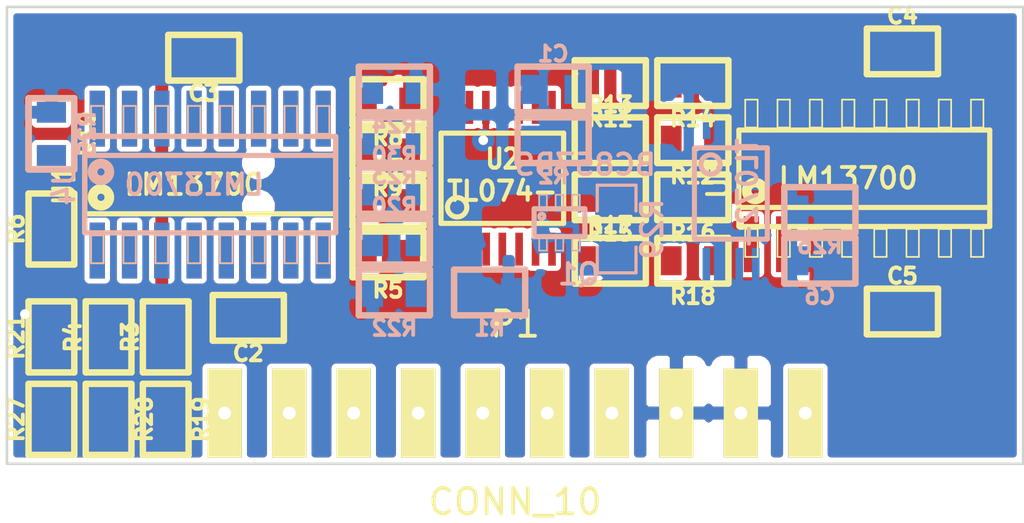
<source format=kicad_pcb>
(kicad_pcb (version 4) (host pcbnew "(2014-09-02 BZR 5112)-product")

  (general
    (links 105)
    (no_connects 82)
    (area 97.185229 82.49148 138.050001 103.4782)
    (thickness 1.6)
    (drawings 4)
    (tracks 24)
    (zones 0)
    (modules 43)
    (nets 42)
  )

  (page A3)
  (layers
    (0 F.Cu signal)
    (31 B.Cu signal)
    (32 B.Adhes user)
    (33 F.Adhes user)
    (34 B.Paste user)
    (35 F.Paste user)
    (36 B.SilkS user)
    (37 F.SilkS user)
    (38 B.Mask user)
    (39 F.Mask user)
    (40 Dwgs.User user)
    (41 Cmts.User user)
    (42 Eco1.User user)
    (43 Eco2.User user)
    (44 Edge.Cuts user)
  )

  (setup
    (last_trace_width 0.254)
    (trace_clearance 0.2032)
    (zone_clearance 0.2032)
    (zone_45_only no)
    (trace_min 0.254)
    (segment_width 0.2)
    (edge_width 0.1)
    (via_size 0.889)
    (via_drill 0.381)
    (via_min_size 0.889)
    (via_min_drill 0.381)
    (uvia_size 0.508)
    (uvia_drill 0.127)
    (uvias_allowed no)
    (uvia_min_size 0.508)
    (uvia_min_drill 0.127)
    (pcb_text_width 0.3)
    (pcb_text_size 1.5 1.5)
    (mod_edge_width 0.15)
    (mod_text_size 1 1)
    (mod_text_width 0.15)
    (pad_size 1.5 1.5)
    (pad_drill 0.6)
    (pad_to_mask_clearance 0)
    (aux_axis_origin 0 0)
    (visible_elements 7FFEF7FF)
    (pcbplotparams
      (layerselection 0x00030_80000001)
      (usegerberextensions true)
      (excludeedgelayer true)
      (linewidth 0.150000)
      (plotframeref false)
      (viasonmask false)
      (mode 1)
      (useauxorigin false)
      (hpglpennumber 1)
      (hpglpenspeed 20)
      (hpglpendiameter 15)
      (hpglpenoverlay 2)
      (psnegative false)
      (psa4output false)
      (plotreference true)
      (plotvalue true)
      (plotinvisibletext false)
      (padsonsilk false)
      (subtractmaskfromsilk false)
      (outputformat 1)
      (mirror false)
      (drillshape 1)
      (scaleselection 1)
      (outputdirectory ""))
  )

  (net 0 "")
  (net 1 +VCC)
  (net 2 -VCC)
  (net 3 GND)
  (net 4 Iabc)
  (net 5 OFFSET)
  (net 6 RES_CTRL)
  (net 7 VCA_CTRL)
  (net 8 VCA_OUT)
  (net 9 VCF_CTRL)
  (net 10 VCF_IN)
  (net 11 VCF_OUT)
  (net 12 "Net-(C1-Pad1)")
  (net 13 "Net-(C1-Pad2)")
  (net 14 "Net-(C2-Pad1)")
  (net 15 "Net-(C3-Pad1)")
  (net 16 "Net-(C4-Pad1)")
  (net 17 "Net-(C5-Pad1)")
  (net 18 "Net-(C6-Pad1)")
  (net 19 "Net-(Q1-Pad1)")
  (net 20 "Net-(R3-Pad2)")
  (net 21 "Net-(R5-Pad1)")
  (net 22 "Net-(R6-Pad1)")
  (net 23 "Net-(R7-Pad1)")
  (net 24 "Net-(R11-Pad2)")
  (net 25 "Net-(R10-Pad1)")
  (net 26 "Net-(R11-Pad1)")
  (net 27 "Net-(R13-Pad1)")
  (net 28 "Net-(R14-Pad1)")
  (net 29 "Net-(R15-Pad1)")
  (net 30 "Net-(R18-Pad1)")
  (net 31 "Net-(R19-Pad2)")
  (net 32 "Net-(R20-Pad1)")
  (net 33 "Net-(R21-Pad1)")
  (net 34 "Net-(R23-Pad1)")
  (net 35 "Net-(R25-Pad1)")
  (net 36 "Net-(U1-Pad2)")
  (net 37 "Net-(U1-Pad15)")
  (net 38 "Net-(U3-Pad2)")
  (net 39 "Net-(U3-Pad15)")
  (net 40 "Net-(U4-Pad2)")
  (net 41 "Net-(U4-Pad15)")

  (net_class Default "This is the default net class."
    (clearance 0.2032)
    (trace_width 0.254)
    (via_dia 0.889)
    (via_drill 0.381)
    (uvia_dia 0.508)
    (uvia_drill 0.127)
    (add_net +VCC)
    (add_net -VCC)
    (add_net GND)
    (add_net Iabc)
    (add_net "Net-(C1-Pad1)")
    (add_net "Net-(C1-Pad2)")
    (add_net "Net-(C2-Pad1)")
    (add_net "Net-(C3-Pad1)")
    (add_net "Net-(C4-Pad1)")
    (add_net "Net-(C5-Pad1)")
    (add_net "Net-(C6-Pad1)")
    (add_net "Net-(Q1-Pad1)")
    (add_net "Net-(R10-Pad1)")
    (add_net "Net-(R11-Pad1)")
    (add_net "Net-(R11-Pad2)")
    (add_net "Net-(R13-Pad1)")
    (add_net "Net-(R14-Pad1)")
    (add_net "Net-(R15-Pad1)")
    (add_net "Net-(R18-Pad1)")
    (add_net "Net-(R19-Pad2)")
    (add_net "Net-(R20-Pad1)")
    (add_net "Net-(R21-Pad1)")
    (add_net "Net-(R23-Pad1)")
    (add_net "Net-(R25-Pad1)")
    (add_net "Net-(R3-Pad2)")
    (add_net "Net-(R5-Pad1)")
    (add_net "Net-(R6-Pad1)")
    (add_net "Net-(R7-Pad1)")
    (add_net "Net-(U1-Pad15)")
    (add_net "Net-(U1-Pad2)")
    (add_net "Net-(U3-Pad15)")
    (add_net "Net-(U3-Pad2)")
    (add_net "Net-(U4-Pad15)")
    (add_net "Net-(U4-Pad2)")
    (add_net OFFSET)
    (add_net RES_CTRL)
    (add_net VCA_CTRL)
    (add_net VCA_OUT)
    (add_net VCF_CTRL)
    (add_net VCF_IN)
    (add_net VCF_OUT)
  )

  (module TSSOP8-JRL (layer B.Cu) (tedit 52EC3DDF) (tstamp 545A8249)
    (at 126.5 90.25)
    (path /52F068F8)
    (attr smd)
    (fp_text reference U5 (at 0 4.2) (layer B.SilkS) hide
      (effects (font (size 0.762 0.635) (thickness 0.15875)) (justify mirror))
    )
    (fp_text value TL072- (at 0.65 0.1 270) (layer B.SilkS)
      (effects (font (size 0.762 0.762) (thickness 0.16002)) (justify mirror))
    )
    (fp_line (start -1.43 1.9) (end 1.43 1.9) (layer B.SilkS) (width 0.2))
    (fp_line (start 1.43 1.9) (end 1.43 -1.7) (layer B.SilkS) (width 0.2))
    (fp_line (start 1.43 -1.7) (end -1.43 -1.7) (layer B.SilkS) (width 0.2))
    (fp_line (start -1.438 -1.678) (end -1.438 1.878) (layer B.SilkS) (width 0.2))
    (fp_circle (center -0.803 -1.043) (end -1.184 -1.043) (layer B.SilkS) (width 0.2))
    (pad 1 smd rect (at -0.9554 -2.694) (size 0.29972 1.30048) (layers B.Cu B.Paste B.Mask)
      (net 12 "Net-(C1-Pad1)"))
    (pad 2 smd rect (at -0.3204 -2.694) (size 0.29972 1.30048) (layers B.Cu B.Paste B.Mask)
      (net 13 "Net-(C1-Pad2)"))
    (pad 3 smd rect (at 0.34 -2.694) (size 0.29972 1.30048) (layers B.Cu B.Paste B.Mask)
      (net 3 GND))
    (pad 4 smd rect (at 0.975 -2.694) (size 0.29972 1.30048) (layers B.Cu B.Paste B.Mask)
      (net 2 -VCC))
    (pad 5 smd rect (at 0.975 2.894) (size 0.29972 1.30048) (layers B.Cu B.Paste B.Mask)
      (net 18 "Net-(C6-Pad1)"))
    (pad 6 smd rect (at 0.3273 2.894) (size 0.29972 1.30048) (layers B.Cu B.Paste B.Mask)
      (net 8 VCA_OUT))
    (pad 7 smd rect (at -0.3204 2.894) (size 0.29972 1.30048) (layers B.Cu B.Paste B.Mask)
      (net 8 VCA_OUT))
    (pad 8 smd rect (at -0.9681 2.894) (size 0.29972 1.30048) (layers B.Cu B.Paste B.Mask)
      (net 1 +VCC))
    (model smd\smd_dil\tssop-14.wrl
      (at (xyz 0 0 0))
      (scale (xyz 1 1 1))
      (rotate (xyz 0 0 0))
    )
  )

  (module TSSOP14 (layer F.Cu) (tedit 4E43F187) (tstamp 545AE0DA)
    (at 117.5 89.75)
    (path /52F05884)
    (attr smd)
    (fp_text reference U2 (at 0 -0.762) (layer F.SilkS)
      (effects (font (size 0.762 0.635) (thickness 0.16002)))
    )
    (fp_text value TL074- (at 0 0.508) (layer F.SilkS)
      (effects (font (size 0.762 0.762) (thickness 0.16002)))
    )
    (fp_line (start -2.413 -1.778) (end 2.413 -1.778) (layer F.SilkS) (width 0.2032))
    (fp_line (start 2.413 -1.778) (end 2.413 1.778) (layer F.SilkS) (width 0.2032))
    (fp_line (start 2.413 1.778) (end -2.413 1.778) (layer F.SilkS) (width 0.2032))
    (fp_line (start -2.413 1.778) (end -2.413 -1.778) (layer F.SilkS) (width 0.2032))
    (fp_circle (center -1.778 1.143) (end -2.159 1.143) (layer F.SilkS) (width 0.2032))
    (pad 1 smd rect (at -1.9304 2.794) (size 0.29972 1.30048) (layers F.Cu F.Paste F.Mask)
      (net 21 "Net-(R5-Pad1)"))
    (pad 2 smd rect (at -1.2954 2.794) (size 0.29972 1.30048) (layers F.Cu F.Paste F.Mask)
      (net 21 "Net-(R5-Pad1)"))
    (pad 3 smd rect (at -0.635 2.794) (size 0.29972 1.30048) (layers F.Cu F.Paste F.Mask)
      (net 14 "Net-(C2-Pad1)"))
    (pad 4 smd rect (at 0 2.794) (size 0.29972 1.30048) (layers F.Cu F.Paste F.Mask)
      (net 1 +VCC))
    (pad 5 smd rect (at 0.6604 2.794) (size 0.29972 1.30048) (layers F.Cu F.Paste F.Mask)
      (net 17 "Net-(C5-Pad1)"))
    (pad 6 smd rect (at 1.3081 2.794) (size 0.29972 1.30048) (layers F.Cu F.Paste F.Mask)
      (net 11 VCF_OUT))
    (pad 7 smd rect (at 1.9558 2.794) (size 0.29972 1.30048) (layers F.Cu F.Paste F.Mask)
      (net 11 VCF_OUT))
    (pad 8 smd rect (at 1.9558 -2.794) (size 0.29972 1.30048) (layers F.Cu F.Paste F.Mask)
      (net 27 "Net-(R13-Pad1)"))
    (pad 9 smd rect (at 1.3081 -2.794) (size 0.29972 1.30048) (layers F.Cu F.Paste F.Mask)
      (net 27 "Net-(R13-Pad1)"))
    (pad 10 smd rect (at 0.6604 -2.794) (size 0.29972 1.30048) (layers F.Cu F.Paste F.Mask)
      (net 16 "Net-(C4-Pad1)"))
    (pad 11 smd rect (at 0 -2.794) (size 0.29972 1.30048) (layers F.Cu F.Paste F.Mask)
      (net 2 -VCC))
    (pad 12 smd rect (at -0.6477 -2.794) (size 0.29972 1.30048) (layers F.Cu F.Paste F.Mask)
      (net 15 "Net-(C3-Pad1)"))
    (pad 13 smd rect (at -1.2954 -2.794) (size 0.29972 1.30048) (layers F.Cu F.Paste F.Mask)
      (net 24 "Net-(R11-Pad2)"))
    (pad 14 smd rect (at -1.9431 -2.794) (size 0.29972 1.30048) (layers F.Cu F.Paste F.Mask)
      (net 24 "Net-(R11-Pad2)"))
    (model smd\smd_dil\tssop-14.wrl
      (at (xyz 0 0 0))
      (scale (xyz 1 1 1))
      (rotate (xyz 0 0 0))
    )
  )

  (module SOT363-JRL (layer B.Cu) (tedit 512395CF) (tstamp 545A8287)
    (at 119.75 91.5)
    (descr "SMALL OUTLINE TRANSISTOR; 6 LEADS")
    (tags "SMALL OUTLINE TRANSISTOR; 6 LEADS")
    (path /52F06E0A)
    (attr smd)
    (fp_text reference Q1 (at 0.762 2.032) (layer B.SilkS)
      (effects (font (size 0.8128 0.8128) (thickness 0.1524)) (justify mirror))
    )
    (fp_text value BC857BS (at 1.016 -2.286) (layer B.SilkS)
      (effects (font (size 0.8128 0.8128) (thickness 0.1524)) (justify mirror))
    )
    (fp_line (start -0.79756 -1.09982) (end -0.49784 -1.09982) (layer B.SilkS) (width 0.06604))
    (fp_line (start -0.49784 -1.09982) (end -0.49784 -0.59944) (layer B.SilkS) (width 0.06604))
    (fp_line (start -0.79756 -0.59944) (end -0.49784 -0.59944) (layer B.SilkS) (width 0.06604))
    (fp_line (start -0.79756 -1.09982) (end -0.79756 -0.59944) (layer B.SilkS) (width 0.06604))
    (fp_line (start -0.14986 -1.09982) (end 0.14986 -1.09982) (layer B.SilkS) (width 0.06604))
    (fp_line (start 0.14986 -1.09982) (end 0.14986 -0.59944) (layer B.SilkS) (width 0.06604))
    (fp_line (start -0.14986 -0.59944) (end 0.14986 -0.59944) (layer B.SilkS) (width 0.06604))
    (fp_line (start -0.14986 -1.09982) (end -0.14986 -0.59944) (layer B.SilkS) (width 0.06604))
    (fp_line (start 0.49784 -1.09982) (end 0.79756 -1.09982) (layer B.SilkS) (width 0.06604))
    (fp_line (start 0.79756 -1.09982) (end 0.79756 -0.59944) (layer B.SilkS) (width 0.06604))
    (fp_line (start 0.49784 -0.59944) (end 0.79756 -0.59944) (layer B.SilkS) (width 0.06604))
    (fp_line (start 0.49784 -1.09982) (end 0.49784 -0.59944) (layer B.SilkS) (width 0.06604))
    (fp_line (start 0.49784 0.59944) (end 0.79756 0.59944) (layer B.SilkS) (width 0.06604))
    (fp_line (start 0.79756 0.59944) (end 0.79756 1.09982) (layer B.SilkS) (width 0.06604))
    (fp_line (start 0.49784 1.09982) (end 0.79756 1.09982) (layer B.SilkS) (width 0.06604))
    (fp_line (start 0.49784 0.59944) (end 0.49784 1.09982) (layer B.SilkS) (width 0.06604))
    (fp_line (start -0.14986 0.59944) (end 0.14986 0.59944) (layer B.SilkS) (width 0.06604))
    (fp_line (start 0.14986 0.59944) (end 0.14986 1.09982) (layer B.SilkS) (width 0.06604))
    (fp_line (start -0.14986 1.09982) (end 0.14986 1.09982) (layer B.SilkS) (width 0.06604))
    (fp_line (start -0.14986 0.59944) (end -0.14986 1.09982) (layer B.SilkS) (width 0.06604))
    (fp_line (start -0.79756 0.59944) (end -0.49784 0.59944) (layer B.SilkS) (width 0.06604))
    (fp_line (start -0.49784 0.59944) (end -0.49784 1.09982) (layer B.SilkS) (width 0.06604))
    (fp_line (start -0.79756 1.09982) (end -0.49784 1.09982) (layer B.SilkS) (width 0.06604))
    (fp_line (start -0.79756 0.59944) (end -0.79756 1.09982) (layer B.SilkS) (width 0.06604))
    (fp_line (start -0.99822 0.54864) (end 0.99822 0.54864) (layer B.SilkS) (width 0.2032))
    (fp_line (start 0.99822 0.54864) (end 0.99822 -0.54864) (layer B.SilkS) (width 0.2032))
    (fp_line (start 0.99822 -0.54864) (end -0.99822 -0.54864) (layer B.SilkS) (width 0.2032))
    (fp_line (start -0.99822 -0.54864) (end -0.99822 0.54864) (layer B.SilkS) (width 0.2032))
    (fp_circle (center -0.6985 -0.24892) (end -0.77216 -0.32258) (layer B.SilkS) (width 0.1524))
    (pad 1 smd rect (at -0.6477 -0.79756) (size 0.39878 0.79756) (layers B.Cu B.Paste B.Mask)
      (net 19 "Net-(Q1-Pad1)"))
    (pad 2 smd rect (at 0 -0.79756) (size 0.39878 0.79756) (layers B.Cu B.Paste B.Mask)
      (net 3 GND))
    (pad 3 smd rect (at 0.6477 -0.79756) (size 0.39878 0.79756) (layers B.Cu B.Paste B.Mask)
      (net 4 Iabc))
    (pad 4 smd rect (at 0.6477 0.79756) (size 0.39878 0.79756) (layers B.Cu B.Paste B.Mask)
      (net 19 "Net-(Q1-Pad1)"))
    (pad 5 smd rect (at 0 0.79756) (size 0.39878 0.79756) (layers B.Cu B.Paste B.Mask)
      (net 9 VCF_CTRL))
    (pad 6 smd rect (at -0.6477 0.79756) (size 0.39878 0.79756) (layers B.Cu B.Paste B.Mask)
      (net 13 "Net-(C1-Pad2)"))
  )

  (module SO16-JRL (layer F.Cu) (tedit 52805EFF) (tstamp 545AE1B5)
    (at 106 90)
    (descr "SMALL OUTLINE INTEGRATED CIRCUIT")
    (tags "SMALL OUTLINE INTEGRATED CIRCUIT")
    (path /52F056B5)
    (attr smd)
    (fp_text reference U1 (at -5.75 0 90) (layer F.SilkS)
      (effects (font (size 0.8128 0.8128) (thickness 0.1524)))
    )
    (fp_text value LM13700 (at -0.635 0) (layer F.SilkS)
      (effects (font (size 0.8128 0.8128) (thickness 0.1524)))
    )
    (fp_circle (center -4.3 0.5) (end -4.2 0.6) (layer F.SilkS) (width 0.381))
    (fp_line (start -4.68884 3.0988) (end -4.19862 3.0988) (layer F.SilkS) (width 0.06604))
    (fp_line (start -4.19862 3.0988) (end -4.19862 1.99898) (layer F.SilkS) (width 0.06604))
    (fp_line (start -4.68884 1.99898) (end -4.19862 1.99898) (layer F.SilkS) (width 0.06604))
    (fp_line (start -4.68884 3.0988) (end -4.68884 1.99898) (layer F.SilkS) (width 0.06604))
    (fp_line (start -3.41884 3.0988) (end -2.92862 3.0988) (layer F.SilkS) (width 0.06604))
    (fp_line (start -2.92862 3.0988) (end -2.92862 1.99898) (layer F.SilkS) (width 0.06604))
    (fp_line (start -3.41884 1.99898) (end -2.92862 1.99898) (layer F.SilkS) (width 0.06604))
    (fp_line (start -3.41884 3.0988) (end -3.41884 1.99898) (layer F.SilkS) (width 0.06604))
    (fp_line (start -2.14884 3.0988) (end -1.65862 3.0988) (layer F.SilkS) (width 0.06604))
    (fp_line (start -1.65862 3.0988) (end -1.65862 1.99898) (layer F.SilkS) (width 0.06604))
    (fp_line (start -2.14884 1.99898) (end -1.65862 1.99898) (layer F.SilkS) (width 0.06604))
    (fp_line (start -2.14884 3.0988) (end -2.14884 1.99898) (layer F.SilkS) (width 0.06604))
    (fp_line (start -0.87884 3.0988) (end -0.38862 3.0988) (layer F.SilkS) (width 0.06604))
    (fp_line (start -0.38862 3.0988) (end -0.38862 1.99898) (layer F.SilkS) (width 0.06604))
    (fp_line (start -0.87884 1.99898) (end -0.38862 1.99898) (layer F.SilkS) (width 0.06604))
    (fp_line (start -0.87884 3.0988) (end -0.87884 1.99898) (layer F.SilkS) (width 0.06604))
    (fp_line (start 1.65862 -1.99898) (end 2.14884 -1.99898) (layer F.SilkS) (width 0.06604))
    (fp_line (start 2.14884 -1.99898) (end 2.14884 -3.0988) (layer F.SilkS) (width 0.06604))
    (fp_line (start 1.65862 -3.0988) (end 2.14884 -3.0988) (layer F.SilkS) (width 0.06604))
    (fp_line (start 1.65862 -1.99898) (end 1.65862 -3.0988) (layer F.SilkS) (width 0.06604))
    (fp_line (start 0.38862 -1.99898) (end 0.87884 -1.99898) (layer F.SilkS) (width 0.06604))
    (fp_line (start 0.87884 -1.99898) (end 0.87884 -3.0988) (layer F.SilkS) (width 0.06604))
    (fp_line (start 0.38862 -3.0988) (end 0.87884 -3.0988) (layer F.SilkS) (width 0.06604))
    (fp_line (start 0.38862 -1.99898) (end 0.38862 -3.0988) (layer F.SilkS) (width 0.06604))
    (fp_line (start -0.87884 -1.99898) (end -0.38862 -1.99898) (layer F.SilkS) (width 0.06604))
    (fp_line (start -0.38862 -1.99898) (end -0.38862 -3.0988) (layer F.SilkS) (width 0.06604))
    (fp_line (start -0.87884 -3.0988) (end -0.38862 -3.0988) (layer F.SilkS) (width 0.06604))
    (fp_line (start -0.87884 -1.99898) (end -0.87884 -3.0988) (layer F.SilkS) (width 0.06604))
    (fp_line (start -2.14884 -1.99898) (end -1.65862 -1.99898) (layer F.SilkS) (width 0.06604))
    (fp_line (start -1.65862 -1.99898) (end -1.65862 -3.0988) (layer F.SilkS) (width 0.06604))
    (fp_line (start -2.14884 -3.0988) (end -1.65862 -3.0988) (layer F.SilkS) (width 0.06604))
    (fp_line (start -2.14884 -1.99898) (end -2.14884 -3.0988) (layer F.SilkS) (width 0.06604))
    (fp_line (start 0.38862 3.0988) (end 0.87884 3.0988) (layer F.SilkS) (width 0.06604))
    (fp_line (start 0.87884 3.0988) (end 0.87884 1.99898) (layer F.SilkS) (width 0.06604))
    (fp_line (start 0.38862 1.99898) (end 0.87884 1.99898) (layer F.SilkS) (width 0.06604))
    (fp_line (start 0.38862 3.0988) (end 0.38862 1.99898) (layer F.SilkS) (width 0.06604))
    (fp_line (start 1.65862 3.0988) (end 2.14884 3.0988) (layer F.SilkS) (width 0.06604))
    (fp_line (start 2.14884 3.0988) (end 2.14884 1.99898) (layer F.SilkS) (width 0.06604))
    (fp_line (start 1.65862 1.99898) (end 2.14884 1.99898) (layer F.SilkS) (width 0.06604))
    (fp_line (start 1.65862 3.0988) (end 1.65862 1.99898) (layer F.SilkS) (width 0.06604))
    (fp_line (start 2.92862 3.0988) (end 3.41884 3.0988) (layer F.SilkS) (width 0.06604))
    (fp_line (start 3.41884 3.0988) (end 3.41884 1.99898) (layer F.SilkS) (width 0.06604))
    (fp_line (start 2.92862 1.99898) (end 3.41884 1.99898) (layer F.SilkS) (width 0.06604))
    (fp_line (start 2.92862 3.0988) (end 2.92862 1.99898) (layer F.SilkS) (width 0.06604))
    (fp_line (start 4.19862 3.0988) (end 4.68884 3.0988) (layer F.SilkS) (width 0.06604))
    (fp_line (start 4.68884 3.0988) (end 4.68884 1.99898) (layer F.SilkS) (width 0.06604))
    (fp_line (start 4.19862 1.99898) (end 4.68884 1.99898) (layer F.SilkS) (width 0.06604))
    (fp_line (start 4.19862 3.0988) (end 4.19862 1.99898) (layer F.SilkS) (width 0.06604))
    (fp_line (start 4.19862 -1.99898) (end 4.68884 -1.99898) (layer F.SilkS) (width 0.06604))
    (fp_line (start 4.68884 -1.99898) (end 4.68884 -3.0988) (layer F.SilkS) (width 0.06604))
    (fp_line (start 4.19862 -3.0988) (end 4.68884 -3.0988) (layer F.SilkS) (width 0.06604))
    (fp_line (start 4.19862 -1.99898) (end 4.19862 -3.0988) (layer F.SilkS) (width 0.06604))
    (fp_line (start 2.92862 -1.99898) (end 3.41884 -1.99898) (layer F.SilkS) (width 0.06604))
    (fp_line (start 3.41884 -1.99898) (end 3.41884 -3.0988) (layer F.SilkS) (width 0.06604))
    (fp_line (start 2.92862 -3.0988) (end 3.41884 -3.0988) (layer F.SilkS) (width 0.06604))
    (fp_line (start 2.92862 -1.99898) (end 2.92862 -3.0988) (layer F.SilkS) (width 0.06604))
    (fp_line (start -3.41884 -1.99898) (end -2.92862 -1.99898) (layer F.SilkS) (width 0.06604))
    (fp_line (start -2.92862 -1.99898) (end -2.92862 -3.0988) (layer F.SilkS) (width 0.06604))
    (fp_line (start -3.41884 -3.0988) (end -2.92862 -3.0988) (layer F.SilkS) (width 0.06604))
    (fp_line (start -3.41884 -1.99898) (end -3.41884 -3.0988) (layer F.SilkS) (width 0.06604))
    (fp_line (start -4.68884 -1.99898) (end -4.19862 -1.99898) (layer F.SilkS) (width 0.06604))
    (fp_line (start -4.19862 -1.99898) (end -4.19862 -3.0988) (layer F.SilkS) (width 0.06604))
    (fp_line (start -4.68884 -3.0988) (end -4.19862 -3.0988) (layer F.SilkS) (width 0.06604))
    (fp_line (start -4.68884 -1.99898) (end -4.68884 -3.0988) (layer F.SilkS) (width 0.06604))
    (fp_line (start 4.93776 1.89992) (end -4.93776 1.89992) (layer F.SilkS) (width 0.2032))
    (fp_line (start -4.93776 1.89992) (end -4.93776 1.39954) (layer F.SilkS) (width 0.2032))
    (fp_line (start -4.93776 1.39954) (end -4.93776 -1.89992) (layer F.SilkS) (width 0.2032))
    (fp_line (start -4.93776 -1.89992) (end 4.93776 -1.89992) (layer F.SilkS) (width 0.2032))
    (fp_line (start 4.93776 1.14954) (end -4.93776 1.14954) (layer F.SilkS) (width 0.2032))
    (fp_line (start 4.93776 -1.89992) (end 4.93776 1.39954) (layer F.SilkS) (width 0.2032))
    (fp_line (start 4.93776 1.39954) (end 4.93776 1.89992) (layer F.SilkS) (width 0.2032))
    (pad 1 smd rect (at -4.445 2.59842) (size 0.59944 2.19964) (layers F.Cu F.Paste F.Mask)
      (net 22 "Net-(R6-Pad1)"))
    (pad 2 smd rect (at -3.175 2.59842) (size 0.59944 2.19964) (layers F.Cu F.Paste F.Mask)
      (net 36 "Net-(U1-Pad2)"))
    (pad 3 smd rect (at -1.905 2.59842) (size 0.59944 2.19964) (layers F.Cu F.Paste F.Mask)
      (net 3 GND))
    (pad 4 smd rect (at -0.635 2.59842) (size 0.59944 2.19964) (layers F.Cu F.Paste F.Mask)
      (net 20 "Net-(R3-Pad2)"))
    (pad 5 smd rect (at 0.635 2.59842) (size 0.59944 2.19964) (layers F.Cu F.Paste F.Mask)
      (net 14 "Net-(C2-Pad1)"))
    (pad 6 smd rect (at 1.905 2.59842) (size 0.59944 2.19964) (layers F.Cu F.Paste F.Mask)
      (net 2 -VCC))
    (pad 7 smd rect (at 3.175 2.59842) (size 0.59944 2.19964) (layers F.Cu F.Paste F.Mask))
    (pad 8 smd rect (at 4.445 2.59842) (size 0.59944 2.19964) (layers F.Cu F.Paste F.Mask))
    (pad 9 smd rect (at 4.445 -2.59842) (size 0.59944 2.19964) (layers F.Cu F.Paste F.Mask))
    (pad 10 smd rect (at 3.175 -2.59842) (size 0.59944 2.19964) (layers F.Cu F.Paste F.Mask))
    (pad 11 smd rect (at 1.905 -2.59842) (size 0.59944 2.19964) (layers F.Cu F.Paste F.Mask)
      (net 1 +VCC))
    (pad 12 smd rect (at 0.635 -2.59842) (size 0.59944 2.19964) (layers F.Cu F.Paste F.Mask)
      (net 15 "Net-(C3-Pad1)"))
    (pad 13 smd rect (at -0.635 -2.59842) (size 0.59944 2.19964) (layers F.Cu F.Paste F.Mask)
      (net 23 "Net-(R7-Pad1)"))
    (pad 14 smd rect (at -1.905 -2.59842) (size 0.59944 2.19964) (layers F.Cu F.Paste F.Mask)
      (net 3 GND))
    (pad 15 smd rect (at -3.175 -2.59842) (size 0.59944 2.19964) (layers F.Cu F.Paste F.Mask)
      (net 37 "Net-(U1-Pad15)"))
    (pad 16 smd rect (at -4.445 -2.59842) (size 0.59944 2.19964) (layers F.Cu F.Paste F.Mask)
      (net 25 "Net-(R10-Pad1)"))
  )

  (module SO16-JRL (layer B.Cu) (tedit 52805EFF) (tstamp 545C4EDA)
    (at 106 90)
    (descr "SMALL OUTLINE INTEGRATED CIRCUIT")
    (tags "SMALL OUTLINE INTEGRATED CIRCUIT")
    (path /52F05C07)
    (attr smd)
    (fp_text reference U4 (at -5.75 0 270) (layer B.SilkS)
      (effects (font (size 0.8128 0.8128) (thickness 0.1524)) (justify mirror))
    )
    (fp_text value LM13700 (at -0.635 0) (layer B.SilkS)
      (effects (font (size 0.8128 0.8128) (thickness 0.1524)) (justify mirror))
    )
    (fp_circle (center -4.3 -0.5) (end -4.2 -0.6) (layer B.SilkS) (width 0.381))
    (fp_line (start -4.68884 -3.0988) (end -4.19862 -3.0988) (layer B.SilkS) (width 0.06604))
    (fp_line (start -4.19862 -3.0988) (end -4.19862 -1.99898) (layer B.SilkS) (width 0.06604))
    (fp_line (start -4.68884 -1.99898) (end -4.19862 -1.99898) (layer B.SilkS) (width 0.06604))
    (fp_line (start -4.68884 -3.0988) (end -4.68884 -1.99898) (layer B.SilkS) (width 0.06604))
    (fp_line (start -3.41884 -3.0988) (end -2.92862 -3.0988) (layer B.SilkS) (width 0.06604))
    (fp_line (start -2.92862 -3.0988) (end -2.92862 -1.99898) (layer B.SilkS) (width 0.06604))
    (fp_line (start -3.41884 -1.99898) (end -2.92862 -1.99898) (layer B.SilkS) (width 0.06604))
    (fp_line (start -3.41884 -3.0988) (end -3.41884 -1.99898) (layer B.SilkS) (width 0.06604))
    (fp_line (start -2.14884 -3.0988) (end -1.65862 -3.0988) (layer B.SilkS) (width 0.06604))
    (fp_line (start -1.65862 -3.0988) (end -1.65862 -1.99898) (layer B.SilkS) (width 0.06604))
    (fp_line (start -2.14884 -1.99898) (end -1.65862 -1.99898) (layer B.SilkS) (width 0.06604))
    (fp_line (start -2.14884 -3.0988) (end -2.14884 -1.99898) (layer B.SilkS) (width 0.06604))
    (fp_line (start -0.87884 -3.0988) (end -0.38862 -3.0988) (layer B.SilkS) (width 0.06604))
    (fp_line (start -0.38862 -3.0988) (end -0.38862 -1.99898) (layer B.SilkS) (width 0.06604))
    (fp_line (start -0.87884 -1.99898) (end -0.38862 -1.99898) (layer B.SilkS) (width 0.06604))
    (fp_line (start -0.87884 -3.0988) (end -0.87884 -1.99898) (layer B.SilkS) (width 0.06604))
    (fp_line (start 1.65862 1.99898) (end 2.14884 1.99898) (layer B.SilkS) (width 0.06604))
    (fp_line (start 2.14884 1.99898) (end 2.14884 3.0988) (layer B.SilkS) (width 0.06604))
    (fp_line (start 1.65862 3.0988) (end 2.14884 3.0988) (layer B.SilkS) (width 0.06604))
    (fp_line (start 1.65862 1.99898) (end 1.65862 3.0988) (layer B.SilkS) (width 0.06604))
    (fp_line (start 0.38862 1.99898) (end 0.87884 1.99898) (layer B.SilkS) (width 0.06604))
    (fp_line (start 0.87884 1.99898) (end 0.87884 3.0988) (layer B.SilkS) (width 0.06604))
    (fp_line (start 0.38862 3.0988) (end 0.87884 3.0988) (layer B.SilkS) (width 0.06604))
    (fp_line (start 0.38862 1.99898) (end 0.38862 3.0988) (layer B.SilkS) (width 0.06604))
    (fp_line (start -0.87884 1.99898) (end -0.38862 1.99898) (layer B.SilkS) (width 0.06604))
    (fp_line (start -0.38862 1.99898) (end -0.38862 3.0988) (layer B.SilkS) (width 0.06604))
    (fp_line (start -0.87884 3.0988) (end -0.38862 3.0988) (layer B.SilkS) (width 0.06604))
    (fp_line (start -0.87884 1.99898) (end -0.87884 3.0988) (layer B.SilkS) (width 0.06604))
    (fp_line (start -2.14884 1.99898) (end -1.65862 1.99898) (layer B.SilkS) (width 0.06604))
    (fp_line (start -1.65862 1.99898) (end -1.65862 3.0988) (layer B.SilkS) (width 0.06604))
    (fp_line (start -2.14884 3.0988) (end -1.65862 3.0988) (layer B.SilkS) (width 0.06604))
    (fp_line (start -2.14884 1.99898) (end -2.14884 3.0988) (layer B.SilkS) (width 0.06604))
    (fp_line (start 0.38862 -3.0988) (end 0.87884 -3.0988) (layer B.SilkS) (width 0.06604))
    (fp_line (start 0.87884 -3.0988) (end 0.87884 -1.99898) (layer B.SilkS) (width 0.06604))
    (fp_line (start 0.38862 -1.99898) (end 0.87884 -1.99898) (layer B.SilkS) (width 0.06604))
    (fp_line (start 0.38862 -3.0988) (end 0.38862 -1.99898) (layer B.SilkS) (width 0.06604))
    (fp_line (start 1.65862 -3.0988) (end 2.14884 -3.0988) (layer B.SilkS) (width 0.06604))
    (fp_line (start 2.14884 -3.0988) (end 2.14884 -1.99898) (layer B.SilkS) (width 0.06604))
    (fp_line (start 1.65862 -1.99898) (end 2.14884 -1.99898) (layer B.SilkS) (width 0.06604))
    (fp_line (start 1.65862 -3.0988) (end 1.65862 -1.99898) (layer B.SilkS) (width 0.06604))
    (fp_line (start 2.92862 -3.0988) (end 3.41884 -3.0988) (layer B.SilkS) (width 0.06604))
    (fp_line (start 3.41884 -3.0988) (end 3.41884 -1.99898) (layer B.SilkS) (width 0.06604))
    (fp_line (start 2.92862 -1.99898) (end 3.41884 -1.99898) (layer B.SilkS) (width 0.06604))
    (fp_line (start 2.92862 -3.0988) (end 2.92862 -1.99898) (layer B.SilkS) (width 0.06604))
    (fp_line (start 4.19862 -3.0988) (end 4.68884 -3.0988) (layer B.SilkS) (width 0.06604))
    (fp_line (start 4.68884 -3.0988) (end 4.68884 -1.99898) (layer B.SilkS) (width 0.06604))
    (fp_line (start 4.19862 -1.99898) (end 4.68884 -1.99898) (layer B.SilkS) (width 0.06604))
    (fp_line (start 4.19862 -3.0988) (end 4.19862 -1.99898) (layer B.SilkS) (width 0.06604))
    (fp_line (start 4.19862 1.99898) (end 4.68884 1.99898) (layer B.SilkS) (width 0.06604))
    (fp_line (start 4.68884 1.99898) (end 4.68884 3.0988) (layer B.SilkS) (width 0.06604))
    (fp_line (start 4.19862 3.0988) (end 4.68884 3.0988) (layer B.SilkS) (width 0.06604))
    (fp_line (start 4.19862 1.99898) (end 4.19862 3.0988) (layer B.SilkS) (width 0.06604))
    (fp_line (start 2.92862 1.99898) (end 3.41884 1.99898) (layer B.SilkS) (width 0.06604))
    (fp_line (start 3.41884 1.99898) (end 3.41884 3.0988) (layer B.SilkS) (width 0.06604))
    (fp_line (start 2.92862 3.0988) (end 3.41884 3.0988) (layer B.SilkS) (width 0.06604))
    (fp_line (start 2.92862 1.99898) (end 2.92862 3.0988) (layer B.SilkS) (width 0.06604))
    (fp_line (start -3.41884 1.99898) (end -2.92862 1.99898) (layer B.SilkS) (width 0.06604))
    (fp_line (start -2.92862 1.99898) (end -2.92862 3.0988) (layer B.SilkS) (width 0.06604))
    (fp_line (start -3.41884 3.0988) (end -2.92862 3.0988) (layer B.SilkS) (width 0.06604))
    (fp_line (start -3.41884 1.99898) (end -3.41884 3.0988) (layer B.SilkS) (width 0.06604))
    (fp_line (start -4.68884 1.99898) (end -4.19862 1.99898) (layer B.SilkS) (width 0.06604))
    (fp_line (start -4.19862 1.99898) (end -4.19862 3.0988) (layer B.SilkS) (width 0.06604))
    (fp_line (start -4.68884 3.0988) (end -4.19862 3.0988) (layer B.SilkS) (width 0.06604))
    (fp_line (start -4.68884 1.99898) (end -4.68884 3.0988) (layer B.SilkS) (width 0.06604))
    (fp_line (start 4.93776 -1.89992) (end -4.93776 -1.89992) (layer B.SilkS) (width 0.2032))
    (fp_line (start -4.93776 -1.89992) (end -4.93776 -1.39954) (layer B.SilkS) (width 0.2032))
    (fp_line (start -4.93776 -1.39954) (end -4.93776 1.89992) (layer B.SilkS) (width 0.2032))
    (fp_line (start -4.93776 1.89992) (end 4.93776 1.89992) (layer B.SilkS) (width 0.2032))
    (fp_line (start 4.93776 -1.14954) (end -4.93776 -1.14954) (layer B.SilkS) (width 0.2032))
    (fp_line (start 4.93776 1.89992) (end 4.93776 -1.39954) (layer B.SilkS) (width 0.2032))
    (fp_line (start 4.93776 -1.39954) (end 4.93776 -1.89992) (layer B.SilkS) (width 0.2032))
    (pad 1 smd rect (at -4.445 -2.59842) (size 0.59944 2.19964) (layers B.Cu B.Paste B.Mask)
      (net 7 VCA_CTRL))
    (pad 2 smd rect (at -3.175 -2.59842) (size 0.59944 2.19964) (layers B.Cu B.Paste B.Mask)
      (net 40 "Net-(U4-Pad2)"))
    (pad 3 smd rect (at -1.905 -2.59842) (size 0.59944 2.19964) (layers B.Cu B.Paste B.Mask)
      (net 35 "Net-(R25-Pad1)"))
    (pad 4 smd rect (at -0.635 -2.59842) (size 0.59944 2.19964) (layers B.Cu B.Paste B.Mask)
      (net 34 "Net-(R23-Pad1)"))
    (pad 5 smd rect (at 0.635 -2.59842) (size 0.59944 2.19964) (layers B.Cu B.Paste B.Mask)
      (net 18 "Net-(C6-Pad1)"))
    (pad 6 smd rect (at 1.905 -2.59842) (size 0.59944 2.19964) (layers B.Cu B.Paste B.Mask)
      (net 2 -VCC))
    (pad 7 smd rect (at 3.175 -2.59842) (size 0.59944 2.19964) (layers B.Cu B.Paste B.Mask))
    (pad 8 smd rect (at 4.445 -2.59842) (size 0.59944 2.19964) (layers B.Cu B.Paste B.Mask))
    (pad 9 smd rect (at 4.445 2.59842) (size 0.59944 2.19964) (layers B.Cu B.Paste B.Mask))
    (pad 10 smd rect (at 3.175 2.59842) (size 0.59944 2.19964) (layers B.Cu B.Paste B.Mask))
    (pad 11 smd rect (at 1.905 2.59842) (size 0.59944 2.19964) (layers B.Cu B.Paste B.Mask)
      (net 1 +VCC))
    (pad 12 smd rect (at 0.635 2.59842) (size 0.59944 2.19964) (layers B.Cu B.Paste B.Mask)
      (net 20 "Net-(R3-Pad2)"))
    (pad 13 smd rect (at -0.635 2.59842) (size 0.59944 2.19964) (layers B.Cu B.Paste B.Mask)
      (net 32 "Net-(R20-Pad1)"))
    (pad 14 smd rect (at -1.905 2.59842) (size 0.59944 2.19964) (layers B.Cu B.Paste B.Mask)
      (net 33 "Net-(R21-Pad1)"))
    (pad 15 smd rect (at -3.175 2.59842) (size 0.59944 2.19964) (layers B.Cu B.Paste B.Mask)
      (net 41 "Net-(U4-Pad15)"))
    (pad 16 smd rect (at -4.445 2.59842) (size 0.59944 2.19964) (layers B.Cu B.Paste B.Mask)
      (net 6 RES_CTRL))
  )

  (module SO16-JRL (layer F.Cu) (tedit 52805EFF) (tstamp 545AE137)
    (at 131.75 89.75)
    (descr "SMALL OUTLINE INTEGRATED CIRCUIT")
    (tags "SMALL OUTLINE INTEGRATED CIRCUIT")
    (path /52F05A42)
    (attr smd)
    (fp_text reference U3 (at -5.75 0 90) (layer F.SilkS)
      (effects (font (size 0.8128 0.8128) (thickness 0.1524)))
    )
    (fp_text value LM13700 (at -0.635 0) (layer F.SilkS)
      (effects (font (size 0.8128 0.8128) (thickness 0.1524)))
    )
    (fp_circle (center -4.3 0.5) (end -4.2 0.6) (layer F.SilkS) (width 0.381))
    (fp_line (start -4.68884 3.0988) (end -4.19862 3.0988) (layer F.SilkS) (width 0.06604))
    (fp_line (start -4.19862 3.0988) (end -4.19862 1.99898) (layer F.SilkS) (width 0.06604))
    (fp_line (start -4.68884 1.99898) (end -4.19862 1.99898) (layer F.SilkS) (width 0.06604))
    (fp_line (start -4.68884 3.0988) (end -4.68884 1.99898) (layer F.SilkS) (width 0.06604))
    (fp_line (start -3.41884 3.0988) (end -2.92862 3.0988) (layer F.SilkS) (width 0.06604))
    (fp_line (start -2.92862 3.0988) (end -2.92862 1.99898) (layer F.SilkS) (width 0.06604))
    (fp_line (start -3.41884 1.99898) (end -2.92862 1.99898) (layer F.SilkS) (width 0.06604))
    (fp_line (start -3.41884 3.0988) (end -3.41884 1.99898) (layer F.SilkS) (width 0.06604))
    (fp_line (start -2.14884 3.0988) (end -1.65862 3.0988) (layer F.SilkS) (width 0.06604))
    (fp_line (start -1.65862 3.0988) (end -1.65862 1.99898) (layer F.SilkS) (width 0.06604))
    (fp_line (start -2.14884 1.99898) (end -1.65862 1.99898) (layer F.SilkS) (width 0.06604))
    (fp_line (start -2.14884 3.0988) (end -2.14884 1.99898) (layer F.SilkS) (width 0.06604))
    (fp_line (start -0.87884 3.0988) (end -0.38862 3.0988) (layer F.SilkS) (width 0.06604))
    (fp_line (start -0.38862 3.0988) (end -0.38862 1.99898) (layer F.SilkS) (width 0.06604))
    (fp_line (start -0.87884 1.99898) (end -0.38862 1.99898) (layer F.SilkS) (width 0.06604))
    (fp_line (start -0.87884 3.0988) (end -0.87884 1.99898) (layer F.SilkS) (width 0.06604))
    (fp_line (start 1.65862 -1.99898) (end 2.14884 -1.99898) (layer F.SilkS) (width 0.06604))
    (fp_line (start 2.14884 -1.99898) (end 2.14884 -3.0988) (layer F.SilkS) (width 0.06604))
    (fp_line (start 1.65862 -3.0988) (end 2.14884 -3.0988) (layer F.SilkS) (width 0.06604))
    (fp_line (start 1.65862 -1.99898) (end 1.65862 -3.0988) (layer F.SilkS) (width 0.06604))
    (fp_line (start 0.38862 -1.99898) (end 0.87884 -1.99898) (layer F.SilkS) (width 0.06604))
    (fp_line (start 0.87884 -1.99898) (end 0.87884 -3.0988) (layer F.SilkS) (width 0.06604))
    (fp_line (start 0.38862 -3.0988) (end 0.87884 -3.0988) (layer F.SilkS) (width 0.06604))
    (fp_line (start 0.38862 -1.99898) (end 0.38862 -3.0988) (layer F.SilkS) (width 0.06604))
    (fp_line (start -0.87884 -1.99898) (end -0.38862 -1.99898) (layer F.SilkS) (width 0.06604))
    (fp_line (start -0.38862 -1.99898) (end -0.38862 -3.0988) (layer F.SilkS) (width 0.06604))
    (fp_line (start -0.87884 -3.0988) (end -0.38862 -3.0988) (layer F.SilkS) (width 0.06604))
    (fp_line (start -0.87884 -1.99898) (end -0.87884 -3.0988) (layer F.SilkS) (width 0.06604))
    (fp_line (start -2.14884 -1.99898) (end -1.65862 -1.99898) (layer F.SilkS) (width 0.06604))
    (fp_line (start -1.65862 -1.99898) (end -1.65862 -3.0988) (layer F.SilkS) (width 0.06604))
    (fp_line (start -2.14884 -3.0988) (end -1.65862 -3.0988) (layer F.SilkS) (width 0.06604))
    (fp_line (start -2.14884 -1.99898) (end -2.14884 -3.0988) (layer F.SilkS) (width 0.06604))
    (fp_line (start 0.38862 3.0988) (end 0.87884 3.0988) (layer F.SilkS) (width 0.06604))
    (fp_line (start 0.87884 3.0988) (end 0.87884 1.99898) (layer F.SilkS) (width 0.06604))
    (fp_line (start 0.38862 1.99898) (end 0.87884 1.99898) (layer F.SilkS) (width 0.06604))
    (fp_line (start 0.38862 3.0988) (end 0.38862 1.99898) (layer F.SilkS) (width 0.06604))
    (fp_line (start 1.65862 3.0988) (end 2.14884 3.0988) (layer F.SilkS) (width 0.06604))
    (fp_line (start 2.14884 3.0988) (end 2.14884 1.99898) (layer F.SilkS) (width 0.06604))
    (fp_line (start 1.65862 1.99898) (end 2.14884 1.99898) (layer F.SilkS) (width 0.06604))
    (fp_line (start 1.65862 3.0988) (end 1.65862 1.99898) (layer F.SilkS) (width 0.06604))
    (fp_line (start 2.92862 3.0988) (end 3.41884 3.0988) (layer F.SilkS) (width 0.06604))
    (fp_line (start 3.41884 3.0988) (end 3.41884 1.99898) (layer F.SilkS) (width 0.06604))
    (fp_line (start 2.92862 1.99898) (end 3.41884 1.99898) (layer F.SilkS) (width 0.06604))
    (fp_line (start 2.92862 3.0988) (end 2.92862 1.99898) (layer F.SilkS) (width 0.06604))
    (fp_line (start 4.19862 3.0988) (end 4.68884 3.0988) (layer F.SilkS) (width 0.06604))
    (fp_line (start 4.68884 3.0988) (end 4.68884 1.99898) (layer F.SilkS) (width 0.06604))
    (fp_line (start 4.19862 1.99898) (end 4.68884 1.99898) (layer F.SilkS) (width 0.06604))
    (fp_line (start 4.19862 3.0988) (end 4.19862 1.99898) (layer F.SilkS) (width 0.06604))
    (fp_line (start 4.19862 -1.99898) (end 4.68884 -1.99898) (layer F.SilkS) (width 0.06604))
    (fp_line (start 4.68884 -1.99898) (end 4.68884 -3.0988) (layer F.SilkS) (width 0.06604))
    (fp_line (start 4.19862 -3.0988) (end 4.68884 -3.0988) (layer F.SilkS) (width 0.06604))
    (fp_line (start 4.19862 -1.99898) (end 4.19862 -3.0988) (layer F.SilkS) (width 0.06604))
    (fp_line (start 2.92862 -1.99898) (end 3.41884 -1.99898) (layer F.SilkS) (width 0.06604))
    (fp_line (start 3.41884 -1.99898) (end 3.41884 -3.0988) (layer F.SilkS) (width 0.06604))
    (fp_line (start 2.92862 -3.0988) (end 3.41884 -3.0988) (layer F.SilkS) (width 0.06604))
    (fp_line (start 2.92862 -1.99898) (end 2.92862 -3.0988) (layer F.SilkS) (width 0.06604))
    (fp_line (start -3.41884 -1.99898) (end -2.92862 -1.99898) (layer F.SilkS) (width 0.06604))
    (fp_line (start -2.92862 -1.99898) (end -2.92862 -3.0988) (layer F.SilkS) (width 0.06604))
    (fp_line (start -3.41884 -3.0988) (end -2.92862 -3.0988) (layer F.SilkS) (width 0.06604))
    (fp_line (start -3.41884 -1.99898) (end -3.41884 -3.0988) (layer F.SilkS) (width 0.06604))
    (fp_line (start -4.68884 -1.99898) (end -4.19862 -1.99898) (layer F.SilkS) (width 0.06604))
    (fp_line (start -4.19862 -1.99898) (end -4.19862 -3.0988) (layer F.SilkS) (width 0.06604))
    (fp_line (start -4.68884 -3.0988) (end -4.19862 -3.0988) (layer F.SilkS) (width 0.06604))
    (fp_line (start -4.68884 -1.99898) (end -4.68884 -3.0988) (layer F.SilkS) (width 0.06604))
    (fp_line (start 4.93776 1.89992) (end -4.93776 1.89992) (layer F.SilkS) (width 0.2032))
    (fp_line (start -4.93776 1.89992) (end -4.93776 1.39954) (layer F.SilkS) (width 0.2032))
    (fp_line (start -4.93776 1.39954) (end -4.93776 -1.89992) (layer F.SilkS) (width 0.2032))
    (fp_line (start -4.93776 -1.89992) (end 4.93776 -1.89992) (layer F.SilkS) (width 0.2032))
    (fp_line (start 4.93776 1.14954) (end -4.93776 1.14954) (layer F.SilkS) (width 0.2032))
    (fp_line (start 4.93776 -1.89992) (end 4.93776 1.39954) (layer F.SilkS) (width 0.2032))
    (fp_line (start 4.93776 1.39954) (end 4.93776 1.89992) (layer F.SilkS) (width 0.2032))
    (pad 1 smd rect (at -4.445 2.59842) (size 0.59944 2.19964) (layers F.Cu F.Paste F.Mask)
      (net 30 "Net-(R18-Pad1)"))
    (pad 2 smd rect (at -3.175 2.59842) (size 0.59944 2.19964) (layers F.Cu F.Paste F.Mask)
      (net 38 "Net-(U3-Pad2)"))
    (pad 3 smd rect (at -1.905 2.59842) (size 0.59944 2.19964) (layers F.Cu F.Paste F.Mask)
      (net 3 GND))
    (pad 4 smd rect (at -0.635 2.59842) (size 0.59944 2.19964) (layers F.Cu F.Paste F.Mask)
      (net 29 "Net-(R15-Pad1)"))
    (pad 5 smd rect (at 0.635 2.59842) (size 0.59944 2.19964) (layers F.Cu F.Paste F.Mask)
      (net 17 "Net-(C5-Pad1)"))
    (pad 6 smd rect (at 1.905 2.59842) (size 0.59944 2.19964) (layers F.Cu F.Paste F.Mask)
      (net 2 -VCC))
    (pad 7 smd rect (at 3.175 2.59842) (size 0.59944 2.19964) (layers F.Cu F.Paste F.Mask))
    (pad 8 smd rect (at 4.445 2.59842) (size 0.59944 2.19964) (layers F.Cu F.Paste F.Mask))
    (pad 9 smd rect (at 4.445 -2.59842) (size 0.59944 2.19964) (layers F.Cu F.Paste F.Mask))
    (pad 10 smd rect (at 3.175 -2.59842) (size 0.59944 2.19964) (layers F.Cu F.Paste F.Mask))
    (pad 11 smd rect (at 1.905 -2.59842) (size 0.59944 2.19964) (layers F.Cu F.Paste F.Mask)
      (net 1 +VCC))
    (pad 12 smd rect (at 0.635 -2.59842) (size 0.59944 2.19964) (layers F.Cu F.Paste F.Mask)
      (net 16 "Net-(C4-Pad1)"))
    (pad 13 smd rect (at -0.635 -2.59842) (size 0.59944 2.19964) (layers F.Cu F.Paste F.Mask)
      (net 26 "Net-(R11-Pad1)"))
    (pad 14 smd rect (at -1.905 -2.59842) (size 0.59944 2.19964) (layers F.Cu F.Paste F.Mask)
      (net 3 GND))
    (pad 15 smd rect (at -3.175 -2.59842) (size 0.59944 2.19964) (layers F.Cu F.Paste F.Mask)
      (net 39 "Net-(U3-Pad15)"))
    (pad 16 smd rect (at -4.445 -2.59842) (size 0.59944 2.19964) (layers F.Cu F.Paste F.Mask)
      (net 28 "Net-(R14-Pad1)"))
  )

  (module SM0805-HAND (layer B.Cu) (tedit 512397DC) (tstamp 545A83A7)
    (at 122 91.75 90)
    (path /54530F2D)
    (attr smd)
    (fp_text reference R29 (at 0 1.397 90) (layer B.SilkS)
      (effects (font (size 0.8128 0.8128) (thickness 0.1524)) (justify mirror))
    )
    (fp_text value "1K 3300 ppm/K" (at 0 0 90) (layer B.SilkS) hide
      (effects (font (size 0.635 0.635) (thickness 0.127)) (justify mirror))
    )
    (fp_line (start -0.7112 -0.762) (end -1.7272 -0.762) (layer B.SilkS) (width 0.127))
    (fp_line (start -1.7272 -0.762) (end -1.7272 0.762) (layer B.SilkS) (width 0.127))
    (fp_line (start -1.7272 0.762) (end -0.7112 0.762) (layer B.SilkS) (width 0.127))
    (fp_line (start 0.7112 0.762) (end 1.7272 0.762) (layer B.SilkS) (width 0.127))
    (fp_line (start 1.7272 0.762) (end 1.7272 -0.762) (layer B.SilkS) (width 0.127))
    (fp_line (start 1.7272 -0.762) (end 0.7112 -0.762) (layer B.SilkS) (width 0.127))
    (pad 1 smd rect (at -1.0795 0 90) (size 1.143 1.397) (layers B.Cu B.Paste B.Mask)
      (net 9 VCF_CTRL))
    (pad 2 smd rect (at 1.0795 0 90) (size 1.143 1.397) (layers B.Cu B.Paste B.Mask)
      (net 3 GND))
    (model smd/chip_cms.wrl
      (at (xyz 0 0 0))
      (scale (xyz 0.1 0.1 0.1))
      (rotate (xyz 0 0 0))
    )
  )

  (module SM0603-JRL (layer B.Cu) (tedit 528C3246) (tstamp 545A83B1)
    (at 130 93)
    (path /52F06AA0)
    (attr smd)
    (fp_text reference C6 (at 0 1.4) (layer B.SilkS)
      (effects (font (size 0.6096 0.6096) (thickness 0.1524)) (justify mirror))
    )
    (fp_text value 47pF (at 0 0) (layer B.SilkS) hide
      (effects (font (size 0.508 0.4572) (thickness 0.1143)) (justify mirror))
    )
    (fp_line (start -1.4 -0.9) (end 1.4 -0.9) (layer B.SilkS) (width 0.254))
    (fp_line (start 1.4 -0.9) (end 1.4 0.9) (layer B.SilkS) (width 0.254))
    (fp_line (start 1.4 0.9) (end -1.4 0.9) (layer B.SilkS) (width 0.254))
    (fp_line (start -1.4 0.9) (end -1.4 -0.9) (layer B.SilkS) (width 0.254))
    (pad 1 smd rect (at -0.8509 0) (size 0.8128 1.143) (layers B.Cu B.Paste B.Mask)
      (net 18 "Net-(C6-Pad1)"))
    (pad 2 smd rect (at 0.8509 0) (size 0.8128 1.143) (layers B.Cu B.Paste B.Mask)
      (net 3 GND))
    (model smd\resistors\R0603.wrl
      (at (xyz 0 0 0.001))
      (scale (xyz 0.5 0.5 0.5))
      (rotate (xyz 0 0 0))
    )
  )

  (module SM0603-JRL (layer B.Cu) (tedit 528C3246) (tstamp 545A83BB)
    (at 113.25 92.25 180)
    (path /52F05AF6)
    (attr smd)
    (fp_text reference R20 (at 0 1.4 180) (layer B.SilkS)
      (effects (font (size 0.6096 0.6096) (thickness 0.1524)) (justify mirror))
    )
    (fp_text value 100K (at 0 0 180) (layer B.SilkS) hide
      (effects (font (size 0.508 0.4572) (thickness 0.1143)) (justify mirror))
    )
    (fp_line (start -1.4 -0.9) (end 1.4 -0.9) (layer B.SilkS) (width 0.254))
    (fp_line (start 1.4 -0.9) (end 1.4 0.9) (layer B.SilkS) (width 0.254))
    (fp_line (start 1.4 0.9) (end -1.4 0.9) (layer B.SilkS) (width 0.254))
    (fp_line (start -1.4 0.9) (end -1.4 -0.9) (layer B.SilkS) (width 0.254))
    (pad 1 smd rect (at -0.8509 0 180) (size 0.8128 1.143) (layers B.Cu B.Paste B.Mask)
      (net 32 "Net-(R20-Pad1)"))
    (pad 2 smd rect (at 0.8509 0 180) (size 0.8128 1.143) (layers B.Cu B.Paste B.Mask)
      (net 11 VCF_OUT))
    (model smd\resistors\R0603.wrl
      (at (xyz 0 0 0.001))
      (scale (xyz 0.5 0.5 0.5))
      (rotate (xyz 0 0 0))
    )
  )

  (module SM0603-JRL (layer F.Cu) (tedit 528C3246) (tstamp 545A83C5)
    (at 99.75 96 90)
    (path /52F05C2B)
    (attr smd)
    (fp_text reference R21 (at 0 -1.4 90) (layer F.SilkS)
      (effects (font (size 0.6096 0.6096) (thickness 0.1524)))
    )
    (fp_text value 1.5K (at 0 0 90) (layer F.SilkS) hide
      (effects (font (size 0.508 0.4572) (thickness 0.1143)))
    )
    (fp_line (start -1.4 0.9) (end 1.4 0.9) (layer F.SilkS) (width 0.254))
    (fp_line (start 1.4 0.9) (end 1.4 -0.9) (layer F.SilkS) (width 0.254))
    (fp_line (start 1.4 -0.9) (end -1.4 -0.9) (layer F.SilkS) (width 0.254))
    (fp_line (start -1.4 -0.9) (end -1.4 0.9) (layer F.SilkS) (width 0.254))
    (pad 1 smd rect (at -0.8509 0 90) (size 0.8128 1.143) (layers F.Cu F.Paste F.Mask)
      (net 33 "Net-(R21-Pad1)"))
    (pad 2 smd rect (at 0.8509 0 90) (size 0.8128 1.143) (layers F.Cu F.Paste F.Mask)
      (net 3 GND))
    (model smd\resistors\R0603.wrl
      (at (xyz 0 0 0.001))
      (scale (xyz 0.5 0.5 0.5))
      (rotate (xyz 0 0 0))
    )
  )

  (module SM0603-JRL (layer B.Cu) (tedit 528C3246) (tstamp 545A83CF)
    (at 113.25 94.25)
    (path /52F06104)
    (attr smd)
    (fp_text reference R22 (at 0 1.4) (layer B.SilkS)
      (effects (font (size 0.6096 0.6096) (thickness 0.1524)) (justify mirror))
    )
    (fp_text value 1.5K (at 0 0) (layer B.SilkS) hide
      (effects (font (size 0.508 0.4572) (thickness 0.1143)) (justify mirror))
    )
    (fp_line (start -1.4 -0.9) (end 1.4 -0.9) (layer B.SilkS) (width 0.254))
    (fp_line (start 1.4 -0.9) (end 1.4 0.9) (layer B.SilkS) (width 0.254))
    (fp_line (start 1.4 0.9) (end -1.4 0.9) (layer B.SilkS) (width 0.254))
    (fp_line (start -1.4 0.9) (end -1.4 -0.9) (layer B.SilkS) (width 0.254))
    (pad 1 smd rect (at -0.8509 0) (size 0.8128 1.143) (layers B.Cu B.Paste B.Mask)
      (net 3 GND))
    (pad 2 smd rect (at 0.8509 0) (size 0.8128 1.143) (layers B.Cu B.Paste B.Mask)
      (net 32 "Net-(R20-Pad1)"))
    (model smd\resistors\R0603.wrl
      (at (xyz 0 0 0.001))
      (scale (xyz 0.5 0.5 0.5))
      (rotate (xyz 0 0 0))
    )
  )

  (module SM0603-JRL (layer B.Cu) (tedit 528C3246) (tstamp 545A83D9)
    (at 113.25 88.25)
    (path /52F06510)
    (attr smd)
    (fp_text reference R23 (at 0 1.4) (layer B.SilkS)
      (effects (font (size 0.6096 0.6096) (thickness 0.1524)) (justify mirror))
    )
    (fp_text value 4.7K (at 0 0) (layer B.SilkS) hide
      (effects (font (size 0.508 0.4572) (thickness 0.1143)) (justify mirror))
    )
    (fp_line (start -1.4 -0.9) (end 1.4 -0.9) (layer B.SilkS) (width 0.254))
    (fp_line (start 1.4 -0.9) (end 1.4 0.9) (layer B.SilkS) (width 0.254))
    (fp_line (start 1.4 0.9) (end -1.4 0.9) (layer B.SilkS) (width 0.254))
    (fp_line (start -1.4 0.9) (end -1.4 -0.9) (layer B.SilkS) (width 0.254))
    (pad 1 smd rect (at -0.8509 0) (size 0.8128 1.143) (layers B.Cu B.Paste B.Mask)
      (net 34 "Net-(R23-Pad1)"))
    (pad 2 smd rect (at 0.8509 0) (size 0.8128 1.143) (layers B.Cu B.Paste B.Mask)
      (net 5 OFFSET))
    (model smd\resistors\R0603.wrl
      (at (xyz 0 0 0.001))
      (scale (xyz 0.5 0.5 0.5))
      (rotate (xyz 0 0 0))
    )
  )

  (module SM0603-JRL (layer B.Cu) (tedit 528C3246) (tstamp 545A83E3)
    (at 113.25 86.25)
    (path /52F06592)
    (attr smd)
    (fp_text reference R24 (at 0 1.4) (layer B.SilkS)
      (effects (font (size 0.6096 0.6096) (thickness 0.1524)) (justify mirror))
    )
    (fp_text value 560 (at 0 0) (layer B.SilkS) hide
      (effects (font (size 0.508 0.4572) (thickness 0.1143)) (justify mirror))
    )
    (fp_line (start -1.4 -0.9) (end 1.4 -0.9) (layer B.SilkS) (width 0.254))
    (fp_line (start 1.4 -0.9) (end 1.4 0.9) (layer B.SilkS) (width 0.254))
    (fp_line (start 1.4 0.9) (end -1.4 0.9) (layer B.SilkS) (width 0.254))
    (fp_line (start -1.4 0.9) (end -1.4 -0.9) (layer B.SilkS) (width 0.254))
    (pad 1 smd rect (at -0.8509 0) (size 0.8128 1.143) (layers B.Cu B.Paste B.Mask)
      (net 34 "Net-(R23-Pad1)"))
    (pad 2 smd rect (at 0.8509 0) (size 0.8128 1.143) (layers B.Cu B.Paste B.Mask)
      (net 3 GND))
    (model smd\resistors\R0603.wrl
      (at (xyz 0 0 0.001))
      (scale (xyz 0.5 0.5 0.5))
      (rotate (xyz 0 0 0))
    )
  )

  (module SM0603-JRL (layer B.Cu) (tedit 528C3246) (tstamp 545A83ED)
    (at 99.75 88 90)
    (path /52F06598)
    (attr smd)
    (fp_text reference R25 (at 0 1.4 90) (layer B.SilkS)
      (effects (font (size 0.6096 0.6096) (thickness 0.1524)) (justify mirror))
    )
    (fp_text value 560 (at 0 0 90) (layer B.SilkS) hide
      (effects (font (size 0.508 0.4572) (thickness 0.1143)) (justify mirror))
    )
    (fp_line (start -1.4 -0.9) (end 1.4 -0.9) (layer B.SilkS) (width 0.254))
    (fp_line (start 1.4 -0.9) (end 1.4 0.9) (layer B.SilkS) (width 0.254))
    (fp_line (start 1.4 0.9) (end -1.4 0.9) (layer B.SilkS) (width 0.254))
    (fp_line (start -1.4 0.9) (end -1.4 -0.9) (layer B.SilkS) (width 0.254))
    (pad 1 smd rect (at -0.8509 0 90) (size 0.8128 1.143) (layers B.Cu B.Paste B.Mask)
      (net 35 "Net-(R25-Pad1)"))
    (pad 2 smd rect (at 0.8509 0 90) (size 0.8128 1.143) (layers B.Cu B.Paste B.Mask)
      (net 3 GND))
    (model smd\resistors\R0603.wrl
      (at (xyz 0 0 0.001))
      (scale (xyz 0.5 0.5 0.5))
      (rotate (xyz 0 0 0))
    )
  )

  (module SM0603-JRL (layer B.Cu) (tedit 528C3246) (tstamp 545A83F7)
    (at 130 91)
    (path /52F06A9A)
    (attr smd)
    (fp_text reference R26 (at 0 1.4) (layer B.SilkS)
      (effects (font (size 0.6096 0.6096) (thickness 0.1524)) (justify mirror))
    )
    (fp_text value 47K (at 0 0) (layer B.SilkS) hide
      (effects (font (size 0.508 0.4572) (thickness 0.1143)) (justify mirror))
    )
    (fp_line (start -1.4 -0.9) (end 1.4 -0.9) (layer B.SilkS) (width 0.254))
    (fp_line (start 1.4 -0.9) (end 1.4 0.9) (layer B.SilkS) (width 0.254))
    (fp_line (start 1.4 0.9) (end -1.4 0.9) (layer B.SilkS) (width 0.254))
    (fp_line (start -1.4 0.9) (end -1.4 -0.9) (layer B.SilkS) (width 0.254))
    (pad 1 smd rect (at -0.8509 0) (size 0.8128 1.143) (layers B.Cu B.Paste B.Mask)
      (net 18 "Net-(C6-Pad1)"))
    (pad 2 smd rect (at 0.8509 0) (size 0.8128 1.143) (layers B.Cu B.Paste B.Mask)
      (net 3 GND))
    (model smd\resistors\R0603.wrl
      (at (xyz 0 0 0.001))
      (scale (xyz 0.5 0.5 0.5))
      (rotate (xyz 0 0 0))
    )
  )

  (module SM0603-JRL (layer F.Cu) (tedit 528C3246) (tstamp 545A8401)
    (at 121.75 93)
    (path /52F05AE3)
    (attr smd)
    (fp_text reference R17 (at 0 -1.4) (layer F.SilkS)
      (effects (font (size 0.6096 0.6096) (thickness 0.1524)))
    )
    (fp_text value 68K (at 0 0) (layer F.SilkS) hide
      (effects (font (size 0.508 0.4572) (thickness 0.1143)))
    )
    (fp_line (start -1.4 0.9) (end 1.4 0.9) (layer F.SilkS) (width 0.254))
    (fp_line (start 1.4 0.9) (end 1.4 -0.9) (layer F.SilkS) (width 0.254))
    (fp_line (start 1.4 -0.9) (end -1.4 -0.9) (layer F.SilkS) (width 0.254))
    (fp_line (start -1.4 -0.9) (end -1.4 0.9) (layer F.SilkS) (width 0.254))
    (pad 1 smd rect (at -0.8509 0) (size 0.8128 1.143) (layers F.Cu F.Paste F.Mask)
      (net 11 VCF_OUT))
    (pad 2 smd rect (at 0.8509 0) (size 0.8128 1.143) (layers F.Cu F.Paste F.Mask)
      (net 29 "Net-(R15-Pad1)"))
    (model smd\resistors\R0603.wrl
      (at (xyz 0 0 0.001))
      (scale (xyz 0.5 0.5 0.5))
      (rotate (xyz 0 0 0))
    )
  )

  (module SM0603-JRL (layer B.Cu) (tedit 528C3246) (tstamp 545C4A77)
    (at 119.5 86.25 180)
    (path /52F070D6)
    (attr smd)
    (fp_text reference C1 (at 0 1.4 180) (layer B.SilkS)
      (effects (font (size 0.6096 0.6096) (thickness 0.1524)) (justify mirror))
    )
    (fp_text value 47pF (at 0 0 180) (layer B.SilkS) hide
      (effects (font (size 0.508 0.4572) (thickness 0.1143)) (justify mirror))
    )
    (fp_line (start -1.4 -0.9) (end 1.4 -0.9) (layer B.SilkS) (width 0.254))
    (fp_line (start 1.4 -0.9) (end 1.4 0.9) (layer B.SilkS) (width 0.254))
    (fp_line (start 1.4 0.9) (end -1.4 0.9) (layer B.SilkS) (width 0.254))
    (fp_line (start -1.4 0.9) (end -1.4 -0.9) (layer B.SilkS) (width 0.254))
    (pad 1 smd rect (at -0.8509 0 180) (size 0.8128 1.143) (layers B.Cu B.Paste B.Mask)
      (net 12 "Net-(C1-Pad1)"))
    (pad 2 smd rect (at 0.8509 0 180) (size 0.8128 1.143) (layers B.Cu B.Paste B.Mask)
      (net 13 "Net-(C1-Pad2)"))
    (model smd\resistors\R0603.wrl
      (at (xyz 0 0 0.001))
      (scale (xyz 0.5 0.5 0.5))
      (rotate (xyz 0 0 0))
    )
  )

  (module SM0603-JRL (layer B.Cu) (tedit 528C3246) (tstamp 545C4A82)
    (at 119.5 88.25)
    (path /52F0716E)
    (attr smd)
    (fp_text reference R2 (at 0 1.4) (layer B.SilkS)
      (effects (font (size 0.6096 0.6096) (thickness 0.1524)) (justify mirror))
    )
    (fp_text value 1.5K (at 0 0) (layer B.SilkS) hide
      (effects (font (size 0.508 0.4572) (thickness 0.1143)) (justify mirror))
    )
    (fp_line (start -1.4 -0.9) (end 1.4 -0.9) (layer B.SilkS) (width 0.254))
    (fp_line (start 1.4 -0.9) (end 1.4 0.9) (layer B.SilkS) (width 0.254))
    (fp_line (start 1.4 0.9) (end -1.4 0.9) (layer B.SilkS) (width 0.254))
    (fp_line (start -1.4 0.9) (end -1.4 -0.9) (layer B.SilkS) (width 0.254))
    (pad 1 smd rect (at -0.8509 0) (size 0.8128 1.143) (layers B.Cu B.Paste B.Mask)
      (net 19 "Net-(Q1-Pad1)"))
    (pad 2 smd rect (at 0.8509 0) (size 0.8128 1.143) (layers B.Cu B.Paste B.Mask)
      (net 12 "Net-(C1-Pad1)"))
    (model smd\resistors\R0603.wrl
      (at (xyz 0 0 0.001))
      (scale (xyz 0.5 0.5 0.5))
      (rotate (xyz 0 0 0))
    )
  )

  (module SM0603-JRL (layer B.Cu) (tedit 528C3246) (tstamp 545A841F)
    (at 117 94.25)
    (path /52F074A3)
    (attr smd)
    (fp_text reference R1 (at 0 1.4) (layer B.SilkS)
      (effects (font (size 0.6096 0.6096) (thickness 0.1524)) (justify mirror))
    )
    (fp_text value 1.5M (at 0 0) (layer B.SilkS) hide
      (effects (font (size 0.508 0.4572) (thickness 0.1143)) (justify mirror))
    )
    (fp_line (start -1.4 -0.9) (end 1.4 -0.9) (layer B.SilkS) (width 0.254))
    (fp_line (start 1.4 -0.9) (end 1.4 0.9) (layer B.SilkS) (width 0.254))
    (fp_line (start 1.4 0.9) (end -1.4 0.9) (layer B.SilkS) (width 0.254))
    (fp_line (start -1.4 0.9) (end -1.4 -0.9) (layer B.SilkS) (width 0.254))
    (pad 1 smd rect (at -0.8509 0) (size 0.8128 1.143) (layers B.Cu B.Paste B.Mask)
      (net 13 "Net-(C1-Pad2)"))
    (pad 2 smd rect (at 0.8509 0) (size 0.8128 1.143) (layers B.Cu B.Paste B.Mask)
      (net 2 -VCC))
    (model smd\resistors\R0603.wrl
      (at (xyz 0 0 0.001))
      (scale (xyz 0.5 0.5 0.5))
      (rotate (xyz 0 0 0))
    )
  )

  (module SM0603-JRL (layer F.Cu) (tedit 528C3246) (tstamp 545A8429)
    (at 99.75 99.25 90)
    (path /545309B3)
    (attr smd)
    (fp_text reference R27 (at 0 -1.4 90) (layer F.SilkS)
      (effects (font (size 0.6096 0.6096) (thickness 0.1524)))
    )
    (fp_text value 100K (at 0 0 90) (layer F.SilkS) hide
      (effects (font (size 0.508 0.4572) (thickness 0.1143)))
    )
    (fp_line (start -1.4 0.9) (end 1.4 0.9) (layer F.SilkS) (width 0.254))
    (fp_line (start 1.4 0.9) (end 1.4 -0.9) (layer F.SilkS) (width 0.254))
    (fp_line (start 1.4 -0.9) (end -1.4 -0.9) (layer F.SilkS) (width 0.254))
    (fp_line (start -1.4 -0.9) (end -1.4 0.9) (layer F.SilkS) (width 0.254))
    (pad 1 smd rect (at -0.8509 0 90) (size 0.8128 1.143) (layers F.Cu F.Paste F.Mask)
      (net 31 "Net-(R19-Pad2)"))
    (pad 2 smd rect (at 0.8509 0 90) (size 0.8128 1.143) (layers F.Cu F.Paste F.Mask)
      (net 33 "Net-(R21-Pad1)"))
    (model smd\resistors\R0603.wrl
      (at (xyz 0 0 0.001))
      (scale (xyz 0.5 0.5 0.5))
      (rotate (xyz 0 0 0))
    )
  )

  (module SM0603-JRL (layer F.Cu) (tedit 528C3246) (tstamp 545AE1E1)
    (at 102 99.25 270)
    (path /54530C98)
    (attr smd)
    (fp_text reference R28 (at 0 -1.4 270) (layer F.SilkS)
      (effects (font (size 0.6096 0.6096) (thickness 0.1524)))
    )
    (fp_text value 10K (at 0 0 270) (layer F.SilkS) hide
      (effects (font (size 0.508 0.4572) (thickness 0.1143)))
    )
    (fp_line (start -1.4 0.9) (end 1.4 0.9) (layer F.SilkS) (width 0.254))
    (fp_line (start 1.4 0.9) (end 1.4 -0.9) (layer F.SilkS) (width 0.254))
    (fp_line (start 1.4 -0.9) (end -1.4 -0.9) (layer F.SilkS) (width 0.254))
    (fp_line (start -1.4 -0.9) (end -1.4 0.9) (layer F.SilkS) (width 0.254))
    (pad 1 smd rect (at -0.8509 0 270) (size 0.8128 1.143) (layers F.Cu F.Paste F.Mask)
      (net 3 GND))
    (pad 2 smd rect (at 0.8509 0 270) (size 0.8128 1.143) (layers F.Cu F.Paste F.Mask)
      (net 31 "Net-(R19-Pad2)"))
    (model smd\resistors\R0603.wrl
      (at (xyz 0 0 0.001))
      (scale (xyz 0.5 0.5 0.5))
      (rotate (xyz 0 0 0))
    )
  )

  (module SM0603-JRL (layer F.Cu) (tedit 528C3246) (tstamp 545AE1CB)
    (at 104.25 96 90)
    (path /52F057F6)
    (attr smd)
    (fp_text reference R3 (at 0 -1.4 90) (layer F.SilkS)
      (effects (font (size 0.6096 0.6096) (thickness 0.1524)))
    )
    (fp_text value 150K (at 0 0 90) (layer F.SilkS) hide
      (effects (font (size 0.508 0.4572) (thickness 0.1143)))
    )
    (fp_line (start -1.4 0.9) (end 1.4 0.9) (layer F.SilkS) (width 0.254))
    (fp_line (start 1.4 0.9) (end 1.4 -0.9) (layer F.SilkS) (width 0.254))
    (fp_line (start 1.4 -0.9) (end -1.4 -0.9) (layer F.SilkS) (width 0.254))
    (fp_line (start -1.4 -0.9) (end -1.4 0.9) (layer F.SilkS) (width 0.254))
    (pad 1 smd rect (at -0.8509 0 90) (size 0.8128 1.143) (layers F.Cu F.Paste F.Mask)
      (net 10 VCF_IN))
    (pad 2 smd rect (at 0.8509 0 90) (size 0.8128 1.143) (layers F.Cu F.Paste F.Mask)
      (net 20 "Net-(R3-Pad2)"))
    (model smd\resistors\R0603.wrl
      (at (xyz 0 0 0.001))
      (scale (xyz 0.5 0.5 0.5))
      (rotate (xyz 0 0 0))
    )
  )

  (module SM0603-JRL (layer B.Cu) (tedit 528C3246) (tstamp 545A8447)
    (at 113.25 90.25 180)
    (path /545A69BB)
    (attr smd)
    (fp_text reference R30 (at 0 1.4 180) (layer B.SilkS)
      (effects (font (size 0.6096 0.6096) (thickness 0.1524)) (justify mirror))
    )
    (fp_text value 100K (at 0 0 180) (layer B.SilkS) hide
      (effects (font (size 0.508 0.4572) (thickness 0.1143)) (justify mirror))
    )
    (fp_line (start -1.4 -0.9) (end 1.4 -0.9) (layer B.SilkS) (width 0.254))
    (fp_line (start 1.4 -0.9) (end 1.4 0.9) (layer B.SilkS) (width 0.254))
    (fp_line (start 1.4 0.9) (end -1.4 0.9) (layer B.SilkS) (width 0.254))
    (fp_line (start -1.4 0.9) (end -1.4 -0.9) (layer B.SilkS) (width 0.254))
    (pad 1 smd rect (at -0.8509 0 180) (size 0.8128 1.143) (layers B.Cu B.Paste B.Mask)
      (net 5 OFFSET))
    (pad 2 smd rect (at 0.8509 0 180) (size 0.8128 1.143) (layers B.Cu B.Paste B.Mask)
      (net 11 VCF_OUT))
    (model smd\resistors\R0603.wrl
      (at (xyz 0 0 0.001))
      (scale (xyz 0.5 0.5 0.5))
      (rotate (xyz 0 0 0))
    )
  )

  (module SM0603-JRL (layer F.Cu) (tedit 528C3246) (tstamp 545A8451)
    (at 125 93 180)
    (path /52F05AEE)
    (attr smd)
    (fp_text reference R18 (at 0 -1.4 180) (layer F.SilkS)
      (effects (font (size 0.6096 0.6096) (thickness 0.1524)))
    )
    (fp_text value 18K (at 0 0 180) (layer F.SilkS) hide
      (effects (font (size 0.508 0.4572) (thickness 0.1143)))
    )
    (fp_line (start -1.4 0.9) (end 1.4 0.9) (layer F.SilkS) (width 0.254))
    (fp_line (start 1.4 0.9) (end 1.4 -0.9) (layer F.SilkS) (width 0.254))
    (fp_line (start 1.4 -0.9) (end -1.4 -0.9) (layer F.SilkS) (width 0.254))
    (fp_line (start -1.4 -0.9) (end -1.4 0.9) (layer F.SilkS) (width 0.254))
    (pad 1 smd rect (at -0.8509 0 180) (size 0.8128 1.143) (layers F.Cu F.Paste F.Mask)
      (net 30 "Net-(R18-Pad1)"))
    (pad 2 smd rect (at 0.8509 0 180) (size 0.8128 1.143) (layers F.Cu F.Paste F.Mask)
      (net 4 Iabc))
    (model smd\resistors\R0603.wrl
      (at (xyz 0 0 0.001))
      (scale (xyz 0.5 0.5 0.5))
      (rotate (xyz 0 0 0))
    )
  )

  (module SM0603-JRL (layer F.Cu) (tedit 528C3246) (tstamp 545AE1D6)
    (at 102 96 90)
    (path /52F05851)
    (attr smd)
    (fp_text reference R4 (at 0 -1.4 90) (layer F.SilkS)
      (effects (font (size 0.6096 0.6096) (thickness 0.1524)))
    )
    (fp_text value 560 (at 0 0 90) (layer F.SilkS) hide
      (effects (font (size 0.508 0.4572) (thickness 0.1143)))
    )
    (fp_line (start -1.4 0.9) (end 1.4 0.9) (layer F.SilkS) (width 0.254))
    (fp_line (start 1.4 0.9) (end 1.4 -0.9) (layer F.SilkS) (width 0.254))
    (fp_line (start 1.4 -0.9) (end -1.4 -0.9) (layer F.SilkS) (width 0.254))
    (fp_line (start -1.4 -0.9) (end -1.4 0.9) (layer F.SilkS) (width 0.254))
    (pad 1 smd rect (at -0.8509 0 90) (size 0.8128 1.143) (layers F.Cu F.Paste F.Mask)
      (net 3 GND))
    (pad 2 smd rect (at 0.8509 0 90) (size 0.8128 1.143) (layers F.Cu F.Paste F.Mask)
      (net 20 "Net-(R3-Pad2)"))
    (model smd\resistors\R0603.wrl
      (at (xyz 0 0 0.001))
      (scale (xyz 0.5 0.5 0.5))
      (rotate (xyz 0 0 0))
    )
  )

  (module SM0603-JRL (layer F.Cu) (tedit 528C3246) (tstamp 545AE1C0)
    (at 104.25 99.25 270)
    (path /52F0587B)
    (attr smd)
    (fp_text reference R19 (at 0 -1.4 270) (layer F.SilkS)
      (effects (font (size 0.6096 0.6096) (thickness 0.1524)))
    )
    (fp_text value 150K (at 0 0 270) (layer F.SilkS) hide
      (effects (font (size 0.508 0.4572) (thickness 0.1143)))
    )
    (fp_line (start -1.4 0.9) (end 1.4 0.9) (layer F.SilkS) (width 0.254))
    (fp_line (start 1.4 0.9) (end 1.4 -0.9) (layer F.SilkS) (width 0.254))
    (fp_line (start 1.4 -0.9) (end -1.4 -0.9) (layer F.SilkS) (width 0.254))
    (fp_line (start -1.4 -0.9) (end -1.4 0.9) (layer F.SilkS) (width 0.254))
    (pad 1 smd rect (at -0.8509 0 270) (size 0.8128 1.143) (layers F.Cu F.Paste F.Mask)
      (net 10 VCF_IN))
    (pad 2 smd rect (at 0.8509 0 270) (size 0.8128 1.143) (layers F.Cu F.Paste F.Mask)
      (net 31 "Net-(R19-Pad2)"))
    (model smd\resistors\R0603.wrl
      (at (xyz 0 0 0.001))
      (scale (xyz 0.5 0.5 0.5))
      (rotate (xyz 0 0 0))
    )
  )

  (module SM0603-JRL (layer F.Cu) (tedit 528C3246) (tstamp 545A846F)
    (at 107.5 95.25 180)
    (path /52F058C8)
    (attr smd)
    (fp_text reference C2 (at 0 -1.4 180) (layer F.SilkS)
      (effects (font (size 0.6096 0.6096) (thickness 0.1524)))
    )
    (fp_text value 270pF (at 0 0 180) (layer F.SilkS) hide
      (effects (font (size 0.508 0.4572) (thickness 0.1143)))
    )
    (fp_line (start -1.4 0.9) (end 1.4 0.9) (layer F.SilkS) (width 0.254))
    (fp_line (start 1.4 0.9) (end 1.4 -0.9) (layer F.SilkS) (width 0.254))
    (fp_line (start 1.4 -0.9) (end -1.4 -0.9) (layer F.SilkS) (width 0.254))
    (fp_line (start -1.4 -0.9) (end -1.4 0.9) (layer F.SilkS) (width 0.254))
    (pad 1 smd rect (at -0.8509 0 180) (size 0.8128 1.143) (layers F.Cu F.Paste F.Mask)
      (net 14 "Net-(C2-Pad1)"))
    (pad 2 smd rect (at 0.8509 0 180) (size 0.8128 1.143) (layers F.Cu F.Paste F.Mask)
      (net 3 GND))
    (model smd\resistors\R0603.wrl
      (at (xyz 0 0 0.001))
      (scale (xyz 0.5 0.5 0.5))
      (rotate (xyz 0 0 0))
    )
  )

  (module SM0603-JRL (layer F.Cu) (tedit 528C3246) (tstamp 545AE142)
    (at 113 92.75 180)
    (path /52F05916)
    (attr smd)
    (fp_text reference R5 (at 0 -1.4 180) (layer F.SilkS)
      (effects (font (size 0.6096 0.6096) (thickness 0.1524)))
    )
    (fp_text value 68K (at 0 0 180) (layer F.SilkS) hide
      (effects (font (size 0.508 0.4572) (thickness 0.1143)))
    )
    (fp_line (start -1.4 0.9) (end 1.4 0.9) (layer F.SilkS) (width 0.254))
    (fp_line (start 1.4 0.9) (end 1.4 -0.9) (layer F.SilkS) (width 0.254))
    (fp_line (start 1.4 -0.9) (end -1.4 -0.9) (layer F.SilkS) (width 0.254))
    (fp_line (start -1.4 -0.9) (end -1.4 0.9) (layer F.SilkS) (width 0.254))
    (pad 1 smd rect (at -0.8509 0 180) (size 0.8128 1.143) (layers F.Cu F.Paste F.Mask)
      (net 21 "Net-(R5-Pad1)"))
    (pad 2 smd rect (at 0.8509 0 180) (size 0.8128 1.143) (layers F.Cu F.Paste F.Mask)
      (net 20 "Net-(R3-Pad2)"))
    (model smd\resistors\R0603.wrl
      (at (xyz 0 0 0.001))
      (scale (xyz 0.5 0.5 0.5))
      (rotate (xyz 0 0 0))
    )
  )

  (module SM0603-JRL (layer F.Cu) (tedit 528C3246) (tstamp 545A8483)
    (at 99.75 91.75 90)
    (path /52F05943)
    (attr smd)
    (fp_text reference R6 (at 0 -1.4 90) (layer F.SilkS)
      (effects (font (size 0.6096 0.6096) (thickness 0.1524)))
    )
    (fp_text value 18K (at 0 0 90) (layer F.SilkS) hide
      (effects (font (size 0.508 0.4572) (thickness 0.1143)))
    )
    (fp_line (start -1.4 0.9) (end 1.4 0.9) (layer F.SilkS) (width 0.254))
    (fp_line (start 1.4 0.9) (end 1.4 -0.9) (layer F.SilkS) (width 0.254))
    (fp_line (start 1.4 -0.9) (end -1.4 -0.9) (layer F.SilkS) (width 0.254))
    (fp_line (start -1.4 -0.9) (end -1.4 0.9) (layer F.SilkS) (width 0.254))
    (pad 1 smd rect (at -0.8509 0 90) (size 0.8128 1.143) (layers F.Cu F.Paste F.Mask)
      (net 22 "Net-(R6-Pad1)"))
    (pad 2 smd rect (at 0.8509 0 90) (size 0.8128 1.143) (layers F.Cu F.Paste F.Mask)
      (net 4 Iabc))
    (model smd\resistors\R0603.wrl
      (at (xyz 0 0 0.001))
      (scale (xyz 0.5 0.5 0.5))
      (rotate (xyz 0 0 0))
    )
  )

  (module SM0603-JRL (layer F.Cu) (tedit 528C3246) (tstamp 545AE14D)
    (at 113 90.75)
    (path /52F05979)
    (attr smd)
    (fp_text reference R7 (at 0 -1.4) (layer F.SilkS)
      (effects (font (size 0.6096 0.6096) (thickness 0.1524)))
    )
    (fp_text value 68K (at 0 0) (layer F.SilkS) hide
      (effects (font (size 0.508 0.4572) (thickness 0.1143)))
    )
    (fp_line (start -1.4 0.9) (end 1.4 0.9) (layer F.SilkS) (width 0.254))
    (fp_line (start 1.4 0.9) (end 1.4 -0.9) (layer F.SilkS) (width 0.254))
    (fp_line (start 1.4 -0.9) (end -1.4 -0.9) (layer F.SilkS) (width 0.254))
    (fp_line (start -1.4 -0.9) (end -1.4 0.9) (layer F.SilkS) (width 0.254))
    (pad 1 smd rect (at -0.8509 0) (size 0.8128 1.143) (layers F.Cu F.Paste F.Mask)
      (net 23 "Net-(R7-Pad1)"))
    (pad 2 smd rect (at 0.8509 0) (size 0.8128 1.143) (layers F.Cu F.Paste F.Mask)
      (net 21 "Net-(R5-Pad1)"))
    (model smd\resistors\R0603.wrl
      (at (xyz 0 0 0.001))
      (scale (xyz 0.5 0.5 0.5))
      (rotate (xyz 0 0 0))
    )
  )

  (module SM0603-JRL (layer F.Cu) (tedit 528C3246) (tstamp 545A8497)
    (at 113 86.75 180)
    (path /52F059F3)
    (attr smd)
    (fp_text reference R8 (at 0 -1.4 180) (layer F.SilkS)
      (effects (font (size 0.6096 0.6096) (thickness 0.1524)))
    )
    (fp_text value 560 (at 0 0 180) (layer F.SilkS) hide
      (effects (font (size 0.508 0.4572) (thickness 0.1143)))
    )
    (fp_line (start -1.4 0.9) (end 1.4 0.9) (layer F.SilkS) (width 0.254))
    (fp_line (start 1.4 0.9) (end 1.4 -0.9) (layer F.SilkS) (width 0.254))
    (fp_line (start 1.4 -0.9) (end -1.4 -0.9) (layer F.SilkS) (width 0.254))
    (fp_line (start -1.4 -0.9) (end -1.4 0.9) (layer F.SilkS) (width 0.254))
    (pad 1 smd rect (at -0.8509 0 180) (size 0.8128 1.143) (layers F.Cu F.Paste F.Mask)
      (net 3 GND))
    (pad 2 smd rect (at 0.8509 0 180) (size 0.8128 1.143) (layers F.Cu F.Paste F.Mask)
      (net 23 "Net-(R7-Pad1)"))
    (model smd\resistors\R0603.wrl
      (at (xyz 0 0 0.001))
      (scale (xyz 0.5 0.5 0.5))
      (rotate (xyz 0 0 0))
    )
  )

  (module SM0603-JRL (layer F.Cu) (tedit 528C3246) (tstamp 545A84A1)
    (at 105.75 85 180)
    (path /52F05A18)
    (attr smd)
    (fp_text reference C3 (at 0 -1.4 180) (layer F.SilkS)
      (effects (font (size 0.6096 0.6096) (thickness 0.1524)))
    )
    (fp_text value 270pF (at 0 0 180) (layer F.SilkS) hide
      (effects (font (size 0.508 0.4572) (thickness 0.1143)))
    )
    (fp_line (start -1.4 0.9) (end 1.4 0.9) (layer F.SilkS) (width 0.254))
    (fp_line (start 1.4 0.9) (end 1.4 -0.9) (layer F.SilkS) (width 0.254))
    (fp_line (start 1.4 -0.9) (end -1.4 -0.9) (layer F.SilkS) (width 0.254))
    (fp_line (start -1.4 -0.9) (end -1.4 0.9) (layer F.SilkS) (width 0.254))
    (pad 1 smd rect (at -0.8509 0 180) (size 0.8128 1.143) (layers F.Cu F.Paste F.Mask)
      (net 15 "Net-(C3-Pad1)"))
    (pad 2 smd rect (at 0.8509 0 180) (size 0.8128 1.143) (layers F.Cu F.Paste F.Mask)
      (net 3 GND))
    (model smd\resistors\R0603.wrl
      (at (xyz 0 0 0.001))
      (scale (xyz 0.5 0.5 0.5))
      (rotate (xyz 0 0 0))
    )
  )

  (module SM0603-JRL (layer F.Cu) (tedit 528C3246) (tstamp 545AE158)
    (at 113 88.75 180)
    (path /52F05A27)
    (attr smd)
    (fp_text reference R9 (at 0 -1.4 180) (layer F.SilkS)
      (effects (font (size 0.6096 0.6096) (thickness 0.1524)))
    )
    (fp_text value 68K (at 0 0 180) (layer F.SilkS) hide
      (effects (font (size 0.508 0.4572) (thickness 0.1143)))
    )
    (fp_line (start -1.4 0.9) (end 1.4 0.9) (layer F.SilkS) (width 0.254))
    (fp_line (start 1.4 0.9) (end 1.4 -0.9) (layer F.SilkS) (width 0.254))
    (fp_line (start 1.4 -0.9) (end -1.4 -0.9) (layer F.SilkS) (width 0.254))
    (fp_line (start -1.4 -0.9) (end -1.4 0.9) (layer F.SilkS) (width 0.254))
    (pad 1 smd rect (at -0.8509 0 180) (size 0.8128 1.143) (layers F.Cu F.Paste F.Mask)
      (net 24 "Net-(R11-Pad2)"))
    (pad 2 smd rect (at 0.8509 0 180) (size 0.8128 1.143) (layers F.Cu F.Paste F.Mask)
      (net 23 "Net-(R7-Pad1)"))
    (model smd\resistors\R0603.wrl
      (at (xyz 0 0 0.001))
      (scale (xyz 0.5 0.5 0.5))
      (rotate (xyz 0 0 0))
    )
  )

  (module SM0603-JRL (layer F.Cu) (tedit 528C3246) (tstamp 545A84B5)
    (at 99.75 88 270)
    (path /52F05A32)
    (attr smd)
    (fp_text reference R10 (at 0 -1.4 270) (layer F.SilkS)
      (effects (font (size 0.6096 0.6096) (thickness 0.1524)))
    )
    (fp_text value 18K (at 0 0 270) (layer F.SilkS) hide
      (effects (font (size 0.508 0.4572) (thickness 0.1143)))
    )
    (fp_line (start -1.4 0.9) (end 1.4 0.9) (layer F.SilkS) (width 0.254))
    (fp_line (start 1.4 0.9) (end 1.4 -0.9) (layer F.SilkS) (width 0.254))
    (fp_line (start 1.4 -0.9) (end -1.4 -0.9) (layer F.SilkS) (width 0.254))
    (fp_line (start -1.4 -0.9) (end -1.4 0.9) (layer F.SilkS) (width 0.254))
    (pad 1 smd rect (at -0.8509 0 270) (size 0.8128 1.143) (layers F.Cu F.Paste F.Mask)
      (net 25 "Net-(R10-Pad1)"))
    (pad 2 smd rect (at 0.8509 0 270) (size 0.8128 1.143) (layers F.Cu F.Paste F.Mask)
      (net 4 Iabc))
    (model smd\resistors\R0603.wrl
      (at (xyz 0 0 0.001))
      (scale (xyz 0.5 0.5 0.5))
      (rotate (xyz 0 0 0))
    )
  )

  (module SM0603-JRL (layer F.Cu) (tedit 528C3246) (tstamp 545A84BF)
    (at 121.75 86 180)
    (path /52F05A3A)
    (attr smd)
    (fp_text reference R11 (at 0 -1.4 180) (layer F.SilkS)
      (effects (font (size 0.6096 0.6096) (thickness 0.1524)))
    )
    (fp_text value 68K (at 0 0 180) (layer F.SilkS) hide
      (effects (font (size 0.508 0.4572) (thickness 0.1143)))
    )
    (fp_line (start -1.4 0.9) (end 1.4 0.9) (layer F.SilkS) (width 0.254))
    (fp_line (start 1.4 0.9) (end 1.4 -0.9) (layer F.SilkS) (width 0.254))
    (fp_line (start 1.4 -0.9) (end -1.4 -0.9) (layer F.SilkS) (width 0.254))
    (fp_line (start -1.4 -0.9) (end -1.4 0.9) (layer F.SilkS) (width 0.254))
    (pad 1 smd rect (at -0.8509 0 180) (size 0.8128 1.143) (layers F.Cu F.Paste F.Mask)
      (net 26 "Net-(R11-Pad1)"))
    (pad 2 smd rect (at 0.8509 0 180) (size 0.8128 1.143) (layers F.Cu F.Paste F.Mask)
      (net 24 "Net-(R11-Pad2)"))
    (model smd\resistors\R0603.wrl
      (at (xyz 0 0 0.001))
      (scale (xyz 0.5 0.5 0.5))
      (rotate (xyz 0 0 0))
    )
  )

  (module SM0603-JRL (layer F.Cu) (tedit 528C3246) (tstamp 545A84C9)
    (at 125 88.25 180)
    (path /52F05A51)
    (attr smd)
    (fp_text reference R12 (at 0 -1.4 180) (layer F.SilkS)
      (effects (font (size 0.6096 0.6096) (thickness 0.1524)))
    )
    (fp_text value 560 (at 0 0 180) (layer F.SilkS) hide
      (effects (font (size 0.508 0.4572) (thickness 0.1143)))
    )
    (fp_line (start -1.4 0.9) (end 1.4 0.9) (layer F.SilkS) (width 0.254))
    (fp_line (start 1.4 0.9) (end 1.4 -0.9) (layer F.SilkS) (width 0.254))
    (fp_line (start 1.4 -0.9) (end -1.4 -0.9) (layer F.SilkS) (width 0.254))
    (fp_line (start -1.4 -0.9) (end -1.4 0.9) (layer F.SilkS) (width 0.254))
    (pad 1 smd rect (at -0.8509 0 180) (size 0.8128 1.143) (layers F.Cu F.Paste F.Mask)
      (net 3 GND))
    (pad 2 smd rect (at 0.8509 0 180) (size 0.8128 1.143) (layers F.Cu F.Paste F.Mask)
      (net 26 "Net-(R11-Pad1)"))
    (model smd\resistors\R0603.wrl
      (at (xyz 0 0 0.001))
      (scale (xyz 0.5 0.5 0.5))
      (rotate (xyz 0 0 0))
    )
  )

  (module SM0603-JRL (layer F.Cu) (tedit 528C3246) (tstamp 545A84D3)
    (at 133.25 84.75)
    (path /52F05A76)
    (attr smd)
    (fp_text reference C4 (at 0 -1.4) (layer F.SilkS)
      (effects (font (size 0.6096 0.6096) (thickness 0.1524)))
    )
    (fp_text value 270pF (at 0 0) (layer F.SilkS) hide
      (effects (font (size 0.508 0.4572) (thickness 0.1143)))
    )
    (fp_line (start -1.4 0.9) (end 1.4 0.9) (layer F.SilkS) (width 0.254))
    (fp_line (start 1.4 0.9) (end 1.4 -0.9) (layer F.SilkS) (width 0.254))
    (fp_line (start 1.4 -0.9) (end -1.4 -0.9) (layer F.SilkS) (width 0.254))
    (fp_line (start -1.4 -0.9) (end -1.4 0.9) (layer F.SilkS) (width 0.254))
    (pad 1 smd rect (at -0.8509 0) (size 0.8128 1.143) (layers F.Cu F.Paste F.Mask)
      (net 16 "Net-(C4-Pad1)"))
    (pad 2 smd rect (at 0.8509 0) (size 0.8128 1.143) (layers F.Cu F.Paste F.Mask)
      (net 3 GND))
    (model smd\resistors\R0603.wrl
      (at (xyz 0 0 0.001))
      (scale (xyz 0.5 0.5 0.5))
      (rotate (xyz 0 0 0))
    )
  )

  (module SM0603-JRL (layer F.Cu) (tedit 528C3246) (tstamp 545A84DD)
    (at 121.75 88.25)
    (path /52F05A85)
    (attr smd)
    (fp_text reference R13 (at 0 -1.4) (layer F.SilkS)
      (effects (font (size 0.6096 0.6096) (thickness 0.1524)))
    )
    (fp_text value 68K (at 0 0) (layer F.SilkS) hide
      (effects (font (size 0.508 0.4572) (thickness 0.1143)))
    )
    (fp_line (start -1.4 0.9) (end 1.4 0.9) (layer F.SilkS) (width 0.254))
    (fp_line (start 1.4 0.9) (end 1.4 -0.9) (layer F.SilkS) (width 0.254))
    (fp_line (start 1.4 -0.9) (end -1.4 -0.9) (layer F.SilkS) (width 0.254))
    (fp_line (start -1.4 -0.9) (end -1.4 0.9) (layer F.SilkS) (width 0.254))
    (pad 1 smd rect (at -0.8509 0) (size 0.8128 1.143) (layers F.Cu F.Paste F.Mask)
      (net 27 "Net-(R13-Pad1)"))
    (pad 2 smd rect (at 0.8509 0) (size 0.8128 1.143) (layers F.Cu F.Paste F.Mask)
      (net 26 "Net-(R11-Pad1)"))
    (model smd\resistors\R0603.wrl
      (at (xyz 0 0 0.001))
      (scale (xyz 0.5 0.5 0.5))
      (rotate (xyz 0 0 0))
    )
  )

  (module SM0603-JRL (layer F.Cu) (tedit 528C3246) (tstamp 545A84E7)
    (at 125 86 180)
    (path /52F05A90)
    (attr smd)
    (fp_text reference R14 (at 0 -1.4 180) (layer F.SilkS)
      (effects (font (size 0.6096 0.6096) (thickness 0.1524)))
    )
    (fp_text value 18K (at 0 0 180) (layer F.SilkS) hide
      (effects (font (size 0.508 0.4572) (thickness 0.1143)))
    )
    (fp_line (start -1.4 0.9) (end 1.4 0.9) (layer F.SilkS) (width 0.254))
    (fp_line (start 1.4 0.9) (end 1.4 -0.9) (layer F.SilkS) (width 0.254))
    (fp_line (start 1.4 -0.9) (end -1.4 -0.9) (layer F.SilkS) (width 0.254))
    (fp_line (start -1.4 -0.9) (end -1.4 0.9) (layer F.SilkS) (width 0.254))
    (pad 1 smd rect (at -0.8509 0 180) (size 0.8128 1.143) (layers F.Cu F.Paste F.Mask)
      (net 28 "Net-(R14-Pad1)"))
    (pad 2 smd rect (at 0.8509 0 180) (size 0.8128 1.143) (layers F.Cu F.Paste F.Mask)
      (net 4 Iabc))
    (model smd\resistors\R0603.wrl
      (at (xyz 0 0 0.001))
      (scale (xyz 0.5 0.5 0.5))
      (rotate (xyz 0 0 0))
    )
  )

  (module SM0603-JRL (layer F.Cu) (tedit 528C3246) (tstamp 545A84F1)
    (at 121.75 90.5 180)
    (path /52F05A98)
    (attr smd)
    (fp_text reference R15 (at 0 -1.4 180) (layer F.SilkS)
      (effects (font (size 0.6096 0.6096) (thickness 0.1524)))
    )
    (fp_text value 68K (at 0 0 180) (layer F.SilkS) hide
      (effects (font (size 0.508 0.4572) (thickness 0.1143)))
    )
    (fp_line (start -1.4 0.9) (end 1.4 0.9) (layer F.SilkS) (width 0.254))
    (fp_line (start 1.4 0.9) (end 1.4 -0.9) (layer F.SilkS) (width 0.254))
    (fp_line (start 1.4 -0.9) (end -1.4 -0.9) (layer F.SilkS) (width 0.254))
    (fp_line (start -1.4 -0.9) (end -1.4 0.9) (layer F.SilkS) (width 0.254))
    (pad 1 smd rect (at -0.8509 0 180) (size 0.8128 1.143) (layers F.Cu F.Paste F.Mask)
      (net 29 "Net-(R15-Pad1)"))
    (pad 2 smd rect (at 0.8509 0 180) (size 0.8128 1.143) (layers F.Cu F.Paste F.Mask)
      (net 27 "Net-(R13-Pad1)"))
    (model smd\resistors\R0603.wrl
      (at (xyz 0 0 0.001))
      (scale (xyz 0.5 0.5 0.5))
      (rotate (xyz 0 0 0))
    )
  )

  (module SM0603-JRL (layer F.Cu) (tedit 528C3246) (tstamp 545A84FB)
    (at 125 90.5 180)
    (path /52F05AAF)
    (attr smd)
    (fp_text reference R16 (at 0 -1.4 180) (layer F.SilkS)
      (effects (font (size 0.6096 0.6096) (thickness 0.1524)))
    )
    (fp_text value 560 (at 0 0 180) (layer F.SilkS) hide
      (effects (font (size 0.508 0.4572) (thickness 0.1143)))
    )
    (fp_line (start -1.4 0.9) (end 1.4 0.9) (layer F.SilkS) (width 0.254))
    (fp_line (start 1.4 0.9) (end 1.4 -0.9) (layer F.SilkS) (width 0.254))
    (fp_line (start 1.4 -0.9) (end -1.4 -0.9) (layer F.SilkS) (width 0.254))
    (fp_line (start -1.4 -0.9) (end -1.4 0.9) (layer F.SilkS) (width 0.254))
    (pad 1 smd rect (at -0.8509 0 180) (size 0.8128 1.143) (layers F.Cu F.Paste F.Mask)
      (net 3 GND))
    (pad 2 smd rect (at 0.8509 0 180) (size 0.8128 1.143) (layers F.Cu F.Paste F.Mask)
      (net 29 "Net-(R15-Pad1)"))
    (model smd\resistors\R0603.wrl
      (at (xyz 0 0 0.001))
      (scale (xyz 0.5 0.5 0.5))
      (rotate (xyz 0 0 0))
    )
  )

  (module SM0603-JRL (layer F.Cu) (tedit 528C3246) (tstamp 545A8505)
    (at 133.25 95)
    (path /52F05AD4)
    (attr smd)
    (fp_text reference C5 (at 0 -1.4) (layer F.SilkS)
      (effects (font (size 0.6096 0.6096) (thickness 0.1524)))
    )
    (fp_text value 270pF (at 0 0) (layer F.SilkS) hide
      (effects (font (size 0.508 0.4572) (thickness 0.1143)))
    )
    (fp_line (start -1.4 0.9) (end 1.4 0.9) (layer F.SilkS) (width 0.254))
    (fp_line (start 1.4 0.9) (end 1.4 -0.9) (layer F.SilkS) (width 0.254))
    (fp_line (start 1.4 -0.9) (end -1.4 -0.9) (layer F.SilkS) (width 0.254))
    (fp_line (start -1.4 -0.9) (end -1.4 0.9) (layer F.SilkS) (width 0.254))
    (pad 1 smd rect (at -0.8509 0) (size 0.8128 1.143) (layers F.Cu F.Paste F.Mask)
      (net 17 "Net-(C5-Pad1)"))
    (pad 2 smd rect (at 0.8509 0) (size 0.8128 1.143) (layers F.Cu F.Paste F.Mask)
      (net 3 GND))
    (model smd\resistors\R0603.wrl
      (at (xyz 0 0 0.001))
      (scale (xyz 0.5 0.5 0.5))
      (rotate (xyz 0 0 0))
    )
  )

  (module CONN_10X_0100_SMD_THRUHOLE (layer F.Cu) (tedit 540685C2) (tstamp 545A8513)
    (at 118 99)
    (path /545A6C6C)
    (fp_text reference P1 (at 0 -3.5) (layer F.SilkS)
      (effects (font (size 1 1) (thickness 0.15)))
    )
    (fp_text value CONN_10 (at 0 3.5) (layer F.SilkS)
      (effects (font (size 1 1) (thickness 0.15)))
    )
    (pad 1 thru_hole rect (at -11.43 0) (size 1.35 3.5) (drill 0.508) (layers *.Cu *.Mask F.SilkS)
      (net 10 VCF_IN))
    (pad 2 thru_hole rect (at -8.89 0) (size 1.35 3.5) (drill 0.508) (layers *.Cu *.Mask F.SilkS)
      (net 6 RES_CTRL))
    (pad 3 thru_hole rect (at -6.35 0) (size 1.35 3.5) (drill 0.508) (layers *.Cu *.Mask F.SilkS)
      (net 7 VCA_CTRL))
    (pad 4 thru_hole rect (at -3.81 0) (size 1.35 3.5) (drill 0.508) (layers *.Cu *.Mask F.SilkS)
      (net 1 +VCC))
    (pad 5 thru_hole rect (at -1.27 0) (size 1.35 3.5) (drill 0.508) (layers *.Cu *.Mask F.SilkS)
      (net 2 -VCC))
    (pad 6 thru_hole rect (at 1.27 0) (size 1.35 3.5) (drill 0.508) (layers *.Cu *.Mask F.SilkS)
      (net 5 OFFSET))
    (pad 7 thru_hole rect (at 3.81 0) (size 1.35 3.5) (drill 0.508) (layers *.Cu *.Mask F.SilkS)
      (net 9 VCF_CTRL))
    (pad 8 thru_hole rect (at 6.35 0) (size 1.35 3.5) (drill 0.508) (layers *.Cu *.Mask F.SilkS)
      (net 3 GND))
    (pad 9 thru_hole rect (at 8.89 0) (size 1.35 3.5) (drill 0.508) (layers *.Cu *.Mask F.SilkS)
      (net 3 GND))
    (pad 10 thru_hole rect (at 11.43 0) (size 1.35 3.5) (drill 0.508) (layers *.Cu *.Mask F.SilkS)
      (net 8 VCA_OUT))
  )

  (gr_line (start 138 83) (end 98 83) (angle 90) (layer Edge.Cuts) (width 0.1))
  (gr_line (start 138 101) (end 138 83) (angle 90) (layer Edge.Cuts) (width 0.1))
  (gr_line (start 98 101) (end 138 101) (angle 90) (layer Edge.Cuts) (width 0.1))
  (gr_line (start 98 83) (end 98 101) (angle 90) (layer Edge.Cuts) (width 0.1))

  (segment (start 98.4 95.1) (end 98.4 83.4) (width 0.254) (layer F.Cu) (net 3))
  (segment (start 98.4 83.4) (end 137.6 83.4) (width 0.254) (layer F.Cu) (net 3))
  (segment (start 137.6 83.4) (end 137.6 100.6) (width 0.254) (layer F.Cu) (net 3))
  (segment (start 137.6 100.6) (end 130.5 100.6) (width 0.254) (layer F.Cu) (net 3))
  (via (at 98.706792 95.1) (size 0.889) (drill 0.381) (layers F.Cu B.Cu) (net 3))
  (segment (start 98.755892 95.1491) (end 98.706792 95.1) (width 0.254) (layer F.Cu) (net 3))
  (segment (start 99.75 95.1491) (end 98.755892 95.1491) (width 0.254) (layer F.Cu) (net 3))
  (segment (start 98.706792 95.1) (end 98.4 95.1) (width 0.254) (layer F.Cu) (net 3))
  (segment (start 98.706792 95.1) (end 98.706792 94.906792) (width 0.254) (layer B.Cu) (net 3))
  (segment (start 98.706792 95.1) (end 98.706792 95.006792) (width 0.254) (layer B.Cu) (net 3))
  (segment (start 98.706792 95.006792) (end 98.4 94.7) (width 0.254) (layer B.Cu) (net 3))
  (segment (start 98.4 94.7) (end 98.4 83.4) (width 0.254) (layer B.Cu) (net 3))
  (segment (start 98.4 83.4) (end 137.6 83.4) (width 0.254) (layer B.Cu) (net 3))
  (segment (start 137.6 83.4) (end 137.6 100.6) (width 0.254) (layer B.Cu) (net 3))
  (segment (start 137.6 100.6) (end 130.5 100.6) (width 0.254) (layer B.Cu) (net 3))
  (via (at 116.75 88.25) (size 0.889) (drill 0.381) (layers F.Cu B.Cu) (net 15))
  (segment (start 116.8523 86.956) (end 116.8523 88.1477) (width 0.254) (layer F.Cu) (net 15))
  (segment (start 116.8523 88.1477) (end 116.75 88.25) (width 0.254) (layer F.Cu) (net 15))
  (segment (start 119.1023 90.70244) (end 119.1023 91.35522) (width 0.254) (layer B.Cu) (net 19))
  (segment (start 119.1023 91.35522) (end 119.315659 91.568579) (width 0.254) (layer B.Cu) (net 19))
  (segment (start 119.315659 91.568579) (end 120.321499 91.568579) (width 0.254) (layer B.Cu) (net 19))
  (segment (start 120.321499 91.568579) (end 120.3977 91.64478) (width 0.254) (layer B.Cu) (net 19))
  (segment (start 120.3977 91.64478) (end 120.3977 92.29756) (width 0.254) (layer B.Cu) (net 19))
  (segment (start 115.5569 86.956) (end 116.2046 86.956) (width 0.254) (layer F.Cu) (net 24))

  (zone (net 3) (net_name GND) (layer F.Cu) (tstamp 545B992E) (hatch edge 0.508)
    (connect_pads (clearance 0.2032))
    (min_thickness 0.254)
    (fill yes (arc_segments 16) (thermal_gap 0.508) (thermal_bridge_width 0.508))
    (polygon
      (pts
        (xy 138 101) (xy 98 101) (xy 98 83) (xy 138 83)
      )
    )
    (filled_polygon
      (pts
        (xy 137.6198 100.6198) (xy 136.82492 100.6198) (xy 136.82492 93.513921) (xy 136.82492 93.382559) (xy 136.82492 91.182919)
        (xy 136.82492 88.317081) (xy 136.82492 88.185719) (xy 136.82492 85.986079) (xy 136.77465 85.864717) (xy 136.681763 85.77183)
        (xy 136.560401 85.72156) (xy 136.429039 85.72156) (xy 135.829599 85.72156) (xy 135.708237 85.77183) (xy 135.61535 85.864717)
        (xy 135.56508 85.986079) (xy 135.56508 86.117441) (xy 135.56508 88.317081) (xy 135.61535 88.438443) (xy 135.708237 88.53133)
        (xy 135.829599 88.5816) (xy 135.960961 88.5816) (xy 136.560401 88.5816) (xy 136.681763 88.53133) (xy 136.77465 88.438443)
        (xy 136.82492 88.317081) (xy 136.82492 91.182919) (xy 136.77465 91.061557) (xy 136.681763 90.96867) (xy 136.560401 90.9184)
        (xy 136.429039 90.9184) (xy 135.829599 90.9184) (xy 135.708237 90.96867) (xy 135.61535 91.061557) (xy 135.56508 91.182919)
        (xy 135.56508 91.314281) (xy 135.56508 93.513921) (xy 135.61535 93.635283) (xy 135.708237 93.72817) (xy 135.829599 93.77844)
        (xy 135.960961 93.77844) (xy 136.560401 93.77844) (xy 136.681763 93.72817) (xy 136.77465 93.635283) (xy 136.82492 93.513921)
        (xy 136.82492 100.6198) (xy 135.55492 100.6198) (xy 135.55492 93.513921) (xy 135.55492 93.382559) (xy 135.55492 91.182919)
        (xy 135.55492 88.317081) (xy 135.55492 88.185719) (xy 135.55492 85.986079) (xy 135.50465 85.864717) (xy 135.411763 85.77183)
        (xy 135.290401 85.72156) (xy 135.159039 85.72156) (xy 135.005265 85.72156) (xy 135.045627 85.681199) (xy 135.1423 85.44781)
        (xy 135.1423 85.195191) (xy 135.1423 85.03575) (xy 135.1423 84.46425) (xy 135.1423 84.304809) (xy 135.1423 84.05219)
        (xy 135.045627 83.818801) (xy 134.866998 83.640173) (xy 134.633609 83.5435) (xy 134.38665 83.5435) (xy 134.2279 83.70225)
        (xy 134.2279 84.623) (xy 134.98355 84.623) (xy 135.1423 84.46425) (xy 135.1423 85.03575) (xy 134.98355 84.877)
        (xy 134.2279 84.877) (xy 134.2279 84.897) (xy 133.9739 84.897) (xy 133.9739 84.877) (xy 133.9539 84.877)
        (xy 133.9539 84.623) (xy 133.9739 84.623) (xy 133.9739 83.70225) (xy 133.81515 83.5435) (xy 133.568191 83.5435)
        (xy 133.334802 83.640173) (xy 133.156173 83.818801) (xy 133.084883 83.99091) (xy 132.992543 83.89857) (xy 132.871181 83.8483)
        (xy 132.739819 83.8483) (xy 131.927019 83.8483) (xy 131.805657 83.89857) (xy 131.71277 83.991457) (xy 131.6625 84.112819)
        (xy 131.6625 84.244181) (xy 131.6625 85.387181) (xy 131.71277 85.508543) (xy 131.805657 85.60143) (xy 131.927019 85.6517)
        (xy 132.058381 85.6517) (xy 132.871181 85.6517) (xy 132.992543 85.60143) (xy 133.084883 85.509089) (xy 133.156173 85.681199)
        (xy 133.223792 85.748818) (xy 133.168237 85.77183) (xy 133.07535 85.864717) (xy 133.02508 85.986079) (xy 133.02508 86.117441)
        (xy 133.02508 88.317081) (xy 133.07535 88.438443) (xy 133.168237 88.53133) (xy 133.289599 88.5816) (xy 133.420961 88.5816)
        (xy 134.020401 88.5816) (xy 134.141763 88.53133) (xy 134.23465 88.438443) (xy 134.28492 88.317081) (xy 134.28492 88.185719)
        (xy 134.28492 85.986079) (xy 134.23465 85.864717) (xy 134.227902 85.857969) (xy 134.227902 85.797752) (xy 134.330563 85.900413)
        (xy 134.29508 85.986079) (xy 134.29508 86.117441) (xy 134.29508 88.317081) (xy 134.34535 88.438443) (xy 134.438237 88.53133)
        (xy 134.559599 88.5816) (xy 134.690961 88.5816) (xy 135.290401 88.5816) (xy 135.411763 88.53133) (xy 135.50465 88.438443)
        (xy 135.55492 88.317081) (xy 135.55492 91.182919) (xy 135.50465 91.061557) (xy 135.411763 90.96867) (xy 135.290401 90.9184)
        (xy 135.159039 90.9184) (xy 134.559599 90.9184) (xy 134.438237 90.96867) (xy 134.34535 91.061557) (xy 134.29508 91.182919)
        (xy 134.29508 91.314281) (xy 134.29508 93.513921) (xy 134.34535 93.635283) (xy 134.438237 93.72817) (xy 134.559599 93.77844)
        (xy 134.690961 93.77844) (xy 135.290401 93.77844) (xy 135.411763 93.72817) (xy 135.50465 93.635283) (xy 135.55492 93.513921)
        (xy 135.55492 100.6198) (xy 135.1423 100.6198) (xy 135.1423 95.69781) (xy 135.1423 95.445191) (xy 135.1423 95.28575)
        (xy 135.1423 94.71425) (xy 135.1423 94.554809) (xy 135.1423 94.30219) (xy 135.045627 94.068801) (xy 134.866998 93.890173)
        (xy 134.633609 93.7935) (xy 134.38665 93.7935) (xy 134.28492 93.89523) (xy 134.28492 93.513921) (xy 134.28492 93.382559)
        (xy 134.28492 91.182919) (xy 134.23465 91.061557) (xy 134.141763 90.96867) (xy 134.020401 90.9184) (xy 133.889039 90.9184)
        (xy 133.289599 90.9184) (xy 133.168237 90.96867) (xy 133.07535 91.061557) (xy 133.02508 91.182919) (xy 133.02508 91.314281)
        (xy 133.02508 93.513921) (xy 133.07535 93.635283) (xy 133.168237 93.72817) (xy 133.289599 93.77844) (xy 133.420961 93.77844)
        (xy 134.020401 93.77844) (xy 134.141763 93.72817) (xy 134.23465 93.635283) (xy 134.28492 93.513921) (xy 134.28492 93.89523)
        (xy 134.2279 93.95225) (xy 134.2279 94.873) (xy 134.98355 94.873) (xy 135.1423 94.71425) (xy 135.1423 95.28575)
        (xy 134.98355 95.127) (xy 134.2279 95.127) (xy 134.2279 96.04775) (xy 134.38665 96.2065) (xy 134.633609 96.2065)
        (xy 134.866998 96.109827) (xy 135.045627 95.931199) (xy 135.1423 95.69781) (xy 135.1423 100.6198) (xy 133.9739 100.6198)
        (xy 133.9739 96.04775) (xy 133.9739 95.127) (xy 133.9539 95.127) (xy 133.9539 94.873) (xy 133.9739 94.873)
        (xy 133.9739 93.95225) (xy 133.81515 93.7935) (xy 133.568191 93.7935) (xy 133.334802 93.890173) (xy 133.156173 94.068801)
        (xy 133.084883 94.24091) (xy 133.01492 94.170947) (xy 133.01492 93.513921) (xy 133.01492 93.382559) (xy 133.01492 91.182919)
        (xy 133.01492 88.317081) (xy 133.01492 88.185719) (xy 133.01492 85.986079) (xy 132.96465 85.864717) (xy 132.871763 85.77183)
        (xy 132.750401 85.72156) (xy 132.619039 85.72156) (xy 132.019599 85.72156) (xy 131.898237 85.77183) (xy 131.80535 85.864717)
        (xy 131.75508 85.986079) (xy 131.75508 86.117441) (xy 131.75508 88.317081) (xy 131.80535 88.438443) (xy 131.898237 88.53133)
        (xy 132.019599 88.5816) (xy 132.150961 88.5816) (xy 132.750401 88.5816) (xy 132.871763 88.53133) (xy 132.96465 88.438443)
        (xy 133.01492 88.317081) (xy 133.01492 91.182919) (xy 132.96465 91.061557) (xy 132.871763 90.96867) (xy 132.750401 90.9184)
        (xy 132.619039 90.9184) (xy 132.019599 90.9184) (xy 131.898237 90.96867) (xy 131.80535 91.061557) (xy 131.75508 91.182919)
        (xy 131.75508 91.314281) (xy 131.75508 93.513921) (xy 131.80535 93.635283) (xy 131.898237 93.72817) (xy 132.019599 93.77844)
        (xy 132.150961 93.77844) (xy 132.750401 93.77844) (xy 132.871763 93.72817) (xy 132.96465 93.635283) (xy 133.01492 93.513921)
        (xy 133.01492 94.170947) (xy 132.992543 94.14857) (xy 132.871181 94.0983) (xy 132.739819 94.0983) (xy 131.927019 94.0983)
        (xy 131.805657 94.14857) (xy 131.74492 94.209307) (xy 131.74492 93.513921) (xy 131.74492 93.382559) (xy 131.74492 91.182919)
        (xy 131.74492 88.317081) (xy 131.74492 88.185719) (xy 131.74492 85.986079) (xy 131.69465 85.864717) (xy 131.601763 85.77183)
        (xy 131.480401 85.72156) (xy 131.349039 85.72156) (xy 130.749599 85.72156) (xy 130.703222 85.740769) (xy 130.683047 85.692061)
        (xy 130.504418 85.513433) (xy 130.271029 85.41676) (xy 130.13075 85.41676) (xy 129.972 85.57551) (xy 129.972 87.02458)
        (xy 129.992 87.02458) (xy 129.992 87.27858) (xy 129.972 87.27858) (xy 129.972 88.72765) (xy 130.13075 88.8864)
        (xy 130.271029 88.8864) (xy 130.504418 88.789727) (xy 130.683047 88.611099) (xy 130.703222 88.56239) (xy 130.749599 88.5816)
        (xy 130.880961 88.5816) (xy 131.480401 88.5816) (xy 131.601763 88.53133) (xy 131.69465 88.438443) (xy 131.74492 88.317081)
        (xy 131.74492 91.182919) (xy 131.69465 91.061557) (xy 131.601763 90.96867) (xy 131.480401 90.9184) (xy 131.349039 90.9184)
        (xy 130.749599 90.9184) (xy 130.703222 90.937609) (xy 130.683047 90.888901) (xy 130.504418 90.710273) (xy 130.271029 90.6136)
        (xy 130.13075 90.6136) (xy 129.972 90.77235) (xy 129.972 92.22142) (xy 129.992 92.22142) (xy 129.992 92.47542)
        (xy 129.972 92.47542) (xy 129.972 93.92449) (xy 130.13075 94.08324) (xy 130.271029 94.08324) (xy 130.504418 93.986567)
        (xy 130.683047 93.807939) (xy 130.703222 93.75923) (xy 130.749599 93.77844) (xy 130.880961 93.77844) (xy 131.480401 93.77844)
        (xy 131.601763 93.72817) (xy 131.69465 93.635283) (xy 131.74492 93.513921) (xy 131.74492 94.209307) (xy 131.71277 94.241457)
        (xy 131.6625 94.362819) (xy 131.6625 94.494181) (xy 131.6625 95.637181) (xy 131.71277 95.758543) (xy 131.805657 95.85143)
        (xy 131.927019 95.9017) (xy 132.058381 95.9017) (xy 132.871181 95.9017) (xy 132.992543 95.85143) (xy 133.084883 95.759089)
        (xy 133.156173 95.931199) (xy 133.334802 96.109827) (xy 133.568191 96.2065) (xy 133.81515 96.2065) (xy 133.9739 96.04775)
        (xy 133.9739 100.6198) (xy 130.4352 100.6198) (xy 130.4352 97.184319) (xy 130.38493 97.062957) (xy 130.292043 96.97007)
        (xy 130.170681 96.9198) (xy 130.039319 96.9198) (xy 129.718 96.9198) (xy 129.718 93.92449) (xy 129.718 92.47542)
        (xy 129.698 92.47542) (xy 129.698 92.22142) (xy 129.718 92.22142) (xy 129.718 90.77235) (xy 129.718 88.72765)
        (xy 129.718 87.27858) (xy 129.698 87.27858) (xy 129.698 87.02458) (xy 129.718 87.02458) (xy 129.718 85.57551)
        (xy 129.55925 85.41676) (xy 129.418971 85.41676) (xy 129.185582 85.513433) (xy 129.006953 85.692061) (xy 128.986777 85.740769)
        (xy 128.940401 85.72156) (xy 128.809039 85.72156) (xy 128.209599 85.72156) (xy 128.088237 85.77183) (xy 127.99535 85.864717)
        (xy 127.94508 85.986079) (xy 127.94508 86.117441) (xy 127.94508 88.317081) (xy 127.99535 88.438443) (xy 128.088237 88.53133)
        (xy 128.209599 88.5816) (xy 128.340961 88.5816) (xy 128.940401 88.5816) (xy 128.986777 88.56239) (xy 129.006953 88.611099)
        (xy 129.185582 88.789727) (xy 129.418971 88.8864) (xy 129.55925 88.8864) (xy 129.718 88.72765) (xy 129.718 90.77235)
        (xy 129.55925 90.6136) (xy 129.418971 90.6136) (xy 129.185582 90.710273) (xy 129.006953 90.888901) (xy 128.986777 90.937609)
        (xy 128.940401 90.9184) (xy 128.809039 90.9184) (xy 128.209599 90.9184) (xy 128.088237 90.96867) (xy 127.99535 91.061557)
        (xy 127.94508 91.182919) (xy 127.94508 91.314281) (xy 127.94508 93.513921) (xy 127.99535 93.635283) (xy 128.088237 93.72817)
        (xy 128.209599 93.77844) (xy 128.340961 93.77844) (xy 128.940401 93.77844) (xy 128.986777 93.75923) (xy 129.006953 93.807939)
        (xy 129.185582 93.986567) (xy 129.418971 94.08324) (xy 129.55925 94.08324) (xy 129.718 93.92449) (xy 129.718 96.9198)
        (xy 128.689319 96.9198) (xy 128.567957 96.97007) (xy 128.47507 97.062957) (xy 128.4248 97.184319) (xy 128.4248 97.315681)
        (xy 128.4248 100.6198) (xy 128.2 100.6198) (xy 128.2 99.28575) (xy 128.2 98.71425) (xy 128.2 97.376309)
        (xy 128.2 97.12369) (xy 128.103327 96.890301) (xy 127.93492 96.721894) (xy 127.93492 93.513921) (xy 127.93492 93.382559)
        (xy 127.93492 91.182919) (xy 127.93492 88.317081) (xy 127.93492 88.185719) (xy 127.93492 85.986079) (xy 127.88465 85.864717)
        (xy 127.791763 85.77183) (xy 127.670401 85.72156) (xy 127.539039 85.72156) (xy 126.939599 85.72156) (xy 126.818237 85.77183)
        (xy 126.72535 85.864717) (xy 126.67508 85.986079) (xy 126.67508 86.117441) (xy 126.67508 87.198254) (xy 126.616998 87.140173)
        (xy 126.5875 87.127954) (xy 126.5875 86.637181) (xy 126.5875 86.505819) (xy 126.5875 85.362819) (xy 126.53723 85.241457)
        (xy 126.444343 85.14857) (xy 126.322981 85.0983) (xy 126.191619 85.0983) (xy 125.378819 85.0983) (xy 125.257457 85.14857)
        (xy 125.16457 85.241457) (xy 125.1143 85.362819) (xy 125.1143 85.494181) (xy 125.1143 86.637181) (xy 125.16457 86.758543)
        (xy 125.257457 86.85143) (xy 125.378819 86.9017) (xy 125.510181 86.9017) (xy 126.322981 86.9017) (xy 126.444343 86.85143)
        (xy 126.53723 86.758543) (xy 126.5875 86.637181) (xy 126.5875 87.127954) (xy 126.383609 87.0435) (xy 126.13665 87.0435)
        (xy 125.9779 87.20225) (xy 125.9779 88.123) (xy 125.9979 88.123) (xy 125.9979 88.377) (xy 125.9779 88.377)
        (xy 125.9779 89.29775) (xy 126.05515 89.375) (xy 125.9779 89.45225) (xy 125.9779 90.373) (xy 126.73355 90.373)
        (xy 126.8923 90.21425) (xy 126.8923 90.054809) (xy 126.8923 89.80219) (xy 126.795627 89.568801) (xy 126.616998 89.390173)
        (xy 126.580367 89.375) (xy 126.616998 89.359827) (xy 126.795627 89.181199) (xy 126.8923 88.94781) (xy 126.8923 88.695191)
        (xy 126.8923 88.562008) (xy 126.939599 88.5816) (xy 127.070961 88.5816) (xy 127.670401 88.5816) (xy 127.791763 88.53133)
        (xy 127.88465 88.438443) (xy 127.93492 88.317081) (xy 127.93492 91.182919) (xy 127.88465 91.061557) (xy 127.791763 90.96867)
        (xy 127.670401 90.9184) (xy 127.539039 90.9184) (xy 126.939599 90.9184) (xy 126.8923 90.937991) (xy 126.8923 90.78575)
        (xy 126.73355 90.627) (xy 125.9779 90.627) (xy 125.9779 91.54775) (xy 126.13665 91.7065) (xy 126.383609 91.7065)
        (xy 126.616998 91.609827) (xy 126.67508 91.551745) (xy 126.67508 93.513921) (xy 126.72535 93.635283) (xy 126.818237 93.72817)
        (xy 126.939599 93.77844) (xy 127.070961 93.77844) (xy 127.670401 93.77844) (xy 127.791763 93.72817) (xy 127.88465 93.635283)
        (xy 127.93492 93.513921) (xy 127.93492 96.721894) (xy 127.924698 96.711673) (xy 127.691309 96.615) (xy 127.17575 96.615)
        (xy 127.017 96.77375) (xy 127.017 98.873) (xy 128.04125 98.873) (xy 128.2 98.71425) (xy 128.2 99.28575)
        (xy 128.04125 99.127) (xy 127.017 99.127) (xy 127.017 99.147) (xy 126.763 99.147) (xy 126.763 99.127)
        (xy 126.763 98.873) (xy 126.763 96.77375) (xy 126.60425 96.615) (xy 126.5875 96.615) (xy 126.5875 93.637181)
        (xy 126.5875 93.505819) (xy 126.5875 92.362819) (xy 126.53723 92.241457) (xy 126.444343 92.14857) (xy 126.322981 92.0983)
        (xy 126.191619 92.0983) (xy 125.7239 92.0983) (xy 125.7239 91.54775) (xy 125.7239 90.627) (xy 125.7039 90.627)
        (xy 125.7039 90.373) (xy 125.7239 90.373) (xy 125.7239 89.45225) (xy 125.64665 89.375) (xy 125.7239 89.29775)
        (xy 125.7239 88.377) (xy 125.7039 88.377) (xy 125.7039 88.123) (xy 125.7239 88.123) (xy 125.7239 87.20225)
        (xy 125.56515 87.0435) (xy 125.318191 87.0435) (xy 125.084802 87.140173) (xy 124.906173 87.318801) (xy 124.8857 87.368227)
        (xy 124.8857 86.637181) (xy 124.8857 86.505819) (xy 124.8857 85.362819) (xy 124.83543 85.241457) (xy 124.742543 85.14857)
        (xy 124.621181 85.0983) (xy 124.489819 85.0983) (xy 123.677019 85.0983) (xy 123.555657 85.14857) (xy 123.46277 85.241457)
        (xy 123.4125 85.362819) (xy 123.4125 85.494181) (xy 123.4125 86.637181) (xy 123.46277 86.758543) (xy 123.555657 86.85143)
        (xy 123.677019 86.9017) (xy 123.808381 86.9017) (xy 124.621181 86.9017) (xy 124.742543 86.85143) (xy 124.83543 86.758543)
        (xy 124.8857 86.637181) (xy 124.8857 87.368227) (xy 124.834883 87.49091) (xy 124.742543 87.39857) (xy 124.621181 87.3483)
        (xy 124.489819 87.3483) (xy 123.677019 87.3483) (xy 123.555657 87.39857) (xy 123.46277 87.491457) (xy 123.4125 87.612819)
        (xy 123.4125 87.744181) (xy 123.4125 88.887181) (xy 123.46277 89.008543) (xy 123.555657 89.10143) (xy 123.677019 89.1517)
        (xy 123.808381 89.1517) (xy 124.621181 89.1517) (xy 124.742543 89.10143) (xy 124.834883 89.009089) (xy 124.906173 89.181199)
        (xy 125.084802 89.359827) (xy 125.121432 89.375) (xy 125.084802 89.390173) (xy 124.906173 89.568801) (xy 124.834883 89.74091)
        (xy 124.742543 89.64857) (xy 124.621181 89.5983) (xy 124.489819 89.5983) (xy 123.677019 89.5983) (xy 123.555657 89.64857)
        (xy 123.46277 89.741457) (xy 123.4125 89.862819) (xy 123.4125 89.994181) (xy 123.4125 91.137181) (xy 123.46277 91.258543)
        (xy 123.555657 91.35143) (xy 123.677019 91.4017) (xy 123.808381 91.4017) (xy 124.621181 91.4017) (xy 124.742543 91.35143)
        (xy 124.834883 91.259089) (xy 124.906173 91.431199) (xy 125.084802 91.609827) (xy 125.318191 91.7065) (xy 125.56515 91.7065)
        (xy 125.7239 91.54775) (xy 125.7239 92.0983) (xy 125.378819 92.0983) (xy 125.257457 92.14857) (xy 125.16457 92.241457)
        (xy 125.1143 92.362819) (xy 125.1143 92.494181) (xy 125.1143 93.637181) (xy 125.16457 93.758543) (xy 125.257457 93.85143)
        (xy 125.378819 93.9017) (xy 125.510181 93.9017) (xy 126.322981 93.9017) (xy 126.444343 93.85143) (xy 126.53723 93.758543)
        (xy 126.5875 93.637181) (xy 126.5875 96.615) (xy 126.088691 96.615) (xy 125.855302 96.711673) (xy 125.676673 96.890301)
        (xy 125.62 97.027121) (xy 125.563327 96.890301) (xy 125.384698 96.711673) (xy 125.151309 96.615) (xy 124.8857 96.615)
        (xy 124.8857 93.637181) (xy 124.8857 93.505819) (xy 124.8857 92.362819) (xy 124.83543 92.241457) (xy 124.742543 92.14857)
        (xy 124.621181 92.0983) (xy 124.489819 92.0983) (xy 123.677019 92.0983) (xy 123.555657 92.14857) (xy 123.46277 92.241457)
        (xy 123.4125 92.362819) (xy 123.4125 92.494181) (xy 123.4125 93.637181) (xy 123.46277 93.758543) (xy 123.555657 93.85143)
        (xy 123.677019 93.9017) (xy 123.808381 93.9017) (xy 124.621181 93.9017) (xy 124.742543 93.85143) (xy 124.83543 93.758543)
        (xy 124.8857 93.637181) (xy 124.8857 96.615) (xy 124.63575 96.615) (xy 124.477 96.77375) (xy 124.477 98.873)
        (xy 125.50125 98.873) (xy 125.62 98.75425) (xy 125.73875 98.873) (xy 126.763 98.873) (xy 126.763 99.127)
        (xy 125.73875 99.127) (xy 125.62 99.24575) (xy 125.50125 99.127) (xy 124.477 99.127) (xy 124.477 99.147)
        (xy 124.223 99.147) (xy 124.223 99.127) (xy 124.223 98.873) (xy 124.223 96.77375) (xy 124.06425 96.615)
        (xy 123.548691 96.615) (xy 123.3375 96.702478) (xy 123.3375 93.637181) (xy 123.3375 93.505819) (xy 123.3375 92.362819)
        (xy 123.3375 91.137181) (xy 123.3375 91.005819) (xy 123.3375 89.862819) (xy 123.3375 88.887181) (xy 123.3375 88.755819)
        (xy 123.3375 87.612819) (xy 123.3375 86.637181) (xy 123.3375 86.505819) (xy 123.3375 85.362819) (xy 123.28723 85.241457)
        (xy 123.194343 85.14857) (xy 123.072981 85.0983) (xy 122.941619 85.0983) (xy 122.128819 85.0983) (xy 122.007457 85.14857)
        (xy 121.91457 85.241457) (xy 121.8643 85.362819) (xy 121.8643 85.494181) (xy 121.8643 86.637181) (xy 121.91457 86.758543)
        (xy 122.007457 86.85143) (xy 122.128819 86.9017) (xy 122.260181 86.9017) (xy 123.072981 86.9017) (xy 123.194343 86.85143)
        (xy 123.28723 86.758543) (xy 123.3375 86.637181) (xy 123.3375 87.612819) (xy 123.28723 87.491457) (xy 123.194343 87.39857)
        (xy 123.072981 87.3483) (xy 122.941619 87.3483) (xy 122.128819 87.3483) (xy 122.007457 87.39857) (xy 121.91457 87.491457)
        (xy 121.8643 87.612819) (xy 121.8643 87.744181) (xy 121.8643 88.887181) (xy 121.91457 89.008543) (xy 122.007457 89.10143)
        (xy 122.128819 89.1517) (xy 122.260181 89.1517) (xy 123.072981 89.1517) (xy 123.194343 89.10143) (xy 123.28723 89.008543)
        (xy 123.3375 88.887181) (xy 123.3375 89.862819) (xy 123.28723 89.741457) (xy 123.194343 89.64857) (xy 123.072981 89.5983)
        (xy 122.941619 89.5983) (xy 122.128819 89.5983) (xy 122.007457 89.64857) (xy 121.91457 89.741457) (xy 121.8643 89.862819)
        (xy 121.8643 89.994181) (xy 121.8643 91.137181) (xy 121.91457 91.258543) (xy 122.007457 91.35143) (xy 122.128819 91.4017)
        (xy 122.260181 91.4017) (xy 123.072981 91.4017) (xy 123.194343 91.35143) (xy 123.28723 91.258543) (xy 123.3375 91.137181)
        (xy 123.3375 92.362819) (xy 123.28723 92.241457) (xy 123.194343 92.14857) (xy 123.072981 92.0983) (xy 122.941619 92.0983)
        (xy 122.128819 92.0983) (xy 122.007457 92.14857) (xy 121.91457 92.241457) (xy 121.8643 92.362819) (xy 121.8643 92.494181)
        (xy 121.8643 93.637181) (xy 121.91457 93.758543) (xy 122.007457 93.85143) (xy 122.128819 93.9017) (xy 122.260181 93.9017)
        (xy 123.072981 93.9017) (xy 123.194343 93.85143) (xy 123.28723 93.758543) (xy 123.3375 93.637181) (xy 123.3375 96.702478)
        (xy 123.315302 96.711673) (xy 123.136673 96.890301) (xy 123.04 97.12369) (xy 123.04 97.376309) (xy 123.04 98.71425)
        (xy 123.19875 98.873) (xy 124.223 98.873) (xy 124.223 99.127) (xy 123.19875 99.127) (xy 123.04 99.28575)
        (xy 123.04 100.6198) (xy 122.8152 100.6198) (xy 122.8152 97.184319) (xy 122.76493 97.062957) (xy 122.672043 96.97007)
        (xy 122.550681 96.9198) (xy 122.419319 96.9198) (xy 121.6357 96.9198) (xy 121.6357 93.637181) (xy 121.6357 93.505819)
        (xy 121.6357 92.362819) (xy 121.6357 91.137181) (xy 121.6357 91.005819) (xy 121.6357 89.862819) (xy 121.6357 88.887181)
        (xy 121.6357 88.755819) (xy 121.6357 87.612819) (xy 121.6357 86.637181) (xy 121.6357 86.505819) (xy 121.6357 85.362819)
        (xy 121.58543 85.241457) (xy 121.492543 85.14857) (xy 121.371181 85.0983) (xy 121.239819 85.0983) (xy 120.427019 85.0983)
        (xy 120.305657 85.14857) (xy 120.21277 85.241457) (xy 120.1625 85.362819) (xy 120.1625 85.494181) (xy 120.1625 86.637181)
        (xy 120.21277 86.758543) (xy 120.305657 86.85143) (xy 120.427019 86.9017) (xy 120.558381 86.9017) (xy 121.371181 86.9017)
        (xy 121.492543 86.85143) (xy 121.58543 86.758543) (xy 121.6357 86.637181) (xy 121.6357 87.612819) (xy 121.58543 87.491457)
        (xy 121.492543 87.39857) (xy 121.371181 87.3483) (xy 121.239819 87.3483) (xy 120.427019 87.3483) (xy 120.305657 87.39857)
        (xy 120.21277 87.491457) (xy 120.1625 87.612819) (xy 120.1625 87.744181) (xy 120.1625 88.887181) (xy 120.21277 89.008543)
        (xy 120.305657 89.10143) (xy 120.427019 89.1517) (xy 120.558381 89.1517) (xy 121.371181 89.1517) (xy 121.492543 89.10143)
        (xy 121.58543 89.008543) (xy 121.6357 88.887181) (xy 121.6357 89.862819) (xy 121.58543 89.741457) (xy 121.492543 89.64857)
        (xy 121.371181 89.5983) (xy 121.239819 89.5983) (xy 120.427019 89.5983) (xy 120.305657 89.64857) (xy 120.21277 89.741457)
        (xy 120.1625 89.862819) (xy 120.1625 89.994181) (xy 120.1625 91.137181) (xy 120.21277 91.258543) (xy 120.305657 91.35143)
        (xy 120.427019 91.4017) (xy 120.558381 91.4017) (xy 121.371181 91.4017) (xy 121.492543 91.35143) (xy 121.58543 91.258543)
        (xy 121.6357 91.137181) (xy 121.6357 92.362819) (xy 121.58543 92.241457) (xy 121.492543 92.14857) (xy 121.371181 92.0983)
        (xy 121.239819 92.0983) (xy 120.427019 92.0983) (xy 120.305657 92.14857) (xy 120.21277 92.241457) (xy 120.1625 92.362819)
        (xy 120.1625 92.494181) (xy 120.1625 93.637181) (xy 120.21277 93.758543) (xy 120.305657 93.85143) (xy 120.427019 93.9017)
        (xy 120.558381 93.9017) (xy 121.371181 93.9017) (xy 121.492543 93.85143) (xy 121.58543 93.758543) (xy 121.6357 93.637181)
        (xy 121.6357 96.9198) (xy 121.069319 96.9198) (xy 120.947957 96.97007) (xy 120.85507 97.062957) (xy 120.8048 97.184319)
        (xy 120.8048 97.315681) (xy 120.8048 100.6198) (xy 120.2752 100.6198) (xy 120.2752 97.184319) (xy 120.22493 97.062957)
        (xy 120.132043 96.97007) (xy 120.010681 96.9198) (xy 119.93586 96.9198) (xy 119.93586 93.259921) (xy 119.93586 93.128559)
        (xy 119.93586 91.828079) (xy 119.93586 87.671921) (xy 119.93586 87.540559) (xy 119.93586 86.240079) (xy 119.88559 86.118717)
        (xy 119.792703 86.02583) (xy 119.671341 85.97556) (xy 119.539979 85.97556) (xy 119.240259 85.97556) (xy 119.13195 86.020423)
        (xy 119.023641 85.97556) (xy 118.892279 85.97556) (xy 118.592559 85.97556) (xy 118.48425 86.020423) (xy 118.375941 85.97556)
        (xy 118.244579 85.97556) (xy 117.944859 85.97556) (xy 117.8302 86.023053) (xy 117.715541 85.97556) (xy 117.584179 85.97556)
        (xy 117.284459 85.97556) (xy 117.17615 86.020423) (xy 117.067841 85.97556) (xy 116.936479 85.97556) (xy 116.636759 85.97556)
        (xy 116.52845 86.020423) (xy 116.420141 85.97556) (xy 116.288779 85.97556) (xy 115.989059 85.97556) (xy 115.88075 86.020423)
        (xy 115.772441 85.97556) (xy 115.641079 85.97556) (xy 115.341359 85.97556) (xy 115.219997 86.02583) (xy 115.12711 86.118717)
        (xy 115.07684 86.240079) (xy 115.07684 86.371441) (xy 115.07684 87.671921) (xy 115.12711 87.793283) (xy 115.219997 87.88617)
        (xy 115.341359 87.93644) (xy 115.472721 87.93644) (xy 115.772441 87.93644) (xy 115.88075 87.891576) (xy 115.989059 87.93644)
        (xy 116.120421 87.93644) (xy 116.420141 87.93644) (xy 116.52845 87.891576) (xy 116.636759 87.93644) (xy 116.768121 87.93644)
        (xy 117.067841 87.93644) (xy 117.17615 87.891576) (xy 117.284459 87.93644) (xy 117.415821 87.93644) (xy 117.715541 87.93644)
        (xy 117.8302 87.888946) (xy 117.944859 87.93644) (xy 118.076221 87.93644) (xy 118.375941 87.93644) (xy 118.48425 87.891576)
        (xy 118.592559 87.93644) (xy 118.723921 87.93644) (xy 119.023641 87.93644) (xy 119.13195 87.891576) (xy 119.240259 87.93644)
        (xy 119.371621 87.93644) (xy 119.671341 87.93644) (xy 119.792703 87.88617) (xy 119.88559 87.793283) (xy 119.93586 87.671921)
        (xy 119.93586 91.828079) (xy 119.88559 91.706717) (xy 119.792703 91.61383) (xy 119.671341 91.56356) (xy 119.539979 91.56356)
        (xy 119.240259 91.56356) (xy 119.13195 91.608423) (xy 119.023641 91.56356) (xy 118.892279 91.56356) (xy 118.592559 91.56356)
        (xy 118.48425 91.608423) (xy 118.375941 91.56356) (xy 118.244579 91.56356) (xy 117.944859 91.56356) (xy 117.8302 91.611053)
        (xy 117.715541 91.56356) (xy 117.584179 91.56356) (xy 117.284459 91.56356) (xy 117.1825 91.605792) (xy 117.080541 91.56356)
        (xy 116.949179 91.56356) (xy 116.649459 91.56356) (xy 116.5348 91.611053) (xy 116.420141 91.56356) (xy 116.288779 91.56356)
        (xy 115.989059 91.56356) (xy 115.8871 91.605792) (xy 115.785141 91.56356) (xy 115.653779 91.56356) (xy 115.354059 91.56356)
        (xy 115.232697 91.61383) (xy 115.13981 91.706717) (xy 115.08954 91.828079) (xy 115.08954 91.959441) (xy 115.08954 93.259921)
        (xy 115.13981 93.381283) (xy 115.232697 93.47417) (xy 115.354059 93.52444) (xy 115.485421 93.52444) (xy 115.785141 93.52444)
        (xy 115.8871 93.482207) (xy 115.989059 93.52444) (xy 116.120421 93.52444) (xy 116.420141 93.52444) (xy 116.5348 93.476946)
        (xy 116.649459 93.52444) (xy 116.780821 93.52444) (xy 117.080541 93.52444) (xy 117.1825 93.482207) (xy 117.284459 93.52444)
        (xy 117.415821 93.52444) (xy 117.715541 93.52444) (xy 117.8302 93.476946) (xy 117.944859 93.52444) (xy 118.076221 93.52444)
        (xy 118.375941 93.52444) (xy 118.48425 93.479576) (xy 118.592559 93.52444) (xy 118.723921 93.52444) (xy 119.023641 93.52444)
        (xy 119.13195 93.479576) (xy 119.240259 93.52444) (xy 119.371621 93.52444) (xy 119.671341 93.52444) (xy 119.792703 93.47417)
        (xy 119.88559 93.381283) (xy 119.93586 93.259921) (xy 119.93586 96.9198) (xy 119.879319 96.9198) (xy 118.529319 96.9198)
        (xy 118.407957 96.97007) (xy 118.31507 97.062957) (xy 118.2648 97.184319) (xy 118.2648 97.315681) (xy 118.2648 100.6198)
        (xy 117.7352 100.6198) (xy 117.7352 97.184319) (xy 117.68493 97.062957) (xy 117.592043 96.97007) (xy 117.470681 96.9198)
        (xy 117.339319 96.9198) (xy 115.989319 96.9198) (xy 115.867957 96.97007) (xy 115.77507 97.062957) (xy 115.7248 97.184319)
        (xy 115.7248 97.315681) (xy 115.7248 100.6198) (xy 115.1952 100.6198) (xy 115.1952 97.184319) (xy 115.14493 97.062957)
        (xy 115.052043 96.97007) (xy 114.930681 96.9198) (xy 114.8923 96.9198) (xy 114.8923 87.44781) (xy 114.8923 87.195191)
        (xy 114.8923 87.03575) (xy 114.8923 86.46425) (xy 114.8923 86.304809) (xy 114.8923 86.05219) (xy 114.795627 85.818801)
        (xy 114.616998 85.640173) (xy 114.383609 85.5435) (xy 114.13665 85.5435) (xy 113.9779 85.70225) (xy 113.9779 86.623)
        (xy 114.73355 86.623) (xy 114.8923 86.46425) (xy 114.8923 87.03575) (xy 114.73355 86.877) (xy 113.9779 86.877)
        (xy 113.9779 86.897) (xy 113.7239 86.897) (xy 113.7239 86.877) (xy 113.7039 86.877) (xy 113.7039 86.623)
        (xy 113.7239 86.623) (xy 113.7239 85.70225) (xy 113.56515 85.5435) (xy 113.318191 85.5435) (xy 113.084802 85.640173)
        (xy 112.906173 85.818801) (xy 112.834883 85.99091) (xy 112.742543 85.89857) (xy 112.621181 85.8483) (xy 112.489819 85.8483)
        (xy 111.677019 85.8483) (xy 111.555657 85.89857) (xy 111.46277 85.991457) (xy 111.4125 86.112819) (xy 111.4125 86.244181)
        (xy 111.4125 87.387181) (xy 111.46277 87.508543) (xy 111.555657 87.60143) (xy 111.677019 87.6517) (xy 111.808381 87.6517)
        (xy 112.621181 87.6517) (xy 112.742543 87.60143) (xy 112.834883 87.509089) (xy 112.906173 87.681199) (xy 113.084802 87.859827)
        (xy 113.234282 87.921744) (xy 113.16457 87.991457) (xy 113.1143 88.112819) (xy 113.1143 88.244181) (xy 113.1143 89.387181)
        (xy 113.16457 89.508543) (xy 113.257457 89.60143) (xy 113.378819 89.6517) (xy 113.510181 89.6517) (xy 114.322981 89.6517)
        (xy 114.444343 89.60143) (xy 114.53723 89.508543) (xy 114.5875 89.387181) (xy 114.5875 89.255819) (xy 114.5875 88.112819)
        (xy 114.53723 87.991457) (xy 114.467517 87.921744) (xy 114.616998 87.859827) (xy 114.795627 87.681199) (xy 114.8923 87.44781)
        (xy 114.8923 96.9198) (xy 114.799319 96.9198) (xy 114.5875 96.9198) (xy 114.5875 93.387181) (xy 114.5875 93.255819)
        (xy 114.5875 92.112819) (xy 114.5875 91.387181) (xy 114.5875 91.255819) (xy 114.5875 90.112819) (xy 114.53723 89.991457)
        (xy 114.444343 89.89857) (xy 114.322981 89.8483) (xy 114.191619 89.8483) (xy 113.378819 89.8483) (xy 113.257457 89.89857)
        (xy 113.16457 89.991457) (xy 113.1143 90.112819) (xy 113.1143 90.244181) (xy 113.1143 91.387181) (xy 113.16457 91.508543)
        (xy 113.257457 91.60143) (xy 113.378819 91.6517) (xy 113.510181 91.6517) (xy 114.322981 91.6517) (xy 114.444343 91.60143)
        (xy 114.53723 91.508543) (xy 114.5875 91.387181) (xy 114.5875 92.112819) (xy 114.53723 91.991457) (xy 114.444343 91.89857)
        (xy 114.322981 91.8483) (xy 114.191619 91.8483) (xy 113.378819 91.8483) (xy 113.257457 91.89857) (xy 113.16457 91.991457)
        (xy 113.1143 92.112819) (xy 113.1143 92.244181) (xy 113.1143 93.387181) (xy 113.16457 93.508543) (xy 113.257457 93.60143)
        (xy 113.378819 93.6517) (xy 113.510181 93.6517) (xy 114.322981 93.6517) (xy 114.444343 93.60143) (xy 114.53723 93.508543)
        (xy 114.5875 93.387181) (xy 114.5875 96.9198) (xy 113.449319 96.9198) (xy 113.327957 96.97007) (xy 113.23507 97.062957)
        (xy 113.1848 97.184319) (xy 113.1848 97.315681) (xy 113.1848 100.6198) (xy 112.8857 100.6198) (xy 112.8857 93.387181)
        (xy 112.8857 93.255819) (xy 112.8857 92.112819) (xy 112.8857 91.387181) (xy 112.8857 91.255819) (xy 112.8857 90.112819)
        (xy 112.8857 89.387181) (xy 112.8857 89.255819) (xy 112.8857 88.112819) (xy 112.83543 87.991457) (xy 112.742543 87.89857)
        (xy 112.621181 87.8483) (xy 112.489819 87.8483) (xy 111.677019 87.8483) (xy 111.555657 87.89857) (xy 111.46277 87.991457)
        (xy 111.4125 88.112819) (xy 111.4125 88.244181) (xy 111.4125 89.387181) (xy 111.46277 89.508543) (xy 111.555657 89.60143)
        (xy 111.677019 89.6517) (xy 111.808381 89.6517) (xy 112.621181 89.6517) (xy 112.742543 89.60143) (xy 112.83543 89.508543)
        (xy 112.8857 89.387181) (xy 112.8857 90.112819) (xy 112.83543 89.991457) (xy 112.742543 89.89857) (xy 112.621181 89.8483)
        (xy 112.489819 89.8483) (xy 111.677019 89.8483) (xy 111.555657 89.89857) (xy 111.46277 89.991457) (xy 111.4125 90.112819)
        (xy 111.4125 90.244181) (xy 111.4125 91.387181) (xy 111.46277 91.508543) (xy 111.555657 91.60143) (xy 111.677019 91.6517)
        (xy 111.808381 91.6517) (xy 112.621181 91.6517) (xy 112.742543 91.60143) (xy 112.83543 91.508543) (xy 112.8857 91.387181)
        (xy 112.8857 92.112819) (xy 112.83543 91.991457) (xy 112.742543 91.89857) (xy 112.621181 91.8483) (xy 112.489819 91.8483)
        (xy 111.677019 91.8483) (xy 111.555657 91.89857) (xy 111.46277 91.991457) (xy 111.4125 92.112819) (xy 111.4125 92.244181)
        (xy 111.4125 93.387181) (xy 111.46277 93.508543) (xy 111.555657 93.60143) (xy 111.677019 93.6517) (xy 111.808381 93.6517)
        (xy 112.621181 93.6517) (xy 112.742543 93.60143) (xy 112.83543 93.508543) (xy 112.8857 93.387181) (xy 112.8857 100.6198)
        (xy 112.6552 100.6198) (xy 112.6552 97.184319) (xy 112.60493 97.062957) (xy 112.512043 96.97007) (xy 112.390681 96.9198)
        (xy 112.259319 96.9198) (xy 111.07492 96.9198) (xy 111.07492 93.763921) (xy 111.07492 93.632559) (xy 111.07492 91.432919)
        (xy 111.07492 88.567081) (xy 111.07492 88.435719) (xy 111.07492 86.236079) (xy 111.02465 86.114717) (xy 110.931763 86.02183)
        (xy 110.810401 85.97156) (xy 110.679039 85.97156) (xy 110.079599 85.97156) (xy 109.958237 86.02183) (xy 109.86535 86.114717)
        (xy 109.81508 86.236079) (xy 109.81508 86.367441) (xy 109.81508 88.567081) (xy 109.86535 88.688443) (xy 109.958237 88.78133)
        (xy 110.079599 88.8316) (xy 110.210961 88.8316) (xy 110.810401 88.8316) (xy 110.931763 88.78133) (xy 111.02465 88.688443)
        (xy 111.07492 88.567081) (xy 111.07492 91.432919) (xy 111.02465 91.311557) (xy 110.931763 91.21867) (xy 110.810401 91.1684)
        (xy 110.679039 91.1684) (xy 110.079599 91.1684) (xy 109.958237 91.21867) (xy 109.86535 91.311557) (xy 109.81508 91.432919)
        (xy 109.81508 91.564281) (xy 109.81508 93.763921) (xy 109.86535 93.885283) (xy 109.958237 93.97817) (xy 110.079599 94.02844)
        (xy 110.210961 94.02844) (xy 110.810401 94.02844) (xy 110.931763 93.97817) (xy 111.02465 93.885283) (xy 111.07492 93.763921)
        (xy 111.07492 96.9198) (xy 110.909319 96.9198) (xy 110.787957 96.97007) (xy 110.69507 97.062957) (xy 110.6448 97.184319)
        (xy 110.6448 97.315681) (xy 110.6448 100.6198) (xy 110.1152 100.6198) (xy 110.1152 97.184319) (xy 110.06493 97.062957)
        (xy 109.972043 96.97007) (xy 109.850681 96.9198) (xy 109.80492 96.9198) (xy 109.80492 93.763921) (xy 109.80492 93.632559)
        (xy 109.80492 91.432919) (xy 109.80492 88.567081) (xy 109.80492 88.435719) (xy 109.80492 86.236079) (xy 109.75465 86.114717)
        (xy 109.661763 86.02183) (xy 109.540401 85.97156) (xy 109.409039 85.97156) (xy 109.3923 85.97156) (xy 109.3923 85.44781)
        (xy 109.3923 85.195191) (xy 109.3923 85.03575) (xy 109.3923 84.46425) (xy 109.3923 84.304809) (xy 109.3923 84.05219)
        (xy 109.295627 83.818801) (xy 109.116998 83.640173) (xy 108.883609 83.5435) (xy 108.63665 83.5435) (xy 108.4779 83.70225)
        (xy 108.4779 84.623) (xy 109.23355 84.623) (xy 109.3923 84.46425) (xy 109.3923 85.03575) (xy 109.23355 84.877)
        (xy 108.4779 84.877) (xy 108.4779 85.79775) (xy 108.63665 85.9565) (xy 108.883609 85.9565) (xy 109.116998 85.859827)
        (xy 109.295627 85.681199) (xy 109.3923 85.44781) (xy 109.3923 85.97156) (xy 108.809599 85.97156) (xy 108.688237 86.02183)
        (xy 108.59535 86.114717) (xy 108.54508 86.236079) (xy 108.54508 86.367441) (xy 108.54508 88.567081) (xy 108.59535 88.688443)
        (xy 108.688237 88.78133) (xy 108.809599 88.8316) (xy 108.940961 88.8316) (xy 109.540401 88.8316) (xy 109.661763 88.78133)
        (xy 109.75465 88.688443) (xy 109.80492 88.567081) (xy 109.80492 91.432919) (xy 109.75465 91.311557) (xy 109.661763 91.21867)
        (xy 109.540401 91.1684) (xy 109.409039 91.1684) (xy 108.809599 91.1684) (xy 108.688237 91.21867) (xy 108.674834 91.232073)
        (xy 108.674834 90.697477) (xy 108.674834 88.995681) (xy 108.557141 88.710843) (xy 108.49935 88.652951) (xy 108.53492 88.567081)
        (xy 108.53492 88.435719) (xy 108.53492 86.236079) (xy 108.48465 86.114717) (xy 108.391763 86.02183) (xy 108.270401 85.97156)
        (xy 108.2239 85.97156) (xy 108.2239 85.79775) (xy 108.2239 84.877) (xy 108.2039 84.877) (xy 108.2039 84.623)
        (xy 108.2239 84.623) (xy 108.2239 83.70225) (xy 108.06515 83.5435) (xy 107.818191 83.5435) (xy 107.584802 83.640173)
        (xy 107.406173 83.818801) (xy 107.334883 83.99091) (xy 107.242543 83.89857) (xy 107.121181 83.8483) (xy 106.989819 83.8483)
        (xy 106.177019 83.8483) (xy 106.055657 83.89857) (xy 105.96277 83.991457) (xy 105.9125 84.112819) (xy 105.9125 84.244181)
        (xy 105.9125 85.387181) (xy 105.96277 85.508543) (xy 106.055657 85.60143) (xy 106.177019 85.6517) (xy 106.308381 85.6517)
        (xy 107.121181 85.6517) (xy 107.242543 85.60143) (xy 107.334883 85.509089) (xy 107.406173 85.681199) (xy 107.584802 85.859827)
        (xy 107.818191 85.9565) (xy 108.06515 85.9565) (xy 108.2239 85.79775) (xy 108.2239 85.97156) (xy 108.139039 85.97156)
        (xy 107.539599 85.97156) (xy 107.418237 86.02183) (xy 107.32535 86.114717) (xy 107.27508 86.236079) (xy 107.27508 86.367441)
        (xy 107.27508 88.567081) (xy 107.30767 88.645761) (xy 107.26492 88.688437) (xy 107.26492 88.567081) (xy 107.26492 88.435719)
        (xy 107.26492 86.236079) (xy 107.21465 86.114717) (xy 107.121763 86.02183) (xy 107.000401 85.97156) (xy 106.869039 85.97156)
        (xy 106.269599 85.97156) (xy 106.148237 86.02183) (xy 106.05535 86.114717) (xy 106.00508 86.236079) (xy 106.00508 86.367441)
        (xy 106.00508 88.567081) (xy 106.05535 88.688443) (xy 106.148237 88.78133) (xy 106.269599 88.8316) (xy 106.400961 88.8316)
        (xy 107.000401 88.8316) (xy 107.121763 88.78133) (xy 107.21465 88.688443) (xy 107.26492 88.567081) (xy 107.26492 88.688437)
        (xy 107.243624 88.709697) (xy 107.125435 88.994329) (xy 107.125166 89.302523) (xy 107.242859 89.587361) (xy 107.460595 89.805478)
        (xy 107.745227 89.923667) (xy 108.053421 89.923936) (xy 108.338259 89.806243) (xy 108.556376 89.588507) (xy 108.674565 89.303875)
        (xy 108.674834 88.995681) (xy 108.674834 90.697477) (xy 108.557141 90.412639) (xy 108.339405 90.194522) (xy 108.054773 90.076333)
        (xy 107.746579 90.076064) (xy 107.461741 90.193757) (xy 107.243624 90.411493) (xy 107.125435 90.696125) (xy 107.125166 91.004319)
        (xy 107.242859 91.289157) (xy 107.307716 91.354127) (xy 107.27508 91.432919) (xy 107.27508 91.564281) (xy 107.27508 93.763921)
        (xy 107.32535 93.885283) (xy 107.418237 93.97817) (xy 107.539599 94.02844) (xy 107.670961 94.02844) (xy 108.270401 94.02844)
        (xy 108.391763 93.97817) (xy 108.48465 93.885283) (xy 108.53492 93.763921) (xy 108.53492 93.632559) (xy 108.53492 91.432919)
        (xy 108.499403 91.347175) (xy 108.556376 91.290303) (xy 108.674565 91.005671) (xy 108.674834 90.697477) (xy 108.674834 91.232073)
        (xy 108.59535 91.311557) (xy 108.54508 91.432919) (xy 108.54508 91.564281) (xy 108.54508 93.763921) (xy 108.59535 93.885283)
        (xy 108.688237 93.97817) (xy 108.809599 94.02844) (xy 108.940961 94.02844) (xy 109.540401 94.02844) (xy 109.661763 93.97817)
        (xy 109.75465 93.885283) (xy 109.80492 93.763921) (xy 109.80492 96.9198) (xy 109.719319 96.9198) (xy 109.6423 96.9198)
        (xy 109.6423 95.94781) (xy 109.6423 95.695191) (xy 109.6423 95.53575) (xy 109.6423 94.96425) (xy 109.6423 94.804809)
        (xy 109.6423 94.55219) (xy 109.545627 94.318801) (xy 109.366998 94.140173) (xy 109.133609 94.0435) (xy 108.88665 94.0435)
        (xy 108.7279 94.20225) (xy 108.7279 95.123) (xy 109.48355 95.123) (xy 109.6423 94.96425) (xy 109.6423 95.53575)
        (xy 109.48355 95.377) (xy 108.7279 95.377) (xy 108.7279 96.29775) (xy 108.88665 96.4565) (xy 109.133609 96.4565)
        (xy 109.366998 96.359827) (xy 109.545627 96.181199) (xy 109.6423 95.94781) (xy 109.6423 96.9198) (xy 108.4739 96.9198)
        (xy 108.4739 96.29775) (xy 108.4739 95.377) (xy 108.4539 95.377) (xy 108.4539 95.123) (xy 108.4739 95.123)
        (xy 108.4739 94.20225) (xy 108.31515 94.0435) (xy 108.068191 94.0435) (xy 107.834802 94.140173) (xy 107.656173 94.318801)
        (xy 107.584883 94.49091) (xy 107.492543 94.39857) (xy 107.371181 94.3483) (xy 107.26492 94.3483) (xy 107.26492 93.763921)
        (xy 107.26492 93.632559) (xy 107.26492 91.432919) (xy 107.21465 91.311557) (xy 107.121763 91.21867) (xy 107.000401 91.1684)
        (xy 106.869039 91.1684) (xy 106.269599 91.1684) (xy 106.148237 91.21867) (xy 106.05535 91.311557) (xy 106.00508 91.432919)
        (xy 106.00508 91.564281) (xy 106.00508 93.763921) (xy 106.05535 93.885283) (xy 106.148237 93.97817) (xy 106.269599 94.02844)
        (xy 106.400961 94.02844) (xy 107.000401 94.02844) (xy 107.121763 93.97817) (xy 107.21465 93.885283) (xy 107.26492 93.763921)
        (xy 107.26492 94.3483) (xy 107.239819 94.3483) (xy 106.427019 94.3483) (xy 106.305657 94.39857) (xy 106.21277 94.491457)
        (xy 106.1625 94.612819) (xy 106.1625 94.744181) (xy 106.1625 95.887181) (xy 106.21277 96.008543) (xy 106.305657 96.10143)
        (xy 106.427019 96.1517) (xy 106.558381 96.1517) (xy 107.371181 96.1517) (xy 107.492543 96.10143) (xy 107.584883 96.009089)
        (xy 107.656173 96.181199) (xy 107.834802 96.359827) (xy 108.068191 96.4565) (xy 108.31515 96.4565) (xy 108.4739 96.29775)
        (xy 108.4739 96.9198) (xy 108.369319 96.9198) (xy 108.247957 96.97007) (xy 108.15507 97.062957) (xy 108.1048 97.184319)
        (xy 108.1048 97.315681) (xy 108.1048 100.6198) (xy 107.5752 100.6198) (xy 107.5752 97.184319) (xy 107.52493 97.062957)
        (xy 107.432043 96.97007) (xy 107.310681 96.9198) (xy 107.179319 96.9198) (xy 105.99492 96.9198) (xy 105.99492 93.763921)
        (xy 105.99492 93.632559) (xy 105.99492 91.432919) (xy 105.99492 88.567081) (xy 105.99492 88.435719) (xy 105.99492 86.236079)
        (xy 105.94465 86.114717) (xy 105.851763 86.02183) (xy 105.730401 85.97156) (xy 105.599039 85.97156) (xy 104.999599 85.97156)
        (xy 104.953222 85.990769) (xy 104.933047 85.942061) (xy 104.754418 85.763433) (xy 104.521029 85.66676) (xy 104.38075 85.66676)
        (xy 104.222 85.82551) (xy 104.222 87.27458) (xy 104.242 87.27458) (xy 104.242 87.52858) (xy 104.222 87.52858)
        (xy 104.222 88.97765) (xy 104.38075 89.1364) (xy 104.521029 89.1364) (xy 104.754418 89.039727) (xy 104.933047 88.861099)
        (xy 104.953222 88.81239) (xy 104.999599 88.8316) (xy 105.130961 88.8316) (xy 105.730401 88.8316) (xy 105.851763 88.78133)
        (xy 105.94465 88.688443) (xy 105.99492 88.567081) (xy 105.99492 91.432919) (xy 105.94465 91.311557) (xy 105.851763 91.21867)
        (xy 105.730401 91.1684) (xy 105.599039 91.1684) (xy 104.999599 91.1684) (xy 104.953222 91.187609) (xy 104.933047 91.138901)
        (xy 104.754418 90.960273) (xy 104.521029 90.8636) (xy 104.38075 90.8636) (xy 104.222 91.02235) (xy 104.222 92.47142)
        (xy 104.242 92.47142) (xy 104.242 92.72542) (xy 104.222 92.72542) (xy 104.222 94.17449) (xy 104.38075 94.33324)
        (xy 104.521029 94.33324) (xy 104.754418 94.236567) (xy 104.933047 94.057939) (xy 104.953222 94.00923) (xy 104.999599 94.02844)
        (xy 105.130961 94.02844) (xy 105.730401 94.02844) (xy 105.851763 93.97817) (xy 105.94465 93.885283) (xy 105.99492 93.763921)
        (xy 105.99492 96.9198) (xy 105.829319 96.9198) (xy 105.707957 96.97007) (xy 105.61507 97.062957) (xy 105.5648 97.184319)
        (xy 105.5648 97.315681) (xy 105.5648 100.6198) (xy 105.132306 100.6198) (xy 105.1517 100.572981) (xy 105.1517 100.441619)
        (xy 105.1517 99.628819) (xy 105.1517 98.871181) (xy 105.1517 98.739819) (xy 105.1517 97.927019) (xy 105.1517 97.322981)
        (xy 105.1517 97.191619) (xy 105.1517 96.378819) (xy 105.1517 95.621181) (xy 105.1517 95.489819) (xy 105.1517 94.677019)
        (xy 105.10143 94.555657) (xy 105.008543 94.46277) (xy 104.887181 94.4125) (xy 104.755819 94.4125) (xy 103.968 94.4125)
        (xy 103.968 94.17449) (xy 103.968 92.72542) (xy 103.948 92.72542) (xy 103.948 92.47142) (xy 103.968 92.47142)
        (xy 103.968 91.02235) (xy 103.968 88.97765) (xy 103.968 87.52858) (xy 103.948 87.52858) (xy 103.948 87.27458)
        (xy 103.968 87.27458) (xy 103.968 85.82551) (xy 103.80925 85.66676) (xy 103.668971 85.66676) (xy 103.435582 85.763433)
        (xy 103.256953 85.942061) (xy 103.236777 85.990769) (xy 103.190401 85.97156) (xy 103.059039 85.97156) (xy 102.459599 85.97156)
        (xy 102.338237 86.02183) (xy 102.24535 86.114717) (xy 102.19508 86.236079) (xy 102.19508 86.367441) (xy 102.19508 88.567081)
        (xy 102.24535 88.688443) (xy 102.338237 88.78133) (xy 102.459599 88.8316) (xy 102.590961 88.8316) (xy 103.190401 88.8316)
        (xy 103.236777 88.81239) (xy 103.256953 88.861099) (xy 103.435582 89.039727) (xy 103.668971 89.1364) (xy 103.80925 89.1364)
        (xy 103.968 88.97765) (xy 103.968 91.02235) (xy 103.80925 90.8636) (xy 103.668971 90.8636) (xy 103.435582 90.960273)
        (xy 103.256953 91.138901) (xy 103.236777 91.187609) (xy 103.190401 91.1684) (xy 103.059039 91.1684) (xy 102.459599 91.1684)
        (xy 102.338237 91.21867) (xy 102.24535 91.311557) (xy 102.19508 91.432919) (xy 102.19508 91.564281) (xy 102.19508 93.763921)
        (xy 102.24535 93.885283) (xy 102.338237 93.97817) (xy 102.459599 94.02844) (xy 102.590961 94.02844) (xy 103.190401 94.02844)
        (xy 103.236777 94.00923) (xy 103.256953 94.057939) (xy 103.435582 94.236567) (xy 103.668971 94.33324) (xy 103.80925 94.33324)
        (xy 103.968 94.17449) (xy 103.968 94.4125) (xy 103.612819 94.4125) (xy 103.491457 94.46277) (xy 103.39857 94.555657)
        (xy 103.3483 94.677019) (xy 103.3483 94.808381) (xy 103.3483 95.621181) (xy 103.39857 95.742543) (xy 103.491457 95.83543)
        (xy 103.612819 95.8857) (xy 103.744181 95.8857) (xy 104.887181 95.8857) (xy 105.008543 95.83543) (xy 105.10143 95.742543)
        (xy 105.1517 95.621181) (xy 105.1517 96.378819) (xy 105.10143 96.257457) (xy 105.008543 96.16457) (xy 104.887181 96.1143)
        (xy 104.755819 96.1143) (xy 103.612819 96.1143) (xy 103.491457 96.16457) (xy 103.39857 96.257457) (xy 103.3483 96.378819)
        (xy 103.3483 96.510181) (xy 103.3483 97.322981) (xy 103.39857 97.444343) (xy 103.491457 97.53723) (xy 103.612819 97.5875)
        (xy 103.744181 97.5875) (xy 104.887181 97.5875) (xy 105.008543 97.53723) (xy 105.10143 97.444343) (xy 105.1517 97.322981)
        (xy 105.1517 97.927019) (xy 105.10143 97.805657) (xy 105.008543 97.71277) (xy 104.887181 97.6625) (xy 104.755819 97.6625)
        (xy 103.612819 97.6625) (xy 103.491457 97.71277) (xy 103.39857 97.805657) (xy 103.3483 97.927019) (xy 103.3483 98.058381)
        (xy 103.3483 98.871181) (xy 103.39857 98.992543) (xy 103.491457 99.08543) (xy 103.612819 99.1357) (xy 103.744181 99.1357)
        (xy 104.887181 99.1357) (xy 105.008543 99.08543) (xy 105.10143 98.992543) (xy 105.1517 98.871181) (xy 105.1517 99.628819)
        (xy 105.10143 99.507457) (xy 105.008543 99.41457) (xy 104.887181 99.3643) (xy 104.755819 99.3643) (xy 103.612819 99.3643)
        (xy 103.491457 99.41457) (xy 103.39857 99.507457) (xy 103.3483 99.628819) (xy 103.3483 99.760181) (xy 103.3483 100.572981)
        (xy 103.367693 100.6198) (xy 102.882306 100.6198) (xy 102.9017 100.572981) (xy 102.9017 100.441619) (xy 102.9017 99.628819)
        (xy 102.85143 99.507457) (xy 102.759089 99.415116) (xy 102.931199 99.343827) (xy 103.109827 99.165198) (xy 103.2065 98.931809)
        (xy 103.2065 98.68485) (xy 103.2065 98.11335) (xy 103.2065 97.866391) (xy 103.109827 97.633002) (xy 103.101825 97.625)
        (xy 103.109827 97.616998) (xy 103.2065 97.383609) (xy 103.2065 97.13665) (xy 103.2065 96.56515) (xy 103.2065 96.318191)
        (xy 103.109827 96.084802) (xy 102.931199 95.906173) (xy 102.759089 95.834883) (xy 102.85143 95.742543) (xy 102.9017 95.621181)
        (xy 102.9017 95.489819) (xy 102.9017 94.677019) (xy 102.85143 94.555657) (xy 102.758543 94.46277) (xy 102.637181 94.4125)
        (xy 102.505819 94.4125) (xy 102.18492 94.4125) (xy 102.18492 93.763921) (xy 102.18492 93.632559) (xy 102.18492 91.432919)
        (xy 102.18492 88.567081) (xy 102.18492 88.435719) (xy 102.18492 86.236079) (xy 102.13465 86.114717) (xy 102.041763 86.02183)
        (xy 101.920401 85.97156) (xy 101.789039 85.97156) (xy 101.189599 85.97156) (xy 101.068237 86.02183) (xy 100.97535 86.114717)
        (xy 100.92508 86.236079) (xy 100.92508 86.367441) (xy 100.92508 88.567081) (xy 100.97535 88.688443) (xy 101.068237 88.78133)
        (xy 101.189599 88.8316) (xy 101.320961 88.8316) (xy 101.920401 88.8316) (xy 102.041763 88.78133) (xy 102.13465 88.688443)
        (xy 102.18492 88.567081) (xy 102.18492 91.432919) (xy 102.13465 91.311557) (xy 102.041763 91.21867) (xy 101.920401 91.1684)
        (xy 101.789039 91.1684) (xy 101.189599 91.1684) (xy 101.068237 91.21867) (xy 100.97535 91.311557) (xy 100.92508 91.432919)
        (xy 100.92508 91.564281) (xy 100.92508 93.763921) (xy 100.97535 93.885283) (xy 101.068237 93.97817) (xy 101.189599 94.02844)
        (xy 101.320961 94.02844) (xy 101.920401 94.02844) (xy 102.041763 93.97817) (xy 102.13465 93.885283) (xy 102.18492 93.763921)
        (xy 102.18492 94.4125) (xy 101.362819 94.4125) (xy 101.241457 94.46277) (xy 101.14857 94.555657) (xy 101.0983 94.677019)
        (xy 101.0983 94.808381) (xy 101.0983 95.621181) (xy 101.14857 95.742543) (xy 101.24091 95.834883) (xy 101.068801 95.906173)
        (xy 100.9565 96.018474) (xy 100.9565 95.681809) (xy 100.9565 95.43485) (xy 100.9565 94.86335) (xy 100.9565 94.616391)
        (xy 100.859827 94.383002) (xy 100.681199 94.204373) (xy 100.6517 94.192154) (xy 100.6517 93.072981) (xy 100.6517 92.941619)
        (xy 100.6517 92.128819) (xy 100.6517 91.371181) (xy 100.6517 91.239819) (xy 100.6517 90.427019) (xy 100.6517 89.322981)
        (xy 100.6517 89.191619) (xy 100.6517 88.378819) (xy 100.6517 87.621181) (xy 100.6517 87.489819) (xy 100.6517 86.677019)
        (xy 100.60143 86.555657) (xy 100.508543 86.46277) (xy 100.387181 86.4125) (xy 100.255819 86.4125) (xy 99.112819 86.4125)
        (xy 98.991457 86.46277) (xy 98.89857 86.555657) (xy 98.8483 86.677019) (xy 98.8483 86.808381) (xy 98.8483 87.621181)
        (xy 98.89857 87.742543) (xy 98.991457 87.83543) (xy 99.112819 87.8857) (xy 99.244181 87.8857) (xy 100.387181 87.8857)
        (xy 100.508543 87.83543) (xy 100.60143 87.742543) (xy 100.6517 87.621181) (xy 100.6517 88.378819) (xy 100.60143 88.257457)
        (xy 100.508543 88.16457) (xy 100.387181 88.1143) (xy 100.255819 88.1143) (xy 99.112819 88.1143) (xy 98.991457 88.16457)
        (xy 98.89857 88.257457) (xy 98.8483 88.378819) (xy 98.8483 88.510181) (xy 98.8483 89.322981) (xy 98.89857 89.444343)
        (xy 98.991457 89.53723) (xy 99.112819 89.5875) (xy 99.244181 89.5875) (xy 100.387181 89.5875) (xy 100.508543 89.53723)
        (xy 100.60143 89.444343) (xy 100.6517 89.322981) (xy 100.6517 90.427019) (xy 100.60143 90.305657) (xy 100.508543 90.21277)
        (xy 100.387181 90.1625) (xy 100.255819 90.1625) (xy 99.112819 90.1625) (xy 98.991457 90.21277) (xy 98.89857 90.305657)
        (xy 98.8483 90.427019) (xy 98.8483 90.558381) (xy 98.8483 91.371181) (xy 98.89857 91.492543) (xy 98.991457 91.58543)
        (xy 99.112819 91.6357) (xy 99.244181 91.6357) (xy 100.387181 91.6357) (xy 100.508543 91.58543) (xy 100.60143 91.492543)
        (xy 100.6517 91.371181) (xy 100.6517 92.128819) (xy 100.60143 92.007457) (xy 100.508543 91.91457) (xy 100.387181 91.8643)
        (xy 100.255819 91.8643) (xy 99.112819 91.8643) (xy 98.991457 91.91457) (xy 98.89857 92.007457) (xy 98.8483 92.128819)
        (xy 98.8483 92.260181) (xy 98.8483 93.072981) (xy 98.89857 93.194343) (xy 98.991457 93.28723) (xy 99.112819 93.3375)
        (xy 99.244181 93.3375) (xy 100.387181 93.3375) (xy 100.508543 93.28723) (xy 100.60143 93.194343) (xy 100.6517 93.072981)
        (xy 100.6517 94.192154) (xy 100.44781 94.1077) (xy 100.195191 94.1077) (xy 100.03575 94.1077) (xy 99.877 94.26645)
        (xy 99.877 95.0221) (xy 100.79775 95.0221) (xy 100.9565 94.86335) (xy 100.9565 95.43485) (xy 100.79775 95.2761)
        (xy 99.877 95.2761) (xy 99.877 95.2961) (xy 99.623 95.2961) (xy 99.623 95.2761) (xy 99.623 95.0221)
        (xy 99.623 94.26645) (xy 99.46425 94.1077) (xy 99.304809 94.1077) (xy 99.05219 94.1077) (xy 98.818801 94.204373)
        (xy 98.640173 94.383002) (xy 98.5435 94.616391) (xy 98.5435 94.86335) (xy 98.70225 95.0221) (xy 99.623 95.0221)
        (xy 99.623 95.2761) (xy 98.70225 95.2761) (xy 98.5435 95.43485) (xy 98.5435 95.681809) (xy 98.640173 95.915198)
        (xy 98.818801 96.093827) (xy 98.99091 96.165116) (xy 98.89857 96.257457) (xy 98.8483 96.378819) (xy 98.8483 96.510181)
        (xy 98.8483 97.322981) (xy 98.89857 97.444343) (xy 98.991457 97.53723) (xy 99.112819 97.5875) (xy 99.244181 97.5875)
        (xy 100.387181 97.5875) (xy 100.508543 97.53723) (xy 100.60143 97.444343) (xy 100.6517 97.322981) (xy 100.6517 97.191619)
        (xy 100.6517 96.378819) (xy 100.60143 96.257457) (xy 100.509089 96.165116) (xy 100.681199 96.093827) (xy 100.859827 95.915198)
        (xy 100.9565 95.681809) (xy 100.9565 96.018474) (xy 100.890173 96.084802) (xy 100.7935 96.318191) (xy 100.7935 96.56515)
        (xy 100.95225 96.7239) (xy 101.873 96.7239) (xy 101.873 96.7039) (xy 102.127 96.7039) (xy 102.127 96.7239)
        (xy 103.04775 96.7239) (xy 103.2065 96.56515) (xy 103.2065 97.13665) (xy 103.04775 96.9779) (xy 102.127 96.9779)
        (xy 102.127 97.51645) (xy 102.127 97.73355) (xy 102.127 98.2721) (xy 103.04775 98.2721) (xy 103.2065 98.11335)
        (xy 103.2065 98.68485) (xy 103.04775 98.5261) (xy 102.127 98.5261) (xy 102.127 98.5461) (xy 101.873 98.5461)
        (xy 101.873 98.5261) (xy 101.873 98.2721) (xy 101.873 97.73355) (xy 101.873 97.51645) (xy 101.873 96.9779)
        (xy 100.95225 96.9779) (xy 100.7935 97.13665) (xy 100.7935 97.383609) (xy 100.890173 97.616998) (xy 100.898174 97.625)
        (xy 100.890173 97.633002) (xy 100.7935 97.866391) (xy 100.7935 98.11335) (xy 100.95225 98.2721) (xy 101.873 98.2721)
        (xy 101.873 98.5261) (xy 100.95225 98.5261) (xy 100.7935 98.68485) (xy 100.7935 98.931809) (xy 100.890173 99.165198)
        (xy 101.068801 99.343827) (xy 101.24091 99.415116) (xy 101.14857 99.507457) (xy 101.0983 99.628819) (xy 101.0983 99.760181)
        (xy 101.0983 100.572981) (xy 101.117693 100.6198) (xy 100.632306 100.6198) (xy 100.6517 100.572981) (xy 100.6517 100.441619)
        (xy 100.6517 99.628819) (xy 100.6517 98.871181) (xy 100.6517 98.739819) (xy 100.6517 97.927019) (xy 100.60143 97.805657)
        (xy 100.508543 97.71277) (xy 100.387181 97.6625) (xy 100.255819 97.6625) (xy 99.112819 97.6625) (xy 98.991457 97.71277)
        (xy 98.89857 97.805657) (xy 98.8483 97.927019) (xy 98.8483 98.058381) (xy 98.8483 98.871181) (xy 98.89857 98.992543)
        (xy 98.991457 99.08543) (xy 99.112819 99.1357) (xy 99.244181 99.1357) (xy 100.387181 99.1357) (xy 100.508543 99.08543)
        (xy 100.60143 98.992543) (xy 100.6517 98.871181) (xy 100.6517 99.628819) (xy 100.60143 99.507457) (xy 100.508543 99.41457)
        (xy 100.387181 99.3643) (xy 100.255819 99.3643) (xy 99.112819 99.3643) (xy 98.991457 99.41457) (xy 98.89857 99.507457)
        (xy 98.8483 99.628819) (xy 98.8483 99.760181) (xy 98.8483 100.572981) (xy 98.867693 100.6198) (xy 98.3802 100.6198)
        (xy 98.3802 83.3802) (xy 137.6198 83.3802) (xy 137.6198 100.6198)
      )
    )
  )
  (zone (net 3) (net_name GND) (layer B.Cu) (tstamp 545B9944) (hatch edge 0.508)
    (connect_pads (clearance 0.2032))
    (min_thickness 0.254)
    (fill yes (arc_segments 16) (thermal_gap 0.508) (thermal_bridge_width 0.508))
    (polygon
      (pts
        (xy 138 101) (xy 98 101) (xy 98 83) (xy 138 83)
      )
    )
    (filled_polygon
      (pts
        (xy 137.6198 100.6198) (xy 130.4352 100.6198) (xy 130.4352 97.184319) (xy 130.38493 97.062957) (xy 130.292043 96.97007)
        (xy 130.170681 96.9198) (xy 130.039319 96.9198) (xy 129.8923 96.9198) (xy 129.8923 93.69781) (xy 129.8923 93.445191)
        (xy 129.8923 93.28575) (xy 129.8923 92.71425) (xy 129.8923 92.554809) (xy 129.8923 92.30219) (xy 129.795627 92.068801)
        (xy 129.726825 92) (xy 129.795627 91.931199) (xy 129.8923 91.69781) (xy 129.8923 91.445191) (xy 129.8923 91.28575)
        (xy 129.8923 90.71425) (xy 129.8923 90.554809) (xy 129.8923 90.30219) (xy 129.795627 90.068801) (xy 129.616998 89.890173)
        (xy 129.383609 89.7935) (xy 129.13665 89.7935) (xy 128.9779 89.95225) (xy 128.9779 90.873) (xy 129.73355 90.873)
        (xy 129.8923 90.71425) (xy 129.8923 91.28575) (xy 129.73355 91.127) (xy 128.9779 91.127) (xy 128.9779 91.95225)
        (xy 128.9779 92.04775) (xy 128.9779 92.873) (xy 129.73355 92.873) (xy 129.8923 92.71425) (xy 129.8923 93.28575)
        (xy 129.73355 93.127) (xy 128.9779 93.127) (xy 128.9779 94.04775) (xy 129.13665 94.2065) (xy 129.383609 94.2065)
        (xy 129.616998 94.109827) (xy 129.795627 93.931199) (xy 129.8923 93.69781) (xy 129.8923 96.9198) (xy 128.7239 96.9198)
        (xy 128.7239 94.04775) (xy 128.7239 93.127) (xy 128.7039 93.127) (xy 128.7039 92.873) (xy 128.7239 92.873)
        (xy 128.7239 92.04775) (xy 128.7239 91.95225) (xy 128.7239 91.127) (xy 128.7039 91.127) (xy 128.7039 90.873)
        (xy 128.7239 90.873) (xy 128.7239 89.95225) (xy 128.56515 89.7935) (xy 128.318191 89.7935) (xy 128.084802 89.890173)
        (xy 127.906173 90.068801) (xy 127.834883 90.24091) (xy 127.742543 90.14857) (xy 127.621181 90.0983) (xy 127.489819 90.0983)
        (xy 126.677019 90.0983) (xy 126.555657 90.14857) (xy 126.46277 90.241457) (xy 126.4125 90.362819) (xy 126.4125 90.494181)
        (xy 126.4125 91.637181) (xy 126.46277 91.758543) (xy 126.555657 91.85143) (xy 126.677019 91.9017) (xy 126.808381 91.9017)
        (xy 127.621181 91.9017) (xy 127.742543 91.85143) (xy 127.834883 91.759089) (xy 127.906173 91.931199) (xy 127.974974 92)
        (xy 127.906173 92.068801) (xy 127.834883 92.24091) (xy 127.742543 92.14857) (xy 127.621181 92.0983) (xy 127.489819 92.0983)
        (xy 126.677019 92.0983) (xy 126.555657 92.14857) (xy 126.46277 92.241457) (xy 126.4125 92.362819) (xy 126.4125 92.494181)
        (xy 126.4125 93.637181) (xy 126.46277 93.758543) (xy 126.555657 93.85143) (xy 126.677019 93.9017) (xy 126.808381 93.9017)
        (xy 127.621181 93.9017) (xy 127.742543 93.85143) (xy 127.834883 93.759089) (xy 127.906173 93.931199) (xy 128.084802 94.109827)
        (xy 128.318191 94.2065) (xy 128.56515 94.2065) (xy 128.7239 94.04775) (xy 128.7239 96.9198) (xy 128.689319 96.9198)
        (xy 128.567957 96.97007) (xy 128.47507 97.062957) (xy 128.4248 97.184319) (xy 128.4248 97.315681) (xy 128.4248 100.6198)
        (xy 128.2 100.6198) (xy 128.2 99.28575) (xy 128.2 98.71425) (xy 128.2 97.376309) (xy 128.2 97.12369)
        (xy 128.103327 96.890301) (xy 127.924698 96.711673) (xy 127.691309 96.615) (xy 127.17575 96.615) (xy 127.017 96.77375)
        (xy 127.017 98.873) (xy 128.04125 98.873) (xy 128.2 98.71425) (xy 128.2 99.28575) (xy 128.04125 99.127)
        (xy 127.017 99.127) (xy 127.017 99.147) (xy 126.763 99.147) (xy 126.763 99.127) (xy 126.763 98.873)
        (xy 126.763 96.77375) (xy 126.60425 96.615) (xy 126.088691 96.615) (xy 125.95506 96.670351) (xy 125.95506 93.859921)
        (xy 125.95506 93.728559) (xy 125.95506 92.428079) (xy 125.95506 88.271921) (xy 125.95506 88.140559) (xy 125.95506 86.840079)
        (xy 125.90479 86.718717) (xy 125.811903 86.62583) (xy 125.690541 86.57556) (xy 125.559179 86.57556) (xy 125.540405 86.57556)
        (xy 125.528187 86.546061) (xy 125.349558 86.367433) (xy 125.116169 86.27076) (xy 125.07368 86.27076) (xy 124.91493 86.42951)
        (xy 124.91493 87.429) (xy 124.987 87.429) (xy 124.987 87.683) (xy 124.91493 87.683) (xy 124.91493 88.68249)
        (xy 125.07368 88.84124) (xy 125.116169 88.84124) (xy 125.349558 88.744567) (xy 125.528187 88.565939) (xy 125.540405 88.53644)
        (xy 125.690541 88.53644) (xy 125.811903 88.48617) (xy 125.90479 88.393283) (xy 125.95506 88.271921) (xy 125.95506 92.428079)
        (xy 125.90479 92.306717) (xy 125.811903 92.21383) (xy 125.690541 92.16356) (xy 125.559179 92.16356) (xy 125.259459 92.16356)
        (xy 125.15115 92.208423) (xy 125.042841 92.16356) (xy 124.911479 92.16356) (xy 124.76507 92.16356) (xy 124.76507 88.68249)
        (xy 124.76507 87.683) (xy 124.693 87.683) (xy 124.693 87.429) (xy 124.76507 87.429) (xy 124.76507 86.42951)
        (xy 124.60632 86.27076) (xy 124.563831 86.27076) (xy 124.330442 86.367433) (xy 124.151813 86.546061) (xy 124.139594 86.57556)
        (xy 123.964059 86.57556) (xy 123.8621 86.617792) (xy 123.760141 86.57556) (xy 123.628779 86.57556) (xy 123.329059 86.57556)
        (xy 123.207697 86.62583) (xy 123.11481 86.718717) (xy 123.06454 86.840079) (xy 123.06454 86.971441) (xy 123.06454 88.271921)
        (xy 123.11481 88.393283) (xy 123.207697 88.48617) (xy 123.329059 88.53644) (xy 123.460421 88.53644) (xy 123.760141 88.53644)
        (xy 123.8621 88.494207) (xy 123.964059 88.53644) (xy 124.095421 88.53644) (xy 124.139594 88.53644) (xy 124.151813 88.565939)
        (xy 124.330442 88.744567) (xy 124.563831 88.84124) (xy 124.60632 88.84124) (xy 124.76507 88.68249) (xy 124.76507 92.16356)
        (xy 124.611759 92.16356) (xy 124.50345 92.208423) (xy 124.395141 92.16356) (xy 124.263779 92.16356) (xy 123.964059 92.16356)
        (xy 123.85575 92.208423) (xy 123.747441 92.16356) (xy 123.616079 92.16356) (xy 123.316359 92.16356) (xy 123.194997 92.21383)
        (xy 123.10211 92.306717) (xy 123.05184 92.428079) (xy 123.05184 92.559441) (xy 123.05184 93.859921) (xy 123.10211 93.981283)
        (xy 123.194997 94.07417) (xy 123.316359 94.12444) (xy 123.447721 94.12444) (xy 123.747441 94.12444) (xy 123.85575 94.079576)
        (xy 123.964059 94.12444) (xy 124.095421 94.12444) (xy 124.395141 94.12444) (xy 124.50345 94.079576) (xy 124.611759 94.12444)
        (xy 124.743121 94.12444) (xy 125.042841 94.12444) (xy 125.15115 94.079576) (xy 125.259459 94.12444) (xy 125.390821 94.12444)
        (xy 125.690541 94.12444) (xy 125.811903 94.07417) (xy 125.90479 93.981283) (xy 125.95506 93.859921) (xy 125.95506 96.670351)
        (xy 125.855302 96.711673) (xy 125.676673 96.890301) (xy 125.62 97.027121) (xy 125.563327 96.890301) (xy 125.384698 96.711673)
        (xy 125.151309 96.615) (xy 124.63575 96.615) (xy 124.477 96.77375) (xy 124.477 98.873) (xy 125.50125 98.873)
        (xy 125.62 98.75425) (xy 125.73875 98.873) (xy 126.763 98.873) (xy 126.763 99.127) (xy 125.73875 99.127)
        (xy 125.62 99.24575) (xy 125.50125 99.127) (xy 124.477 99.127) (xy 124.477 99.147) (xy 124.223 99.147)
        (xy 124.223 99.127) (xy 124.223 98.873) (xy 124.223 96.77375) (xy 124.06425 96.615) (xy 123.548691 96.615)
        (xy 123.315302 96.711673) (xy 123.136673 96.890301) (xy 123.04 97.12369) (xy 123.04 97.376309) (xy 123.04 98.71425)
        (xy 123.19875 98.873) (xy 124.223 98.873) (xy 124.223 99.127) (xy 123.19875 99.127) (xy 123.04 99.28575)
        (xy 123.04 100.6198) (xy 122.8152 100.6198) (xy 122.8152 97.184319) (xy 122.76493 97.062957) (xy 122.672043 96.97007)
        (xy 122.550681 96.9198) (xy 122.419319 96.9198) (xy 122.3375 96.9198) (xy 122.3375 86.887181) (xy 122.3375 86.755819)
        (xy 122.3375 85.612819) (xy 122.28723 85.491457) (xy 122.194343 85.39857) (xy 122.072981 85.3483) (xy 121.941619 85.3483)
        (xy 121.128819 85.3483) (xy 121.007457 85.39857) (xy 120.91457 85.491457) (xy 120.8643 85.612819) (xy 120.8643 85.744181)
        (xy 120.8643 86.887181) (xy 120.91457 87.008543) (xy 121.007457 87.10143) (xy 121.128819 87.1517) (xy 121.260181 87.1517)
        (xy 122.072981 87.1517) (xy 122.194343 87.10143) (xy 122.28723 87.008543) (xy 122.3375 86.887181) (xy 122.3375 96.9198)
        (xy 121.5835 96.9198) (xy 121.5835 94.027309) (xy 121.5835 93.61525) (xy 121.5835 93.04375) (xy 121.5835 92.631691)
        (xy 121.486827 92.398302) (xy 121.308199 92.219673) (xy 121.2787 92.207454) (xy 121.2787 91.807681) (xy 121.2787 91.676319)
        (xy 121.2787 90.533319) (xy 121.22843 90.411957) (xy 121.135543 90.31907) (xy 121.014181 90.2688) (xy 120.882819 90.2688)
        (xy 120.6357 90.2688) (xy 120.6357 86.887181) (xy 120.6357 86.755819) (xy 120.6357 85.612819) (xy 120.58543 85.491457)
        (xy 120.492543 85.39857) (xy 120.371181 85.3483) (xy 120.239819 85.3483) (xy 119.427019 85.3483) (xy 119.305657 85.39857)
        (xy 119.21277 85.491457) (xy 119.1625 85.612819) (xy 119.1625 85.744181) (xy 119.1625 86.887181) (xy 119.21277 87.008543)
        (xy 119.305657 87.10143) (xy 119.427019 87.1517) (xy 119.558381 87.1517) (xy 120.371181 87.1517) (xy 120.492543 87.10143)
        (xy 120.58543 87.008543) (xy 120.6357 86.887181) (xy 120.6357 90.2688) (xy 119.485819 90.2688) (xy 119.364457 90.31907)
        (xy 119.27157 90.411957) (xy 119.24637 90.472792) (xy 119.173748 90.40017) (xy 119.0875 90.34254) (xy 119.0875 88.887181)
        (xy 119.0875 88.755819) (xy 119.0875 87.612819) (xy 119.0875 86.887181) (xy 119.0875 86.755819) (xy 119.0875 85.612819)
        (xy 119.03723 85.491457) (xy 118.944343 85.39857) (xy 118.822981 85.3483) (xy 118.691619 85.3483) (xy 117.878819 85.3483)
        (xy 117.757457 85.39857) (xy 117.66457 85.491457) (xy 117.6143 85.612819) (xy 117.6143 85.744181) (xy 117.6143 86.887181)
        (xy 117.66457 87.008543) (xy 117.757457 87.10143) (xy 117.878819 87.1517) (xy 118.010181 87.1517) (xy 118.822981 87.1517)
        (xy 118.944343 87.10143) (xy 119.03723 87.008543) (xy 119.0875 86.887181) (xy 119.0875 87.612819) (xy 119.03723 87.491457)
        (xy 118.944343 87.39857) (xy 118.822981 87.3483) (xy 118.691619 87.3483) (xy 117.878819 87.3483) (xy 117.757457 87.39857)
        (xy 117.66457 87.491457) (xy 117.6143 87.612819) (xy 117.6143 87.744181) (xy 117.6143 88.887181) (xy 117.66457 89.008543)
        (xy 117.757457 89.10143) (xy 117.878819 89.1517) (xy 118.010181 89.1517) (xy 118.822981 89.1517) (xy 118.944343 89.10143)
        (xy 119.03723 89.008543) (xy 119.0875 88.887181) (xy 119.0875 90.34254) (xy 119.025422 90.301061) (xy 118.850459 90.266259)
        (xy 117.826201 90.266259) (xy 117.651238 90.301061) (xy 117.502911 90.40017) (xy 117.426711 90.476371) (xy 117.3857 90.537747)
        (xy 117.3857 88.887181) (xy 117.3857 88.755819) (xy 117.3857 87.612819) (xy 117.3857 86.887181) (xy 117.3857 86.755819)
        (xy 117.3857 85.612819) (xy 117.33543 85.491457) (xy 117.242543 85.39857) (xy 117.121181 85.3483) (xy 116.989819 85.3483)
        (xy 116.177019 85.3483) (xy 116.055657 85.39857) (xy 115.96277 85.491457) (xy 115.9125 85.612819) (xy 115.9125 85.744181)
        (xy 115.9125 86.887181) (xy 115.96277 87.008543) (xy 116.055657 87.10143) (xy 116.177019 87.1517) (xy 116.308381 87.1517)
        (xy 117.121181 87.1517) (xy 117.242543 87.10143) (xy 117.33543 87.008543) (xy 117.3857 86.887181) (xy 117.3857 87.612819)
        (xy 117.33543 87.491457) (xy 117.242543 87.39857) (xy 117.121181 87.3483) (xy 116.989819 87.3483) (xy 116.177019 87.3483)
        (xy 116.055657 87.39857) (xy 115.96277 87.491457) (xy 115.9125 87.612819) (xy 115.9125 87.744181) (xy 115.9125 88.887181)
        (xy 115.96277 89.008543) (xy 116.055657 89.10143) (xy 116.177019 89.1517) (xy 116.308381 89.1517) (xy 117.121181 89.1517)
        (xy 117.242543 89.10143) (xy 117.33543 89.008543) (xy 117.3857 88.887181) (xy 117.3857 90.537747) (xy 117.327602 90.624697)
        (xy 117.307956 90.72346) (xy 117.236009 90.72346) (xy 116.837229 90.72346) (xy 116.715867 90.77373) (xy 116.62298 90.866617)
        (xy 116.57271 90.987979) (xy 116.57271 91.119341) (xy 116.57271 91.916901) (xy 116.62298 92.038263) (xy 116.6451 92.060383)
        (xy 116.6451 92.10522) (xy 116.679902 92.280183) (xy 116.734101 92.361297) (xy 116.715867 92.36885) (xy 116.62298 92.461737)
        (xy 116.57271 92.583099) (xy 116.57271 92.714461) (xy 116.57271 93.512021) (xy 116.62298 93.633383) (xy 116.715867 93.72627)
        (xy 116.837229 93.77654) (xy 116.968591 93.77654) (xy 117.000064 93.77654) (xy 117.012283 93.806039) (xy 117.190912 93.984667)
        (xy 117.424301 94.08134) (xy 117.491555 94.08134) (xy 117.650305 93.92259) (xy 117.650305 93.17456) (xy 117.63189 93.17456)
        (xy 117.63189 92.92056) (xy 117.650305 92.92056) (xy 117.650305 92.90056) (xy 117.849695 92.90056) (xy 117.849695 92.92056)
        (xy 117.86811 92.92056) (xy 117.86811 93.17456) (xy 117.849695 93.17456) (xy 117.849695 93.92259) (xy 118.008445 94.08134)
        (xy 118.075699 94.08134) (xy 118.309088 93.984667) (xy 118.487717 93.806039) (xy 118.499935 93.77654) (xy 118.662771 93.77654)
        (xy 118.784133 93.72627) (xy 118.87702 93.633383) (xy 118.92729 93.512021) (xy 118.92729 93.456502) (xy 119.075248 93.456502)
        (xy 118.9165 93.61525) (xy 118.9165 94.027309) (xy 119.013173 94.260698) (xy 119.191801 94.439327) (xy 119.42519 94.536)
        (xy 119.677809 94.536) (xy 119.96425 94.536) (xy 120.123 94.37725) (xy 120.123 93.4565) (xy 120.103 93.4565)
        (xy 120.103 93.2025) (xy 120.123 93.2025) (xy 120.123 92.28175) (xy 119.96425 92.123) (xy 119.677809 92.123)
        (xy 119.42519 92.123) (xy 119.191801 92.219673) (xy 119.013173 92.398302) (xy 118.92729 92.605641) (xy 118.92729 92.583099)
        (xy 118.87702 92.461737) (xy 118.8549 92.439617) (xy 118.8549 92.39478) (xy 118.820098 92.219817) (xy 118.765898 92.138702)
        (xy 118.784133 92.13115) (xy 118.87702 92.038263) (xy 118.92729 91.916901) (xy 118.92729 91.785539) (xy 118.92729 91.446868)
        (xy 118.97421 91.493789) (xy 118.974211 91.493789) (xy 119.122537 91.592898) (xy 119.2213 91.612543) (xy 119.2213 91.807681)
        (xy 119.27157 91.929043) (xy 119.364457 92.02193) (xy 119.485819 92.0722) (xy 119.617181 92.0722) (xy 121.014181 92.0722)
        (xy 121.135543 92.02193) (xy 121.22843 91.929043) (xy 121.2787 91.807681) (xy 121.2787 92.207454) (xy 121.07481 92.123)
        (xy 120.822191 92.123) (xy 120.53575 92.123) (xy 120.377 92.28175) (xy 120.377 93.2025) (xy 121.42475 93.2025)
        (xy 121.5835 93.04375) (xy 121.5835 93.61525) (xy 121.42475 93.4565) (xy 120.377 93.4565) (xy 120.377 94.37725)
        (xy 120.53575 94.536) (xy 120.822191 94.536) (xy 121.07481 94.536) (xy 121.308199 94.439327) (xy 121.486827 94.260698)
        (xy 121.5835 94.027309) (xy 121.5835 96.9198) (xy 121.069319 96.9198) (xy 120.947957 96.97007) (xy 120.85507 97.062957)
        (xy 120.8048 97.184319) (xy 120.8048 97.315681) (xy 120.8048 100.6198) (xy 120.2752 100.6198) (xy 120.2752 97.184319)
        (xy 120.22493 97.062957) (xy 120.132043 96.97007) (xy 120.123 96.966324) (xy 120.010681 96.9198) (xy 119.879319 96.9198)
        (xy 118.529319 96.9198) (xy 118.407957 96.97007) (xy 118.31507 97.062957) (xy 118.2648 97.184319) (xy 118.2648 97.315681)
        (xy 118.2648 100.6198) (xy 117.7352 100.6198) (xy 117.7352 97.184319) (xy 117.68493 97.062957) (xy 117.592043 96.97007)
        (xy 117.470681 96.9198) (xy 117.339319 96.9198) (xy 115.989319 96.9198) (xy 115.867957 96.97007) (xy 115.77507 97.062957)
        (xy 115.7248 97.184319) (xy 115.7248 97.315681) (xy 115.7248 100.6198) (xy 115.1952 100.6198) (xy 115.1952 97.184319)
        (xy 115.14493 97.062957) (xy 115.1423 97.060327) (xy 115.1423 86.94781) (xy 115.1423 86.695191) (xy 115.1423 86.53575)
        (xy 115.1423 85.96425) (xy 115.1423 85.804809) (xy 115.1423 85.55219) (xy 115.045627 85.318801) (xy 114.866998 85.140173)
        (xy 114.633609 85.0435) (xy 114.38665 85.0435) (xy 114.2279 85.20225) (xy 114.2279 86.123) (xy 114.98355 86.123)
        (xy 115.1423 85.96425) (xy 115.1423 86.53575) (xy 114.98355 86.377) (xy 114.2279 86.377) (xy 114.2279 86.397)
        (xy 113.9739 86.397) (xy 113.9739 86.377) (xy 113.9539 86.377) (xy 113.9539 86.123) (xy 113.9739 86.123)
        (xy 113.9739 85.20225) (xy 113.81515 85.0435) (xy 113.568191 85.0435) (xy 113.334802 85.140173) (xy 113.156173 85.318801)
        (xy 113.084883 85.49091) (xy 112.992543 85.39857) (xy 112.871181 85.3483) (xy 112.739819 85.3483) (xy 111.927019 85.3483)
        (xy 111.805657 85.39857) (xy 111.71277 85.491457) (xy 111.6625 85.612819) (xy 111.6625 85.744181) (xy 111.6625 86.887181)
        (xy 111.71277 87.008543) (xy 111.805657 87.10143) (xy 111.927019 87.1517) (xy 112.058381 87.1517) (xy 112.871181 87.1517)
        (xy 112.992543 87.10143) (xy 113.084883 87.009089) (xy 113.156173 87.181199) (xy 113.334802 87.359827) (xy 113.484282 87.421744)
        (xy 113.41457 87.491457) (xy 113.3643 87.612819) (xy 113.3643 87.744181) (xy 113.3643 88.887181) (xy 113.41457 89.008543)
        (xy 113.507457 89.10143) (xy 113.628819 89.1517) (xy 113.760181 89.1517) (xy 114.572981 89.1517) (xy 114.694343 89.10143)
        (xy 114.78723 89.008543) (xy 114.8375 88.887181) (xy 114.8375 88.755819) (xy 114.8375 87.612819) (xy 114.78723 87.491457)
        (xy 114.717517 87.421744) (xy 114.866998 87.359827) (xy 115.045627 87.181199) (xy 115.1423 86.94781) (xy 115.1423 97.060327)
        (xy 115.052043 96.97007) (xy 114.930681 96.9198) (xy 114.8375 96.9198) (xy 114.8375 94.887181) (xy 114.8375 94.755819)
        (xy 114.8375 93.612819) (xy 114.8375 92.887181) (xy 114.8375 92.755819) (xy 114.8375 91.612819) (xy 114.8375 90.887181)
        (xy 114.8375 90.755819) (xy 114.8375 89.612819) (xy 114.78723 89.491457) (xy 114.694343 89.39857) (xy 114.572981 89.3483)
        (xy 114.441619 89.3483) (xy 113.628819 89.3483) (xy 113.507457 89.39857) (xy 113.41457 89.491457) (xy 113.3643 89.612819)
        (xy 113.3643 89.744181) (xy 113.3643 90.887181) (xy 113.41457 91.008543) (xy 113.507457 91.10143) (xy 113.628819 91.1517)
        (xy 113.760181 91.1517) (xy 114.572981 91.1517) (xy 114.694343 91.10143) (xy 114.78723 91.008543) (xy 114.8375 90.887181)
        (xy 114.8375 91.612819) (xy 114.78723 91.491457) (xy 114.694343 91.39857) (xy 114.572981 91.3483) (xy 114.441619 91.3483)
        (xy 113.628819 91.3483) (xy 113.507457 91.39857) (xy 113.41457 91.491457) (xy 113.3643 91.612819) (xy 113.3643 91.744181)
        (xy 113.3643 92.887181) (xy 113.41457 93.008543) (xy 113.507457 93.10143) (xy 113.628819 93.1517) (xy 113.760181 93.1517)
        (xy 114.572981 93.1517) (xy 114.694343 93.10143) (xy 114.78723 93.008543) (xy 114.8375 92.887181) (xy 114.8375 93.612819)
        (xy 114.78723 93.491457) (xy 114.694343 93.39857) (xy 114.572981 93.3483) (xy 114.441619 93.3483) (xy 113.628819 93.3483)
        (xy 113.507457 93.39857) (xy 113.415116 93.49091) (xy 113.343827 93.318801) (xy 113.165198 93.140173) (xy 113.015717 93.078255)
        (xy 113.08543 93.008543) (xy 113.1357 92.887181) (xy 113.1357 92.755819) (xy 113.1357 91.612819) (xy 113.1357 90.887181)
        (xy 113.1357 90.755819) (xy 113.1357 89.612819) (xy 113.1357 88.887181) (xy 113.1357 88.755819) (xy 113.1357 87.612819)
        (xy 113.08543 87.491457) (xy 112.992543 87.39857) (xy 112.871181 87.3483) (xy 112.739819 87.3483) (xy 111.927019 87.3483)
        (xy 111.805657 87.39857) (xy 111.71277 87.491457) (xy 111.6625 87.612819) (xy 111.6625 87.744181) (xy 111.6625 88.887181)
        (xy 111.71277 89.008543) (xy 111.805657 89.10143) (xy 111.927019 89.1517) (xy 112.058381 89.1517) (xy 112.871181 89.1517)
        (xy 112.992543 89.10143) (xy 113.08543 89.008543) (xy 113.1357 88.887181) (xy 113.1357 89.612819) (xy 113.08543 89.491457)
        (xy 112.992543 89.39857) (xy 112.871181 89.3483) (xy 112.739819 89.3483) (xy 111.927019 89.3483) (xy 111.805657 89.39857)
        (xy 111.71277 89.491457) (xy 111.6625 89.612819) (xy 111.6625 89.744181) (xy 111.6625 90.887181) (xy 111.71277 91.008543)
        (xy 111.805657 91.10143) (xy 111.927019 91.1517) (xy 112.058381 91.1517) (xy 112.871181 91.1517) (xy 112.992543 91.10143)
        (xy 113.08543 91.008543) (xy 113.1357 90.887181) (xy 113.1357 91.612819) (xy 113.08543 91.491457) (xy 112.992543 91.39857)
        (xy 112.871181 91.3483) (xy 112.739819 91.3483) (xy 111.927019 91.3483) (xy 111.805657 91.39857) (xy 111.71277 91.491457)
        (xy 111.6625 91.612819) (xy 111.6625 91.744181) (xy 111.6625 92.887181) (xy 111.71277 93.008543) (xy 111.782482 93.078255)
        (xy 111.633002 93.140173) (xy 111.454373 93.318801) (xy 111.3577 93.55219) (xy 111.3577 93.804809) (xy 111.3577 93.96425)
        (xy 111.51645 94.123) (xy 112.2721 94.123) (xy 112.2721 94.103) (xy 112.5261 94.103) (xy 112.5261 94.123)
        (xy 112.5461 94.123) (xy 112.5461 94.377) (xy 112.5261 94.377) (xy 112.5261 95.29775) (xy 112.68485 95.4565)
        (xy 112.931809 95.4565) (xy 113.165198 95.359827) (xy 113.343827 95.181199) (xy 113.415116 95.009089) (xy 113.507457 95.10143)
        (xy 113.628819 95.1517) (xy 113.760181 95.1517) (xy 114.572981 95.1517) (xy 114.694343 95.10143) (xy 114.78723 95.008543)
        (xy 114.8375 94.887181) (xy 114.8375 96.9198) (xy 114.799319 96.9198) (xy 113.449319 96.9198) (xy 113.327957 96.97007)
        (xy 113.23507 97.062957) (xy 113.1848 97.184319) (xy 113.1848 97.315681) (xy 113.1848 100.6198) (xy 112.6552 100.6198)
        (xy 112.6552 97.184319) (xy 112.60493 97.062957) (xy 112.512043 96.97007) (xy 112.390681 96.9198) (xy 112.2721 96.9198)
        (xy 112.2721 95.29775) (xy 112.2721 94.377) (xy 111.51645 94.377) (xy 111.3577 94.53575) (xy 111.3577 94.695191)
        (xy 111.3577 94.94781) (xy 111.454373 95.181199) (xy 111.633002 95.359827) (xy 111.866391 95.4565) (xy 112.11335 95.4565)
        (xy 112.2721 95.29775) (xy 112.2721 96.9198) (xy 112.259319 96.9198) (xy 111.07492 96.9198) (xy 111.07492 93.763921)
        (xy 111.07492 93.632559) (xy 111.07492 91.432919) (xy 111.07492 88.567081) (xy 111.07492 88.435719) (xy 111.07492 86.236079)
        (xy 111.02465 86.114717) (xy 110.931763 86.02183) (xy 110.810401 85.97156) (xy 110.679039 85.97156) (xy 110.079599 85.97156)
        (xy 109.958237 86.02183) (xy 109.86535 86.114717) (xy 109.81508 86.236079) (xy 109.81508 86.367441) (xy 109.81508 88.567081)
        (xy 109.86535 88.688443) (xy 109.958237 88.78133) (xy 110.079599 88.8316) (xy 110.210961 88.8316) (xy 110.810401 88.8316)
        (xy 110.931763 88.78133) (xy 111.02465 88.688443) (xy 111.07492 88.567081) (xy 111.07492 91.432919) (xy 111.02465 91.311557)
        (xy 110.931763 91.21867) (xy 110.810401 91.1684) (xy 110.679039 91.1684) (xy 110.079599 91.1684) (xy 109.958237 91.21867)
        (xy 109.86535 91.311557) (xy 109.81508 91.432919) (xy 109.81508 91.564281) (xy 109.81508 93.763921) (xy 109.86535 93.885283)
        (xy 109.958237 93.97817) (xy 110.079599 94.02844) (xy 110.210961 94.02844) (xy 110.810401 94.02844) (xy 110.931763 93.97817)
        (xy 111.02465 93.885283) (xy 111.07492 93.763921) (xy 111.07492 96.9198) (xy 110.909319 96.9198) (xy 110.787957 96.97007)
        (xy 110.69507 97.062957) (xy 110.6448 97.184319) (xy 110.6448 97.315681) (xy 110.6448 100.6198) (xy 110.1152 100.6198)
        (xy 110.1152 97.184319) (xy 110.06493 97.062957) (xy 109.972043 96.97007) (xy 109.850681 96.9198) (xy 109.80492 96.9198)
        (xy 109.80492 93.763921) (xy 109.80492 93.632559) (xy 109.80492 91.432919) (xy 109.80492 88.567081) (xy 109.80492 88.435719)
        (xy 109.80492 86.236079) (xy 109.75465 86.114717) (xy 109.661763 86.02183) (xy 109.540401 85.97156) (xy 109.409039 85.97156)
        (xy 108.809599 85.97156) (xy 108.688237 86.02183) (xy 108.59535 86.114717) (xy 108.54508 86.236079) (xy 108.54508 86.367441)
        (xy 108.54508 88.567081) (xy 108.59535 88.688443) (xy 108.688237 88.78133) (xy 108.809599 88.8316) (xy 108.940961 88.8316)
        (xy 109.540401 88.8316) (xy 109.661763 88.78133) (xy 109.75465 88.688443) (xy 109.80492 88.567081) (xy 109.80492 91.432919)
        (xy 109.75465 91.311557) (xy 109.661763 91.21867) (xy 109.540401 91.1684) (xy 109.409039 91.1684) (xy 108.809599 91.1684)
        (xy 108.688237 91.21867) (xy 108.674834 91.232073) (xy 108.674834 90.697477) (xy 108.674834 88.995681) (xy 108.557141 88.710843)
        (xy 108.49935 88.652951) (xy 108.53492 88.567081) (xy 108.53492 88.435719) (xy 108.53492 86.236079) (xy 108.48465 86.114717)
        (xy 108.391763 86.02183) (xy 108.270401 85.97156) (xy 108.139039 85.97156) (xy 107.539599 85.97156) (xy 107.418237 86.02183)
        (xy 107.32535 86.114717) (xy 107.27508 86.236079) (xy 107.27508 86.367441) (xy 107.27508 88.567081) (xy 107.30767 88.645761)
        (xy 107.26492 88.688437) (xy 107.26492 88.567081) (xy 107.26492 88.435719) (xy 107.26492 86.236079) (xy 107.21465 86.114717)
        (xy 107.121763 86.02183) (xy 107.000401 85.97156) (xy 106.869039 85.97156) (xy 106.269599 85.97156) (xy 106.148237 86.02183)
        (xy 106.05535 86.114717) (xy 106.00508 86.236079) (xy 106.00508 86.367441) (xy 106.00508 88.567081) (xy 106.05535 88.688443)
        (xy 106.148237 88.78133) (xy 106.269599 88.8316) (xy 106.400961 88.8316) (xy 107.000401 88.8316) (xy 107.121763 88.78133)
        (xy 107.21465 88.688443) (xy 107.26492 88.567081) (xy 107.26492 88.688437) (xy 107.243624 88.709697) (xy 107.125435 88.994329)
        (xy 107.125166 89.302523) (xy 107.242859 89.587361) (xy 107.460595 89.805478) (xy 107.745227 89.923667) (xy 108.053421 89.923936)
        (xy 108.338259 89.806243) (xy 108.556376 89.588507) (xy 108.674565 89.303875) (xy 108.674834 88.995681) (xy 108.674834 90.697477)
        (xy 108.557141 90.412639) (xy 108.339405 90.194522) (xy 108.054773 90.076333) (xy 107.746579 90.076064) (xy 107.461741 90.193757)
        (xy 107.243624 90.411493) (xy 107.125435 90.696125) (xy 107.125166 91.004319) (xy 107.242859 91.289157) (xy 107.307716 91.354127)
        (xy 107.27508 91.432919) (xy 107.27508 91.564281) (xy 107.27508 93.763921) (xy 107.32535 93.885283) (xy 107.418237 93.97817)
        (xy 107.539599 94.02844) (xy 107.670961 94.02844) (xy 108.270401 94.02844) (xy 108.391763 93.97817) (xy 108.48465 93.885283)
        (xy 108.53492 93.763921) (xy 108.53492 93.632559) (xy 108.53492 91.432919) (xy 108.499403 91.347175) (xy 108.556376 91.290303)
        (xy 108.674565 91.005671) (xy 108.674834 90.697477) (xy 108.674834 91.232073) (xy 108.59535 91.311557) (xy 108.54508 91.432919)
        (xy 108.54508 91.564281) (xy 108.54508 93.763921) (xy 108.59535 93.885283) (xy 108.688237 93.97817) (xy 108.809599 94.02844)
        (xy 108.940961 94.02844) (xy 109.540401 94.02844) (xy 109.661763 93.97817) (xy 109.75465 93.885283) (xy 109.80492 93.763921)
        (xy 109.80492 96.9198) (xy 109.719319 96.9198) (xy 108.369319 96.9198) (xy 108.247957 96.97007) (xy 108.15507 97.062957)
        (xy 108.1048 97.184319) (xy 108.1048 97.315681) (xy 108.1048 100.6198) (xy 107.5752 100.6198) (xy 107.5752 97.184319)
        (xy 107.52493 97.062957) (xy 107.432043 96.97007) (xy 107.310681 96.9198) (xy 107.26492 96.9198) (xy 107.26492 93.763921)
        (xy 107.26492 93.632559) (xy 107.26492 91.432919) (xy 107.21465 91.311557) (xy 107.121763 91.21867) (xy 107.000401 91.1684)
        (xy 106.869039 91.1684) (xy 106.269599 91.1684) (xy 106.148237 91.21867) (xy 106.05535 91.311557) (xy 106.00508 91.432919)
        (xy 106.00508 91.564281) (xy 106.00508 93.763921) (xy 106.05535 93.885283) (xy 106.148237 93.97817) (xy 106.269599 94.02844)
        (xy 106.400961 94.02844) (xy 107.000401 94.02844) (xy 107.121763 93.97817) (xy 107.21465 93.885283) (xy 107.26492 93.763921)
        (xy 107.26492 96.9198) (xy 107.179319 96.9198) (xy 105.99492 96.9198) (xy 105.99492 93.763921) (xy 105.99492 93.632559)
        (xy 105.99492 91.432919) (xy 105.99492 88.567081) (xy 105.99492 88.435719) (xy 105.99492 86.236079) (xy 105.94465 86.114717)
        (xy 105.851763 86.02183) (xy 105.730401 85.97156) (xy 105.599039 85.97156) (xy 104.999599 85.97156) (xy 104.878237 86.02183)
        (xy 104.78535 86.114717) (xy 104.73508 86.236079) (xy 104.73508 86.367441) (xy 104.73508 88.567081) (xy 104.78535 88.688443)
        (xy 104.878237 88.78133) (xy 104.999599 88.8316) (xy 105.130961 88.8316) (xy 105.730401 88.8316) (xy 105.851763 88.78133)
        (xy 105.94465 88.688443) (xy 105.99492 88.567081) (xy 105.99492 91.432919) (xy 105.94465 91.311557) (xy 105.851763 91.21867)
        (xy 105.730401 91.1684) (xy 105.599039 91.1684) (xy 104.999599 91.1684) (xy 104.878237 91.21867) (xy 104.78535 91.311557)
        (xy 104.73508 91.432919) (xy 104.73508 91.564281) (xy 104.73508 93.763921) (xy 104.78535 93.885283) (xy 104.878237 93.97817)
        (xy 104.999599 94.02844) (xy 105.130961 94.02844) (xy 105.730401 94.02844) (xy 105.851763 93.97817) (xy 105.94465 93.885283)
        (xy 105.99492 93.763921) (xy 105.99492 96.9198) (xy 105.829319 96.9198) (xy 105.707957 96.97007) (xy 105.61507 97.062957)
        (xy 105.5648 97.184319) (xy 105.5648 97.315681) (xy 105.5648 100.6198) (xy 104.72492 100.6198) (xy 104.72492 93.763921)
        (xy 104.72492 93.632559) (xy 104.72492 91.432919) (xy 104.72492 88.567081) (xy 104.72492 88.435719) (xy 104.72492 86.236079)
        (xy 104.67465 86.114717) (xy 104.581763 86.02183) (xy 104.460401 85.97156) (xy 104.329039 85.97156) (xy 103.729599 85.97156)
        (xy 103.608237 86.02183) (xy 103.51535 86.114717) (xy 103.46508 86.236079) (xy 103.46508 86.367441) (xy 103.46508 88.567081)
        (xy 103.51535 88.688443) (xy 103.608237 88.78133) (xy 103.729599 88.8316) (xy 103.860961 88.8316) (xy 104.460401 88.8316)
        (xy 104.581763 88.78133) (xy 104.67465 88.688443) (xy 104.72492 88.567081) (xy 104.72492 91.432919) (xy 104.67465 91.311557)
        (xy 104.581763 91.21867) (xy 104.460401 91.1684) (xy 104.329039 91.1684) (xy 103.729599 91.1684) (xy 103.608237 91.21867)
        (xy 103.51535 91.311557) (xy 103.46508 91.432919) (xy 103.46508 91.564281) (xy 103.46508 93.763921) (xy 103.51535 93.885283)
        (xy 103.608237 93.97817) (xy 103.729599 94.02844) (xy 103.860961 94.02844) (xy 104.460401 94.02844) (xy 104.581763 93.97817)
        (xy 104.67465 93.885283) (xy 104.72492 93.763921) (xy 104.72492 100.6198) (xy 103.45492 100.6198) (xy 103.45492 93.763921)
        (xy 103.45492 93.632559) (xy 103.45492 91.432919) (xy 103.45492 88.567081) (xy 103.45492 88.435719) (xy 103.45492 86.236079)
        (xy 103.40465 86.114717) (xy 103.311763 86.02183) (xy 103.190401 85.97156) (xy 103.059039 85.97156) (xy 102.459599 85.97156)
        (xy 102.338237 86.02183) (xy 102.24535 86.114717) (xy 102.19508 86.236079) (xy 102.19508 86.367441) (xy 102.19508 88.567081)
        (xy 102.24535 88.688443) (xy 102.338237 88.78133) (xy 102.459599 88.8316) (xy 102.590961 88.8316) (xy 103.190401 88.8316)
        (xy 103.311763 88.78133) (xy 103.40465 88.688443) (xy 103.45492 88.567081) (xy 103.45492 91.432919) (xy 103.40465 91.311557)
        (xy 103.311763 91.21867) (xy 103.190401 91.1684) (xy 103.059039 91.1684) (xy 102.459599 91.1684) (xy 102.338237 91.21867)
        (xy 102.24535 91.311557) (xy 102.19508 91.432919) (xy 102.19508 91.564281) (xy 102.19508 93.763921) (xy 102.24535 93.885283)
        (xy 102.338237 93.97817) (xy 102.459599 94.02844) (xy 102.590961 94.02844) (xy 103.190401 94.02844) (xy 103.311763 93.97817)
        (xy 103.40465 93.885283) (xy 103.45492 93.763921) (xy 103.45492 100.6198) (xy 102.18492 100.6198) (xy 102.18492 93.763921)
        (xy 102.18492 93.632559) (xy 102.18492 91.432919) (xy 102.18492 88.567081) (xy 102.18492 88.435719) (xy 102.18492 86.236079)
        (xy 102.13465 86.114717) (xy 102.041763 86.02183) (xy 101.920401 85.97156) (xy 101.789039 85.97156) (xy 101.189599 85.97156)
        (xy 101.068237 86.02183) (xy 100.97535 86.114717) (xy 100.92508 86.236079) (xy 100.92508 86.367441) (xy 100.92508 86.540536)
        (xy 100.859827 86.383002) (xy 100.681199 86.204373) (xy 100.44781 86.1077) (xy 100.195191 86.1077) (xy 100.03575 86.1077)
        (xy 99.877 86.26645) (xy 99.877 87.0221) (xy 99.897 87.0221) (xy 99.897 87.2761) (xy 99.877 87.2761)
        (xy 99.877 87.2961) (xy 99.623 87.2961) (xy 99.623 87.2761) (xy 99.623 87.0221) (xy 99.623 86.26645)
        (xy 99.46425 86.1077) (xy 99.304809 86.1077) (xy 99.05219 86.1077) (xy 98.818801 86.204373) (xy 98.640173 86.383002)
        (xy 98.5435 86.616391) (xy 98.5435 86.86335) (xy 98.70225 87.0221) (xy 99.623 87.0221) (xy 99.623 87.2761)
        (xy 98.70225 87.2761) (xy 98.5435 87.43485) (xy 98.5435 87.681809) (xy 98.640173 87.915198) (xy 98.818801 88.093827)
        (xy 98.99091 88.165116) (xy 98.89857 88.257457) (xy 98.8483 88.378819) (xy 98.8483 88.510181) (xy 98.8483 89.322981)
        (xy 98.89857 89.444343) (xy 98.991457 89.53723) (xy 99.112819 89.5875) (xy 99.244181 89.5875) (xy 100.387181 89.5875)
        (xy 100.508543 89.53723) (xy 100.60143 89.444343) (xy 100.6517 89.322981) (xy 100.6517 89.191619) (xy 100.6517 88.378819)
        (xy 100.60143 88.257457) (xy 100.509089 88.165116) (xy 100.681199 88.093827) (xy 100.859827 87.915198) (xy 100.92508 87.757663)
        (xy 100.92508 88.567081) (xy 100.97535 88.688443) (xy 101.068237 88.78133) (xy 101.189599 88.8316) (xy 101.320961 88.8316)
        (xy 101.920401 88.8316) (xy 102.041763 88.78133) (xy 102.13465 88.688443) (xy 102.18492 88.567081) (xy 102.18492 91.432919)
        (xy 102.13465 91.311557) (xy 102.041763 91.21867) (xy 101.920401 91.1684) (xy 101.789039 91.1684) (xy 101.189599 91.1684)
        (xy 101.068237 91.21867) (xy 100.97535 91.311557) (xy 100.92508 91.432919) (xy 100.92508 91.564281) (xy 100.92508 93.763921)
        (xy 100.97535 93.885283) (xy 101.068237 93.97817) (xy 101.189599 94.02844) (xy 101.320961 94.02844) (xy 101.920401 94.02844)
        (xy 102.041763 93.97817) (xy 102.13465 93.885283) (xy 102.18492 93.763921) (xy 102.18492 100.6198) (xy 98.3802 100.6198)
        (xy 98.3802 83.3802) (xy 137.6198 83.3802) (xy 137.6198 100.6198)
      )
    )
  )
)

</source>
